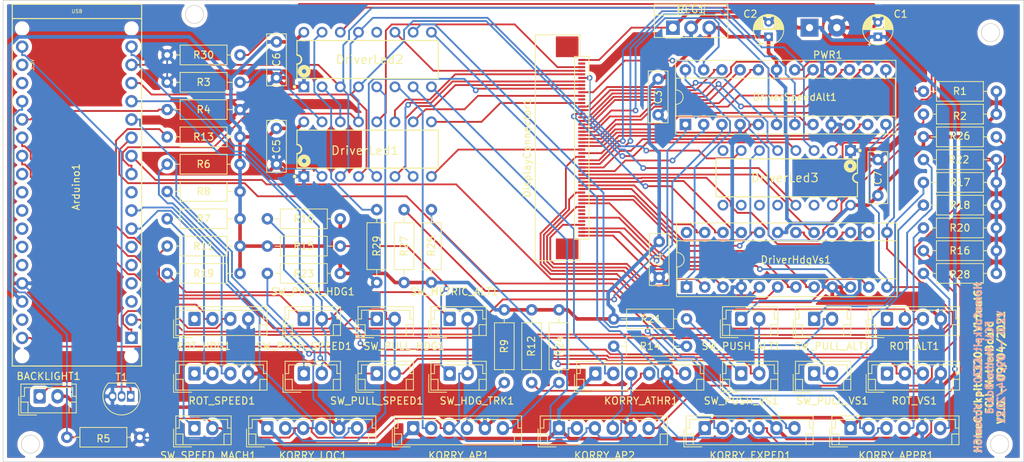
<source format=kicad_pcb>
(kicad_pcb (version 20171130) (host pcbnew 5.1.6+dfsg1-1)
  (layers (0 F.Cu signal) (31 B.Cu signal) (34 B.Paste user hide) (35 F.Paste user hide) (36 B.SilkS user) (37 F.SilkS user) (38 B.Mask user) (39 F.Mask user hide) (44 Edge.Cuts user))
  (net 0 "")
  (net 1 GND)
  (net 2 +5V)
  (net 3 hdgVsDig3)
  (net 4 hdgVsDig4)
  (net 5 hdgVsDig5)
  (net 6 hdgVsDig6)
  (net 7 hdgVsDig7)
  (net 8 hdgVsA)
  (net 9 speedAltF)
  (net 10 speedAltG)
  (net 11 speedAltDP)
  (net 12 speedAltDig3)
  (net 13 speedAltDig4)
  (net 14 speedAltDig5)
  (net 15 speedAltDig6)
  (net 16 speedAltDig7)
  (net 17 hdgVsB)
  (net 18 hdgVsC)
  (net 19 hdgVsD)
  (net 20 hdgVsE)
  (net 21 hdgVsF)
  (net 22 hdgVsG)
  (net 23 hdgVsDP)
  (net 24 hdgVsDig0)
  (net 25 hdgVsDig1)
  (net 26 hdgVsDig2)
  (net 27 speedAltA)
  (net 28 speedAltB)
  (net 29 speedAltC)
  (net 30 speedAltD)
  (net 31 speedAltE)
  (net 32 speedAltDig0)
  (net 33 speedAltDig1)
  (net 34 speedAltDig2)
  (net 35 ROT_SPEED_A)
  (net 36 ROT_SPEED_B)
  (net 37 ROT_HDG_A)
  (net 38 ROT_HDG_B)
  (net 39 ROT_ALT_A)
  (net 40 BTN_GRP_1)
  (net 41 ROT_ALT_B)
  (net 42 BTN_GRP_2)
  (net 43 ROT_VS_A)
  (net 44 ROT_VS_B)
  (net 45 "Net-(R7-Pad1)")
  (net 46 "Net-(R8-Pad1)")
  (net 47 "Net-(R10-Pad1)")
  (net 48 "Net-(R11-Pad1)")
  (net 49 "Net-(R13-Pad1)")
  (net 50 "Net-(R15-Pad1)")
  (net 51 "Net-(R17-Pad1)")
  (net 52 "Net-(R18-Pad1)")
  (net 53 "Net-(R19-Pad1)")
  (net 54 "Net-(R21-Pad1)")
  (net 55 "Net-(R22-Pad1)")
  (net 56 "Net-(KORRY_APPR1-Pad4)")
  (net 57 "Net-(KORRY_ATHR1-Pad4)")
  (net 58 "Net-(KORRY_EXPED1-Pad4)")
  (net 59 "Net-(KORRY_LOC1-Pad4)")
  (net 60 "Net-(Arduino1-PadMISO)")
  (net 61 "Net-(Arduino1-PadA5)")
  (net 62 "Net-(Arduino1-PadA4)")
  (net 63 "Net-(Arduino1-PadD13)")
  (net 64 "Net-(Arduino1-PadAREF)")
  (net 65 "Net-(Arduino1-PadD1)")
  (net 66 "Net-(Arduino1-PadD0)")
  (net 67 "Net-(Arduino1-PadRST1)")
  (net 68 "Net-(Arduino1-Pad3V3)")
  (net 69 "Net-(Arduino1-Pad5V)")
  (net 70 "Net-(Arduino1-PadGND2)")
  (net 71 "Net-(Arduino1-PadRST2)")
  (net 72 "Net-(DriverHdgVs1-Pad24)")
  (net 73 "Net-(DriverHdgVs1-Pad18)")
  (net 74 "Net-(DriverHdgVs1-Pad1)")
  (net 75 "Net-(DriverSpeedAlt1-Pad18)")
  (net 76 "Net-(KORRY_APPR1-Pad6)")
  (net 77 "Net-(KORRY_ATHR1-Pad6)")
  (net 78 "Net-(KORRY_EXPED1-Pad6)")
  (net 79 "Net-(KORRY_LOC1-Pad6)")
  (net 80 "Net-(KORRY_AP1-Pad6)")
  (net 81 "Net-(KORRY_AP1-Pad4)")
  (net 82 "Net-(KORRY_AP2-Pad4)")
  (net 83 "Net-(KORRY_AP2-Pad6)")
  (net 84 LedOutputEnable)
  (net 85 "Net-(Arduino1-PadD4)")
  (net 86 "Net-(BACKLIGHT1-Pad1)")
  (net 87 LedPadSPD)
  (net 88 LedPadMACH)
  (net 89 LedPadHDG)
  (net 90 LedPadTRK)
  (net 91 LedPadLAT)
  (net 92 LedPadVS)
  (net 93 LedPadFPA)
  (net 94 "Net-(DisplayConnector1-Pad43)")
  (net 95 LedPadStaticALT)
  (net 96 LedManagedSpeed)
  (net 97 LedManagedHDG)
  (net 98 LedManagedALT)
  (net 99 "Net-(DriverLed1-Pad14)")
  (net 100 "Net-(DriverLed1-Pad15)")
  (net 101 LedKorryEXPED)
  (net 102 LedKorryAPPR)
  (net 103 "Net-(DriverLed2-Pad12)")
  (net 104 "Net-(DriverLed2-Pad14)")
  (net 105 "Net-(DriverLed2-Pad15)")
  (net 106 LedKorryATHR)
  (net 107 LedKorryAP2)
  (net 108 LedKorryAP1)
  (net 109 LedKorryLoc)
  (net 110 "Net-(DriverLed3-Pad9)")
  (net 111 "Net-(DriverLed3-Pad10)")
  (net 112 "Net-(DriverLed3-Pad11)")
  (net 113 "Net-(DriverLed3-Pad12)")
  (net 114 "Net-(DriverLed3-Pad14)")
  (net 115 "Net-(DriverLed3-Pad15)")
  (net 116 "Net-(DriverLed3-Pad8)")
  (net 117 DriverLedClock)
  (net 118 DriverLedData)
  (net 119 DriverLedLoad)
  (net 120 DriverDigitLoad)
  (net 121 DriverDigitClock)
  (net 122 DriverDigitData)
  (net 123 Vcc12V)
  (net 124 "Net-(DisplayConnector1-Pad2)")
  (net 125 LedPadStaticLines)
  (net 126 "Net-(DisplayConnector1-Pad12)")
  (net 127 "Net-(DisplayConnector1-Pad44)")
  (net 128 "Net-(DisplayConnector1-Pad46)")
  (module home-cockpit-footprints:Texas_Instruments-TLC5917IN-Manufacturer_Recommended (layer F.Cu) (at 91.44 104.58 90)
    (fp_text reference DriverLed1 (at -0.195 4.445) (layer F.SilkS) (effects (font (size 1.2 1.2)) (justify right)))
    (fp_text value TLC5917IN hide)
    (pad 9 thru_hole circle (at 3.81 8.89 90) (size 1.5 1.5) (drill 0.900001) (layers *.Cu *.Mask) (net 91 LedPadLAT))
    (pad 10 thru_hole circle (at 3.81 6.35 90) (size 1.5 1.5) (drill 0.900001) (layers *.Cu *.Mask) (net 92 LedPadVS))
    (pad 11 thru_hole circle (at 3.81 3.81 90) (size 1.5 1.5) (drill 0.900001) (layers *.Cu *.Mask) (net 93 LedPadFPA))
    (pad 12 thru_hole circle (at 3.81 1.27 90) (size 1.5 1.5) (drill 0.900001) (layers *.Cu *.Mask) (net 95 LedPadStaticALT))
    (pad 13 thru_hole circle (at 3.81 -1.27 90) (size 1.5 1.5) (drill 0.900001) (layers *.Cu *.Mask) (net 84 LedOutputEnable))
    (pad 14 thru_hole circle (at 3.81 -3.81 90) (size 1.5 1.5) (drill 0.900001) (layers *.Cu *.Mask) (net 99 "Net-(DriverLed1-Pad14)"))
    (pad 15 thru_hole circle (at 3.81 -6.35 90) (size 1.5 1.5) (drill 0.900001) (layers *.Cu *.Mask) (net 100 "Net-(DriverLed1-Pad15)"))
    (pad 16 thru_hole circle (at 3.81 -8.89 90) (size 1.5 1.5) (drill 0.900001) (layers *.Cu *.Mask) (net 2 +5V))
    (pad 8 thru_hole circle (at -3.81 8.89 90) (size 1.5 1.5) (drill 0.900001) (layers *.Cu *.Mask) (net 90 LedPadTRK))
    (pad 7 thru_hole circle (at -3.81 6.35 90) (size 1.5 1.5) (drill 0.900001) (layers *.Cu *.Mask) (net 89 LedPadHDG))
    (pad 6 thru_hole circle (at -3.81 3.81 90) (size 1.5 1.5) (drill 0.900001) (layers *.Cu *.Mask) (net 88 LedPadMACH))
    (pad 5 thru_hole circle (at -3.81 1.27 90) (size 1.5 1.5) (drill 0.900001) (layers *.Cu *.Mask) (net 87 LedPadSPD))
    (pad 4 thru_hole circle (at -3.81 -1.27 90) (size 1.5 1.5) (drill 0.900001) (layers *.Cu *.Mask) (net 119 DriverLedLoad))
    (pad 3 thru_hole circle (at -3.81 -3.81 90) (size 1.5 1.5) (drill 0.900001) (layers *.Cu *.Mask) (net 117 DriverLedClock))
    (pad 2 thru_hole circle (at -3.81 -6.35 90) (size 1.5 1.5) (drill 0.900001) (layers *.Cu *.Mask) (net 118 DriverLedData))
    (pad 1 thru_hole rect (at -3.81 -8.89 90) (size 1.5 1.5) (drill 0.900001) (layers *.Cu *.Mask) (net 1 GND))
  )
  (module home-cockpit-footprints:Texas_Instruments-TLC5917IN-Manufacturer_Recommended (layer F.Cu) (at 149.86 108.585 270)
    (fp_text reference DriverLed3 (at 0 5.08) (layer F.SilkS) (effects (font (size 1.2 1.2)) (justify left)))
    (fp_text value TLC5917IN hide)
    (pad 9 thru_hole circle (at 3.81 8.89 270) (size 1.5 1.5) (drill 0.900001) (layers *.Cu *.Mask) (net 110 "Net-(DriverLed3-Pad9)"))
    (pad 10 thru_hole circle (at 3.81 6.35 270) (size 1.5 1.5) (drill 0.900001) (layers *.Cu *.Mask) (net 111 "Net-(DriverLed3-Pad10)"))
    (pad 11 thru_hole circle (at 3.81 3.81 270) (size 1.5 1.5) (drill 0.900001) (layers *.Cu *.Mask) (net 112 "Net-(DriverLed3-Pad11)"))
    (pad 12 thru_hole circle (at 3.81 1.27 270) (size 1.5 1.5) (drill 0.900001) (layers *.Cu *.Mask) (net 113 "Net-(DriverLed3-Pad12)"))
    (pad 13 thru_hole circle (at 3.81 -1.27 270) (size 1.5 1.5) (drill 0.900001) (layers *.Cu *.Mask) (net 84 LedOutputEnable))
    (pad 14 thru_hole circle (at 3.81 -3.81 270) (size 1.5 1.5) (drill 0.900001) (layers *.Cu *.Mask) (net 114 "Net-(DriverLed3-Pad14)"))
    (pad 15 thru_hole circle (at 3.81 -6.35 270) (size 1.5 1.5) (drill 0.900001) (layers *.Cu *.Mask) (net 115 "Net-(DriverLed3-Pad15)"))
    (pad 16 thru_hole circle (at 3.81 -8.89 270) (size 1.5 1.5) (drill 0.900001) (layers *.Cu *.Mask) (net 2 +5V))
    (pad 8 thru_hole circle (at -3.81 8.89 270) (size 1.5 1.5) (drill 0.900001) (layers *.Cu *.Mask) (net 116 "Net-(DriverLed3-Pad8)"))
    (pad 7 thru_hole circle (at -3.81 6.35 270) (size 1.5 1.5) (drill 0.900001) (layers *.Cu *.Mask) (net 98 LedManagedALT))
    (pad 6 thru_hole circle (at -3.81 3.81 270) (size 1.5 1.5) (drill 0.900001) (layers *.Cu *.Mask) (net 97 LedManagedHDG))
    (pad 5 thru_hole circle (at -3.81 1.27 270) (size 1.5 1.5) (drill 0.900001) (layers *.Cu *.Mask) (net 96 LedManagedSpeed))
    (pad 4 thru_hole circle (at -3.81 -1.27 270) (size 1.5 1.5) (drill 0.900001) (layers *.Cu *.Mask) (net 119 DriverLedLoad))
    (pad 3 thru_hole circle (at -3.81 -3.81 270) (size 1.5 1.5) (drill 0.900001) (layers *.Cu *.Mask) (net 117 DriverLedClock))
    (pad 2 thru_hole circle (at -3.81 -6.35 270) (size 1.5 1.5) (drill 0.900001) (layers *.Cu *.Mask) (net 104 "Net-(DriverLed2-Pad14)"))
    (pad 1 thru_hole rect (at -3.81 -8.89 270) (size 1.5 1.5) (drill 0.900001) (layers *.Cu *.Mask) (net 1 GND))
  )
  (module home-cockpit-footprints:Texas_Instruments-TLC5917IN-Manufacturer_Recommended (layer F.Cu) (at 91.44 92.075 90)
    (fp_text reference DriverLed2 (at 0 5.08) (layer F.SilkS) (effects (font (size 1.2 1.2)) (justify right)))
    (fp_text value TLC5917IN hide)
    (pad 9 thru_hole circle (at 3.81 8.89 90) (size 1.5 1.5) (drill 0.900001) (layers *.Cu *.Mask) (net 101 LedKorryEXPED))
    (pad 10 thru_hole circle (at 3.81 6.35 90) (size 1.5 1.5) (drill 0.900001) (layers *.Cu *.Mask) (net 102 LedKorryAPPR))
    (pad 11 thru_hole circle (at 3.81 3.81 90) (size 1.5 1.5) (drill 0.900001) (layers *.Cu *.Mask) (net 125 LedPadStaticLines))
    (pad 12 thru_hole circle (at 3.81 1.27 90) (size 1.5 1.5) (drill 0.900001) (layers *.Cu *.Mask) (net 103 "Net-(DriverLed2-Pad12)"))
    (pad 13 thru_hole circle (at 3.81 -1.27 90) (size 1.5 1.5) (drill 0.900001) (layers *.Cu *.Mask) (net 84 LedOutputEnable))
    (pad 14 thru_hole circle (at 3.81 -3.81 90) (size 1.5 1.5) (drill 0.900001) (layers *.Cu *.Mask) (net 104 "Net-(DriverLed2-Pad14)"))
    (pad 15 thru_hole circle (at 3.81 -6.35 90) (size 1.5 1.5) (drill 0.900001) (layers *.Cu *.Mask) (net 105 "Net-(DriverLed2-Pad15)"))
    (pad 16 thru_hole circle (at 3.81 -8.89 90) (size 1.5 1.5) (drill 0.900001) (layers *.Cu *.Mask) (net 2 +5V))
    (pad 8 thru_hole circle (at -3.81 8.89 90) (size 1.5 1.5) (drill 0.900001) (layers *.Cu *.Mask) (net 106 LedKorryATHR))
    (pad 7 thru_hole circle (at -3.81 6.35 90) (size 1.5 1.5) (drill 0.900001) (layers *.Cu *.Mask) (net 107 LedKorryAP2))
    (pad 6 thru_hole circle (at -3.81 3.81 90) (size 1.5 1.5) (drill 0.900001) (layers *.Cu *.Mask) (net 108 LedKorryAP1))
    (pad 5 thru_hole circle (at -3.81 1.27 90) (size 1.5 1.5) (drill 0.900001) (layers *.Cu *.Mask) (net 109 LedKorryLoc))
    (pad 4 thru_hole circle (at -3.81 -1.27 90) (size 1.5 1.5) (drill 0.900001) (layers *.Cu *.Mask) (net 119 DriverLedLoad))
    (pad 3 thru_hole circle (at -3.81 -3.81 90) (size 1.5 1.5) (drill 0.900001) (layers *.Cu *.Mask) (net 117 DriverLedClock))
    (pad 2 thru_hole circle (at -3.81 -6.35 90) (size 1.5 1.5) (drill 0.900001) (layers *.Cu *.Mask) (net 99 "Net-(DriverLed1-Pad14)"))
    (pad 1 thru_hole rect (at -3.81 -8.89 90) (size 1.5 1.5) (drill 0.900001) (layers *.Cu *.Mask) (net 1 GND))
  )
  (module home-cockpit-footprints:Connector-FPC-50pins-0.5mm (layer F.Cu) (at 121.285 104.14)
    (fp_text reference DisplayConnector1 (at -7.62 0.27 270) (layer F.SilkS))
    (fp_text value Connector-FPC-50pins)
    (fp_poly (pts (xy -0.508 -12.446) (xy -3.556 -12.446) (xy -3.556 -15.24) (xy -0.508 -15.24)) (layer F.Cu) (width 0.1))
    (fp_poly (pts (xy -0.508 15.748) (xy -3.556 15.748) (xy -3.556 12.954) (xy -0.508 12.954)) (layer F.Cu) (width 0.1))
    (pad 1 smd rect (at 0 -12) (size 0.96 0.3) (layers F.Cu F.Paste F.Mask) (net 123 Vcc12V))
    (pad 2 smd rect (at 0 -11.5) (size 0.96 0.3) (layers F.Cu F.Paste F.Mask) (net 124 "Net-(DisplayConnector1-Pad2)"))
    (pad 3 smd rect (at 0 -11) (size 0.96 0.3) (layers F.Cu F.Paste F.Mask) (net 95 LedPadStaticALT))
    (pad 4 smd rect (at 0 -10.5) (size 0.96 0.3) (layers F.Cu F.Paste F.Mask) (net 125 LedPadStaticLines))
    (pad 5 smd rect (at 0 -10) (size 0.96 0.3) (layers F.Cu F.Paste F.Mask) (net 93 LedPadFPA))
    (pad 6 smd rect (at 0 -9.5) (size 0.96 0.3) (layers F.Cu F.Paste F.Mask) (net 98 LedManagedALT))
    (pad 7 smd rect (at 0 -9) (size 0.96 0.3) (layers F.Cu F.Paste F.Mask) (net 89 LedPadHDG))
    (pad 8 smd rect (at 0 -8.5) (size 0.96 0.3) (layers F.Cu F.Paste F.Mask) (net 88 LedPadMACH))
    (pad 9 smd rect (at 0 -8) (size 0.96 0.3) (layers F.Cu F.Paste F.Mask) (net 87 LedPadSPD))
    (pad 10 smd rect (at 0 -7.5) (size 0.96 0.3) (layers F.Cu F.Paste F.Mask) (net 96 LedManagedSpeed))
    (pad 11 smd rect (at 0 -7) (size 0.96 0.3) (layers F.Cu F.Paste F.Mask) (net 92 LedPadVS))
    (pad 12 smd rect (at 0 -6.5) (size 0.96 0.3) (layers F.Cu F.Paste F.Mask) (net 126 "Net-(DisplayConnector1-Pad12)"))
    (pad 13 smd rect (at 0 -6) (size 0.96 0.3) (layers F.Cu F.Paste F.Mask) (net 91 LedPadLAT))
    (pad 14 smd rect (at 0 -5.5) (size 0.96 0.3) (layers F.Cu F.Paste F.Mask) (net 17 hdgVsB))
    (pad 15 smd rect (at 0 -5) (size 0.96 0.3) (layers F.Cu F.Paste F.Mask) (net 11 speedAltDP))
    (pad 16 smd rect (at 0 -4.5) (size 0.96 0.3) (layers F.Cu F.Paste F.Mask) (net 23 hdgVsDP))
    (pad 17 smd rect (at 0 -4) (size 0.96 0.3) (layers F.Cu F.Paste F.Mask) (net 10 speedAltG))
    (pad 18 smd rect (at 0 -3.5) (size 0.96 0.3) (layers F.Cu F.Paste F.Mask) (net 9 speedAltF))
    (pad 19 smd rect (at 0 -3) (size 0.96 0.3) (layers F.Cu F.Paste F.Mask) (net 31 speedAltE))
    (pad 20 smd rect (at 0 -2.5) (size 0.96 0.3) (layers F.Cu F.Paste F.Mask) (net 30 speedAltD))
    (pad 21 smd rect (at 0 -2) (size 0.96 0.3) (layers F.Cu F.Paste F.Mask) (net 29 speedAltC))
    (pad 22 smd rect (at 0 -1.5) (size 0.96 0.3) (layers F.Cu F.Paste F.Mask) (net 28 speedAltB))
    (pad 23 smd rect (at 0 -1) (size 0.96 0.3) (layers F.Cu F.Paste F.Mask) (net 27 speedAltA))
    (pad 24 smd rect (at 0 -0.5) (size 0.96 0.3) (layers F.Cu F.Paste F.Mask) (net 16 speedAltDig7))
    (pad 25 smd rect (at 0 0) (size 0.96 0.3) (layers F.Cu F.Paste F.Mask) (net 15 speedAltDig6))
    (pad 26 smd rect (at 0 0.5) (size 0.96 0.3) (layers F.Cu F.Paste F.Mask) (net 90 LedPadTRK))
    (pad 27 smd rect (at 0 1) (size 0.96 0.3) (layers F.Cu F.Paste F.Mask) (net 14 speedAltDig5))
    (pad 28 smd rect (at 0 1.5) (size 0.96 0.3) (layers F.Cu F.Paste F.Mask) (net 25 hdgVsDig1))
    (pad 29 smd rect (at 0 2) (size 0.96 0.3) (layers F.Cu F.Paste F.Mask) (net 12 speedAltDig3))
    (pad 30 smd rect (at 0 2.5) (size 0.96 0.3) (layers F.Cu F.Paste F.Mask) (net 34 speedAltDig2))
    (pad 31 smd rect (at 0 3) (size 0.96 0.3) (layers F.Cu F.Paste F.Mask) (net 33 speedAltDig1))
    (pad 32 smd rect (at 0 3.5) (size 0.96 0.3) (layers F.Cu F.Paste F.Mask) (net 32 speedAltDig0))
    (pad 33 smd rect (at 0 4) (size 0.96 0.3) (layers F.Cu F.Paste F.Mask) (net 22 hdgVsG))
    (pad 34 smd rect (at 0 4.5) (size 0.96 0.3) (layers F.Cu F.Paste F.Mask) (net 21 hdgVsF))
    (pad 35 smd rect (at 0 5) (size 0.96 0.3) (layers F.Cu F.Paste F.Mask) (net 20 hdgVsE))
    (pad 36 smd rect (at 0 5.5) (size 0.96 0.3) (layers F.Cu F.Paste F.Mask) (net 19 hdgVsD))
    (pad 37 smd rect (at 0 6) (size 0.96 0.3) (layers F.Cu F.Paste F.Mask) (net 18 hdgVsC))
    (pad 38 smd rect (at 0 6.5) (size 0.96 0.3) (layers F.Cu F.Paste F.Mask) (net 26 hdgVsDig2))
    (pad 39 smd rect (at 0 7) (size 0.96 0.3) (layers F.Cu F.Paste F.Mask) (net 97 LedManagedHDG))
    (pad 40 smd rect (at 0 7.5) (size 0.96 0.3) (layers F.Cu F.Paste F.Mask) (net 8 hdgVsA))
    (pad 41 smd rect (at 0 8) (size 0.96 0.3) (layers F.Cu F.Paste F.Mask) (net 7 hdgVsDig7))
    (pad 42 smd rect (at 0 8.5) (size 0.96 0.3) (layers F.Cu F.Paste F.Mask) (net 6 hdgVsDig6))
    (pad 43 smd rect (at 0 9) (size 0.96 0.3) (layers F.Cu F.Paste F.Mask) (net 94 "Net-(DisplayConnector1-Pad43)"))
    (pad 44 smd rect (at 0 9.5) (size 0.96 0.3) (layers F.Cu F.Paste F.Mask) (net 127 "Net-(DisplayConnector1-Pad44)"))
    (pad 45 smd rect (at 0 10) (size 0.96 0.3) (layers F.Cu F.Paste F.Mask) (net 3 hdgVsDig3))
    (pad 46 smd rect (at 0 10.5) (size 0.96 0.3) (layers F.Cu F.Paste F.Mask) (net 128 "Net-(DisplayConnector1-Pad46)"))
    (pad 47 smd rect (at 0 11) (size 0.96 0.3) (layers F.Cu F.Paste F.Mask) (net 24 hdgVsDig0))
    (pad 48 smd rect (at 0 11.5) (size 0.96 0.3) (layers F.Cu F.Paste F.Mask) (net 13 speedAltDig4))
    (pad 49 smd rect (at 0 12) (size 0.96 0.3) (layers F.Cu F.Paste F.Mask) (net 5 hdgVsDig5))
    (pad 50 smd rect (at 0 12.5) (size 0.96 0.3) (layers F.Cu F.Paste F.Mask) (net 4 hdgVsDig4))
  )
  (module Resistor_THT:R_Axial_DIN0207_L6.3mm_D2.5mm_P10.16mm_Horizontal (layer F.Cu) (at 63.5 91.44)
    (fp_text reference R30 (at 5.08 0) (layer F.SilkS))
    (fp_text value 2kohms)
    (pad 2 thru_hole oval (at 10.16 0) (size 1.6 1.6) (drill 0.8) (layers *.Cu *.Mask) (net 115 "Net-(DriverLed3-Pad15)"))
    (pad 1 thru_hole circle (at 0 0) (size 1.6 1.6) (drill 0.8) (layers *.Cu *.Mask) (net 1 GND))
  )
  (module Resistor_THT:R_Axial_DIN0207_L6.3mm_D2.5mm_P10.16mm_Horizontal (layer F.Cu) (at 92.71 123.19 90)
    (fp_text reference R29 (at 5.08 0 90) (layer F.SilkS))
    (fp_text value 1kohms)
    (pad 2 thru_hole oval (at 10.16 0 90) (size 1.6 1.6) (drill 0.8) (layers *.Cu *.Mask) (net 105 "Net-(DriverLed2-Pad15)"))
    (pad 1 thru_hole circle (at 0 0 90) (size 1.6 1.6) (drill 0.8) (layers *.Cu *.Mask) (net 1 GND))
  )
  (module Resistor_THT:R_Axial_DIN0207_L6.3mm_D2.5mm_P10.16mm_Horizontal (layer F.Cu) (at 63.5 95.25)
    (fp_text reference R3 (at 5.08 0) (layer F.SilkS))
    (fp_text value 1kohms)
    (pad 2 thru_hole oval (at 10.16 0) (size 1.6 1.6) (drill 0.8) (layers *.Cu *.Mask) (net 100 "Net-(DriverLed1-Pad15)"))
    (pad 1 thru_hole circle (at 0 0) (size 1.6 1.6) (drill 0.8) (layers *.Cu *.Mask) (net 1 GND))
  )
  (module Capacitor_THT:C_Disc_D7.0mm_W2.5mm_P5.00mm (layer F.Cu) (at 162.56 106.045 270)
    (fp_text reference C7 (at 2.54 0 90) (layer F.SilkS))
    (fp_text value 1µF)
    (pad 2 thru_hole circle (at 5 0 270) (size 1.6 1.6) (drill 0.8) (layers *.Cu *.Mask) (net 2 +5V))
    (pad 1 thru_hole circle (at 0 0 270) (size 1.6 1.6) (drill 0.8) (layers *.Cu *.Mask) (net 1 GND))
  )
  (module Capacitor_THT:C_Disc_D7.0mm_W2.5mm_P5.00mm (layer F.Cu) (at 78.74 94.615 90)
    (fp_text reference C6 (at 2.54 0 90) (layer F.SilkS))
    (fp_text value 1µF)
    (pad 2 thru_hole circle (at 5 0 90) (size 1.6 1.6) (drill 0.8) (layers *.Cu *.Mask) (net 2 +5V))
    (pad 1 thru_hole circle (at 0 0 90) (size 1.6 1.6) (drill 0.8) (layers *.Cu *.Mask) (net 1 GND))
  )
  (module Capacitor_THT:C_Disc_D7.0mm_W2.5mm_P5.00mm (layer F.Cu) (at 78.74 106.68 90)
    (fp_text reference C5 (at 2.5 0 90) (layer F.SilkS))
    (fp_text value 1µF)
    (pad 2 thru_hole circle (at 5 0 90) (size 1.6 1.6) (drill 0.8) (layers *.Cu *.Mask) (net 2 +5V))
    (pad 1 thru_hole circle (at 0 0 90) (size 1.6 1.6) (drill 0.8) (layers *.Cu *.Mask) (net 1 GND))
  )
  (module Capacitor_THT:C_Disc_D7.0mm_W2.5mm_P5.00mm (layer F.Cu) (at 132.08 117.475 270)
    (fp_text reference C4 (at 2.5 0 90) (layer F.SilkS))
    (fp_text value 0,1µF)
    (pad 2 thru_hole circle (at 5 0 270) (size 1.6 1.6) (drill 0.8) (layers *.Cu *.Mask) (net 1 GND))
    (pad 1 thru_hole circle (at 0 0 270) (size 1.6 1.6) (drill 0.8) (layers *.Cu *.Mask) (net 2 +5V))
  )
  (module Capacitor_THT:C_Disc_D7.0mm_W2.5mm_P5.00mm (layer F.Cu) (at 131.93 94.785 270)
    (fp_text reference C3 (at 2.54 0 90) (layer F.SilkS))
    (fp_text value 0,1µF)
    (pad 2 thru_hole circle (at 5 0 270) (size 1.6 1.6) (drill 0.8) (layers *.Cu *.Mask) (net 1 GND))
    (pad 1 thru_hole circle (at 0 0 270) (size 1.6 1.6) (drill 0.8) (layers *.Cu *.Mask) (net 2 +5V))
  )
  (module Capacitor_THT:CP_Radial_D4.0mm_P2.00mm (layer F.Cu) (at 147.32 88.9 90)
    (fp_text reference C2 (at 3.175 -2.54 180) (layer F.SilkS))
    (fp_text value 10µF)
    (pad 2 thru_hole circle (at 2 0 90) (size 1.2 1.2) (drill 0.6) (layers *.Cu *.Mask) (net 1 GND))
    (pad 1 thru_hole rect (at 0 0 90) (size 1.2 1.2) (drill 0.6) (layers *.Cu *.Mask) (net 2 +5V))
  )
  (module Capacitor_THT:CP_Radial_D4.0mm_P2.00mm (layer F.Cu) (at 162.56 88.9 90)
    (fp_text reference C1 (at 3.175 3.175 180) (layer F.SilkS))
    (fp_text value 100µF)
    (pad 2 thru_hole circle (at 2 0 90) (size 1.2 1.2) (drill 0.6) (layers *.Cu *.Mask) (net 1 GND))
    (pad 1 thru_hole rect (at 0 0 90) (size 1.2 1.2) (drill 0.6) (layers *.Cu *.Mask) (net 123 Vcc12V))
  )
  (module Resistor_THT:R_Axial_DIN0207_L6.3mm_D2.5mm_P10.16mm_Horizontal (layer F.Cu) (at 168.91 121.92)
    (fp_text reference R28 (at 5.08 0.158752) (layer F.SilkS))
    (fp_text value 100Ohms)
    (pad 2 thru_hole oval (at 10.16 0) (size 1.6 1.6) (drill 0.8) (layers *.Cu *.Mask) (net 2 +5V))
    (pad 1 thru_hole circle (at 0 0) (size 1.6 1.6) (drill 0.8) (layers *.Cu *.Mask) (net 76 "Net-(KORRY_APPR1-Pad6)"))
  )
  (module Resistor_THT:R_Axial_DIN0207_L6.3mm_D2.5mm_P10.16mm_Horizontal (layer F.Cu) (at 96.52 113.03 270)
    (fp_text reference R27 (at 5.08 0 90) (layer F.SilkS))
    (fp_text value 100Ohms)
    (pad 2 thru_hole oval (at 10.16 0 270) (size 1.6 1.6) (drill 0.8) (layers *.Cu *.Mask) (net 2 +5V))
    (pad 1 thru_hole circle (at 0 0 270) (size 1.6 1.6) (drill 0.8) (layers *.Cu *.Mask) (net 78 "Net-(KORRY_EXPED1-Pad6)"))
  )
  (module Resistor_THT:R_Axial_DIN0207_L6.3mm_D2.5mm_P10.16mm_Horizontal (layer F.Cu) (at 179.07 102.87 180)
    (fp_text reference R26 (at 5.08 0.119064) (layer F.SilkS))
    (fp_text value 100Ohms)
    (pad 2 thru_hole oval (at 10.16 0 180) (size 1.6 1.6) (drill 0.8) (layers *.Cu *.Mask) (net 2 +5V))
    (pad 1 thru_hole circle (at 0 0 180) (size 1.6 1.6) (drill 0.8) (layers *.Cu *.Mask) (net 83 "Net-(KORRY_AP2-Pad6)"))
  )
  (module Resistor_THT:R_Axial_DIN0207_L6.3mm_D2.5mm_P10.16mm_Horizontal (layer F.Cu) (at 100.33 113.03 270)
    (fp_text reference R25 (at 5.08 0 90) (layer F.SilkS))
    (fp_text value 100Ohms)
    (pad 2 thru_hole oval (at 10.16 0 270) (size 1.6 1.6) (drill 0.8) (layers *.Cu *.Mask) (net 2 +5V))
    (pad 1 thru_hole circle (at 0 0 270) (size 1.6 1.6) (drill 0.8) (layers *.Cu *.Mask) (net 77 "Net-(KORRY_ATHR1-Pad6)"))
  )
  (module Resistor_THT:R_Axial_DIN0207_L6.3mm_D2.5mm_P10.16mm_Horizontal (layer F.Cu) (at 118.11 137.16 90)
    (fp_text reference R24 (at 5.08 0.079376 90) (layer F.SilkS))
    (fp_text value 100Ohms)
    (pad 2 thru_hole oval (at 10.16 0 90) (size 1.6 1.6) (drill 0.8) (layers *.Cu *.Mask) (net 2 +5V))
    (pad 1 thru_hole circle (at 0 0 90) (size 1.6 1.6) (drill 0.8) (layers *.Cu *.Mask) (net 80 "Net-(KORRY_AP1-Pad6)"))
  )
  (module Resistor_THT:R_Axial_DIN0207_L6.3mm_D2.5mm_P10.16mm_Horizontal (layer F.Cu) (at 77.47 121.92)
    (fp_text reference R23 (at 5.08 0.039688) (layer F.SilkS))
    (fp_text value 100Ohms)
    (pad 2 thru_hole oval (at 10.16 0) (size 1.6 1.6) (drill 0.8) (layers *.Cu *.Mask) (net 2 +5V))
    (pad 1 thru_hole circle (at 0 0) (size 1.6 1.6) (drill 0.8) (layers *.Cu *.Mask) (net 79 "Net-(KORRY_LOC1-Pad6)"))
  )
  (module Connector_JST:JST_EH_B2B-EH-A_1x02_P2.50mm_Vertical (layer F.Cu) (at 45.72 139.065)
    (fp_text reference BACKLIGHT1 (at 1.25 -2.8) (layer F.SilkS))
    (fp_text value Conn_01x02_Male)
    (pad 2 thru_hole oval (at 2.5 0) (size 1.7 2) (drill 1) (layers *.Cu *.Mask) (net 123 Vcc12V))
    (pad 1 thru_hole roundrect (at 0 0) (size 1.7 2) (drill 1) (layers *.Cu *.Mask) (roundrect_rratio 0.147059) (net 86 "Net-(BACKLIGHT1-Pad1)"))
  )
  (module Package_TO_SOT_THT:TO-92_Inline (layer F.Cu) (at 58.42 139.065 180)
    (fp_text reference T1 (at 1.27 2.667) (layer F.SilkS))
    (fp_text value BS170)
    (pad 1 thru_hole rect (at 0 0 180) (size 1.05 1.5) (drill 0.75) (layers *.Cu *.Mask) (net 86 "Net-(BACKLIGHT1-Pad1)"))
    (pad 3 thru_hole oval (at 2.54 0 180) (size 1.05 1.5) (drill 0.75) (layers *.Cu *.Mask) (net 1 GND))
    (pad 2 thru_hole oval (at 1.27 0 180) (size 1.05 1.5) (drill 0.75) (layers *.Cu *.Mask) (net 63 "Net-(Arduino1-PadD13)"))
  )
  (module Package_TO_SOT_THT:TO-220-3_Vertical (layer F.Cu) (at 133.985 87.63)
    (fp_text reference REG1 (at 2.54 -2.54) (layer F.SilkS))
    (fp_text value L7805)
    (pad 3 thru_hole oval (at 5.08 0) (size 1.905 2) (drill 1.1) (layers *.Cu *.Mask) (net 2 +5V))
    (pad 2 thru_hole oval (at 2.54 0) (size 1.905 2) (drill 1.1) (layers *.Cu *.Mask) (net 1 GND))
    (pad 1 thru_hole rect (at 0 0) (size 1.905 2) (drill 1.1) (layers *.Cu *.Mask) (net 123 Vcc12V))
  )
  (module home-cockpit-footprints:Arduino_Micro_Socket (layer F.Cu) (at 41.91 86.36 270)
    (fp_text reference Arduino1 (at 23.495 -8.89 90) (layer F.SilkS))
    (fp_text value Arduino_Nano_v3.x)
    (fp_text user USB (at -1.016 -9.017) (layer F.SilkS) (effects (font (size 0.5 0.5) (thickness 0.075))))
    (fp_text user 3.3V (at 6.46 -2.794 90) (layer F.SilkS) (effects (font (size 0.5 0.5) (thickness 0.075))))
    (pad MISO thru_hole oval (at 42.02 -1.38 270) (size 1.7272 1.7272) (drill 1.016) (layers *.Cu *.Mask) (net 60 "Net-(Arduino1-PadMISO)"))
    (pad A5 thru_hole oval (at 24.24 -1.38 270) (size 1.7272 1.7272) (drill 1.016) (layers *.Cu *.Mask) (net 61 "Net-(Arduino1-PadA5)"))
    (pad A4 thru_hole oval (at 21.7 -1.38 270) (size 1.7272 1.7272) (drill 1.016) (layers *.Cu *.Mask) (net 62 "Net-(Arduino1-PadA4)"))
    (pad A3 thru_hole oval (at 19.16 -1.38 270) (size 1.7272 1.7272) (drill 1.016) (layers *.Cu *.Mask) (net 38 ROT_HDG_B))
    (pad A2 thru_hole oval (at 16.62 -1.38 270) (size 1.7272 1.7272) (drill 1.016) (layers *.Cu *.Mask) (net 37 ROT_HDG_A))
    (pad A1 thru_hole oval (at 14.08 -1.38 270) (size 1.7272 1.7272) (drill 1.016) (layers *.Cu *.Mask) (net 42 BTN_GRP_2))
    (pad "" thru_hole oval (at 29.32 -1.38 270) (size 1.7272 1.7272) (drill 1.016) (layers *.Cu *.Mask))
    (pad D11 thru_hole oval (at 6.46 -16.62 270) (size 1.7272 1.7272) (drill 1.016) (layers *.Cu *.Mask) (net 117 DriverLedClock))
    (pad D12 thru_hole oval (at 3.92 -16.62 270) (size 1.7272 1.7272) (drill 1.016) (layers *.Cu *.Mask) (net 118 DriverLedData))
    (pad D13 thru_hole oval (at 3.92 -1.38 270) (size 1.7272 1.7272) (drill 1.016) (layers *.Cu *.Mask) (net 63 "Net-(Arduino1-PadD13)"))
    (pad AREF thru_hole oval (at 9 -1.38 270) (size 1.7272 1.7272) (drill 1.016) (layers *.Cu *.Mask) (net 64 "Net-(Arduino1-PadAREF)"))
    (pad "" np_thru_hole circle (at 1.38 -1.38 270) (size 1.016 1.016) (drill 1.016) (layers *.Cu *.Mask))
    (pad D10 thru_hole oval (at 9 -16.62 270) (size 1.7272 1.7272) (drill 1.016) (layers *.Cu *.Mask) (net 119 DriverLedLoad))
    (pad D9 thru_hole oval (at 11.54 -16.62 270) (size 1.7272 1.7272) (drill 1.016) (layers *.Cu *.Mask) (net 44 ROT_VS_B))
    (pad D8 thru_hole oval (at 14.08 -16.62 270) (size 1.7272 1.7272) (drill 1.016) (layers *.Cu *.Mask) (net 43 ROT_VS_A))
    (pad D7 thru_hole oval (at 16.62 -16.62 270) (size 1.7272 1.7272) (drill 1.016) (layers *.Cu *.Mask) (net 41 ROT_ALT_B))
    (pad D6 thru_hole oval (at 19.16 -16.62 270) (size 1.7272 1.7272) (drill 1.016) (layers *.Cu *.Mask) (net 39 ROT_ALT_A))
    (pad D5 thru_hole oval (at 21.7 -16.62 270) (size 1.7272 1.7272) (drill 1.016) (layers *.Cu *.Mask) (net 84 LedOutputEnable))
    (pad D4 thru_hole oval (at 24.24 -16.62 270) (size 1.7272 1.7272) (drill 1.016) (layers *.Cu *.Mask) (net 85 "Net-(Arduino1-PadD4)"))
    (pad D3 thru_hole oval (at 26.78 -16.62 270) (size 1.7272 1.7272) (drill 1.016) (layers *.Cu *.Mask) (net 36 ROT_SPEED_B))
    (pad D2 thru_hole oval (at 29.32 -16.62 270) (size 1.7272 1.7272) (drill 1.016) (layers *.Cu *.Mask) (net 35 ROT_SPEED_A))
    (pad D1 thru_hole oval (at 39.48 -16.62 270) (size 1.7272 1.7272) (drill 1.016) (layers *.Cu *.Mask) (net 65 "Net-(Arduino1-PadD1)"))
    (pad D0 thru_hole oval (at 36.94 -16.62 270) (size 1.7272 1.7272) (drill 1.016) (layers *.Cu *.Mask) (net 66 "Net-(Arduino1-PadD0)"))
    (pad SS thru_hole oval (at 42.02 -16.62 270) (size 1.7272 1.7272) (drill 1.016) (layers *.Cu *.Mask) (net 120 DriverDigitLoad))
    (pad RST1 thru_hole oval (at 34.4 -1.38 270) (size 1.7272 1.7272) (drill 1.016) (layers *.Cu *.Mask) (net 67 "Net-(Arduino1-PadRST1)"))
    (pad 3V3 thru_hole oval (at 6.46 -1.38 270) (size 1.7272 1.7272) (drill 1.016) (layers *.Cu *.Mask) (net 68 "Net-(Arduino1-Pad3V3)"))
    (pad 5V thru_hole oval (at 31.86 -1.38 270) (size 1.7272 1.7272) (drill 1.016) (layers *.Cu *.Mask) (net 69 "Net-(Arduino1-Pad5V)"))
    (pad GND1 thru_hole oval (at 36.94 -1.38 270) (size 1.7272 1.7272) (drill 1.016) (layers *.Cu *.Mask) (net 1 GND))
    (pad GND2 thru_hole oval (at 31.86 -16.62 270) (size 1.7272 1.7272) (drill 1.016) (layers *.Cu *.Mask) (net 70 "Net-(Arduino1-PadGND2)"))
    (pad VIN thru_hole oval (at 39.48 -1.38 270) (size 1.7272 1.7272) (drill 1.016) (layers *.Cu *.Mask) (net 2 +5V))
    (pad A0 thru_hole oval (at 11.54 -1.38 270) (size 1.7272 1.7272) (drill 1.016) (layers *.Cu *.Mask) (net 40 BTN_GRP_1))
    (pad SCK thru_hole oval (at 44.56 -1.38 270) (size 1.7272 1.7272) (drill 1.016) (layers *.Cu *.Mask) (net 121 DriverDigitClock))
    (pad MOSI thru_hole rect (at 44.56 -16.62 270) (size 1.7272 1.7272) (drill 1.016) (layers *.Cu *.Mask) (net 122 DriverDigitData))
    (pad RST2 thru_hole oval (at 34.4 -16.62 270) (size 1.7272 1.7272) (drill 1.016) (layers *.Cu *.Mask) (net 71 "Net-(Arduino1-PadRST2)"))
    (pad "" thru_hole oval (at 26.78 -1.38 270) (size 1.7272 1.7272) (drill 1.016) (layers *.Cu *.Mask))
    (pad "" np_thru_hole circle (at 47.1 -1.38 270) (size 1.016 1.016) (drill 1.016) (layers *.Cu *.Mask))
    (pad "" np_thru_hole circle (at 1.38 -16.62 270) (size 1.016 1.016) (drill 1.016) (layers *.Cu *.Mask))
    (pad "" np_thru_hole circle (at 47.1 -16.62 270) (size 1.016 1.016) (drill 1.016) (layers *.Cu *.Mask))
  )
  (module home-cockpit-footprints:JST_EH_B4B-EH-A_1x04_P2.50mm_Vertical_RotaryEncoder (layer F.Cu) (at 163.83 135.89)
    (fp_text reference ROT_VS1 (at 3.81 3.81 180) (layer F.SilkS))
    (fp_text value Rotary_Encoder)
    (pad C thru_hole oval (at 7.5 0) (size 1.7 1.95) (drill 0.95) (layers *.Cu *.Mask) (net 1 GND))
    (pad B thru_hole oval (at 5 0) (size 1.7 1.95) (drill 0.95) (layers *.Cu *.Mask) (net 44 ROT_VS_B))
    (pad A thru_hole oval (at 2.5 0) (size 1.7 1.95) (drill 0.95) (layers *.Cu *.Mask) (net 43 ROT_VS_A))
    (pad 1 thru_hole roundrect (at 0 0) (size 1.7 1.95) (drill 0.95) (layers *.Cu *.Mask) (roundrect_rratio 0.147059))
  )
  (module home-cockpit-footprints:JST_EH_B4B-EH-A_1x04_P2.50mm_Vertical_RotaryEncoder (layer F.Cu) (at 67.31 135.89)
    (fp_text reference ROT_SPEED1 (at 3.81 3.81) (layer F.SilkS))
    (fp_text value Rotary_Encoder)
    (pad C thru_hole oval (at 7.5 0) (size 1.7 1.95) (drill 0.95) (layers *.Cu *.Mask) (net 1 GND))
    (pad B thru_hole oval (at 5 0) (size 1.7 1.95) (drill 0.95) (layers *.Cu *.Mask) (net 36 ROT_SPEED_B))
    (pad A thru_hole oval (at 2.5 0) (size 1.7 1.95) (drill 0.95) (layers *.Cu *.Mask) (net 35 ROT_SPEED_A))
    (pad 1 thru_hole roundrect (at 0 0) (size 1.7 1.95) (drill 0.95) (layers *.Cu *.Mask) (roundrect_rratio 0.147059))
  )
  (module home-cockpit-footprints:JST_EH_B4B-EH-A_1x04_P2.50mm_Vertical_RotaryEncoder (layer F.Cu) (at 67.31 128.27)
    (fp_text reference ROT_HDG1 (at 1.27 3.81) (layer F.SilkS))
    (fp_text value Rotary_Encoder)
    (pad C thru_hole oval (at 7.5 0) (size 1.7 1.95) (drill 0.95) (layers *.Cu *.Mask) (net 1 GND))
    (pad B thru_hole oval (at 5 0) (size 1.7 1.95) (drill 0.95) (layers *.Cu *.Mask) (net 38 ROT_HDG_B))
    (pad A thru_hole oval (at 2.5 0) (size 1.7 1.95) (drill 0.95) (layers *.Cu *.Mask) (net 37 ROT_HDG_A))
    (pad 1 thru_hole roundrect (at 0 0) (size 1.7 1.95) (drill 0.95) (layers *.Cu *.Mask) (roundrect_rratio 0.147059))
  )
  (module home-cockpit-footprints:JST_EH_B4B-EH-A_1x04_P2.50mm_Vertical_RotaryEncoder (layer F.Cu) (at 163.83 128.27)
    (fp_text reference ROT_ALT1 (at 3.81 3.81) (layer F.SilkS))
    (fp_text value Rotary_Encoder)
    (pad C thru_hole oval (at 7.5 0) (size 1.7 1.95) (drill 0.95) (layers *.Cu *.Mask) (net 1 GND))
    (pad B thru_hole oval (at 5 0) (size 1.7 1.95) (drill 0.95) (layers *.Cu *.Mask) (net 41 ROT_ALT_B))
    (pad A thru_hole oval (at 2.5 0) (size 1.7 1.95) (drill 0.95) (layers *.Cu *.Mask) (net 39 ROT_ALT_A))
    (pad 1 thru_hole roundrect (at 0 0) (size 1.7 1.95) (drill 0.95) (layers *.Cu *.Mask) (roundrect_rratio 0.147059))
  )
  (module Resistor_THT:R_Axial_DIN0207_L6.3mm_D2.5mm_P10.16mm_Horizontal (layer F.Cu) (at 179.07 99.695 180)
    (fp_text reference R2 (at 5.08 -0.277808) (layer F.SilkS))
    (fp_text value 9,53kohms)
    (pad 2 thru_hole oval (at 10.16 0 180) (size 1.6 1.6) (drill 0.8) (layers *.Cu *.Mask) (net 73 "Net-(DriverHdgVs1-Pad18)"))
    (pad 1 thru_hole circle (at 0 0 180) (size 1.6 1.6) (drill 0.8) (layers *.Cu *.Mask) (net 2 +5V))
  )
  (module Resistor_THT:R_Axial_DIN0207_L6.3mm_D2.5mm_P10.16mm_Horizontal (layer F.Cu) (at 179.07 96.52 180)
    (fp_text reference R1 (at 5.08 0.023816) (layer F.SilkS))
    (fp_text value 9,53kohms)
    (pad 2 thru_hole oval (at 10.16 0 180) (size 1.6 1.6) (drill 0.8) (layers *.Cu *.Mask) (net 75 "Net-(DriverSpeedAlt1-Pad18)"))
    (pad 1 thru_hole circle (at 0 0 180) (size 1.6 1.6) (drill 0.8) (layers *.Cu *.Mask) (net 2 +5V))
  )
  (module Connector_JST:JST_EH_B6B-EH-A_1x06_P2.50mm_Vertical (layer F.Cu) (at 97.79 143.51)
    (fp_text reference KORRY_AP1 (at 6.35 3.81) (layer F.SilkS))
    (fp_text value Korry)
    (pad 6 thru_hole oval (at 12.5 0) (size 1.7 1.95) (drill 0.95) (layers *.Cu *.Mask) (net 80 "Net-(KORRY_AP1-Pad6)"))
    (pad 5 thru_hole oval (at 10 0) (size 1.7 1.95) (drill 0.95) (layers *.Cu *.Mask) (net 1 GND))
    (pad 4 thru_hole oval (at 7.5 0) (size 1.7 1.95) (drill 0.95) (layers *.Cu *.Mask) (net 81 "Net-(KORRY_AP1-Pad4)"))
    (pad 3 thru_hole oval (at 5 0) (size 1.7 1.95) (drill 0.95) (layers *.Cu *.Mask) (net 40 BTN_GRP_1))
    (pad 2 thru_hole oval (at 2.5 0) (size 1.7 1.95) (drill 0.95) (layers *.Cu *.Mask) (net 108 LedKorryAP1))
    (pad 1 thru_hole roundrect (at 0 0) (size 1.7 1.95) (drill 0.95) (layers *.Cu *.Mask) (roundrect_rratio 0.147059) (net 123 Vcc12V))
  )
  (module Connector_JST:JST_EH_B6B-EH-A_1x06_P2.50mm_Vertical (layer F.Cu) (at 118.11 143.51)
    (fp_text reference KORRY_AP2 (at 6.35 3.81) (layer F.SilkS))
    (fp_text value Korry)
    (pad 1 thru_hole roundrect (at 0 0) (size 1.7 1.95) (drill 0.95) (layers *.Cu *.Mask) (roundrect_rratio 0.147059) (net 123 Vcc12V))
    (pad 2 thru_hole oval (at 2.5 0) (size 1.7 1.95) (drill 0.95) (layers *.Cu *.Mask) (net 107 LedKorryAP2))
    (pad 3 thru_hole oval (at 5 0) (size 1.7 1.95) (drill 0.95) (layers *.Cu *.Mask) (net 40 BTN_GRP_1))
    (pad 4 thru_hole oval (at 7.5 0) (size 1.7 1.95) (drill 0.95) (layers *.Cu *.Mask) (net 82 "Net-(KORRY_AP2-Pad4)"))
    (pad 5 thru_hole oval (at 10 0) (size 1.7 1.95) (drill 0.95) (layers *.Cu *.Mask) (net 1 GND))
    (pad 6 thru_hole oval (at 12.5 0) (size 1.7 1.95) (drill 0.95) (layers *.Cu *.Mask) (net 83 "Net-(KORRY_AP2-Pad6)"))
  )
  (module Connector_JST:JST_EH_B6B-EH-A_1x06_P2.50mm_Vertical (layer F.Cu) (at 158.75 143.51)
    (fp_text reference KORRY_APPR1 (at 6.35 3.81) (layer F.SilkS))
    (fp_text value Korry)
    (pad 6 thru_hole oval (at 12.5 0) (size 1.7 1.95) (drill 0.95) (layers *.Cu *.Mask) (net 76 "Net-(KORRY_APPR1-Pad6)"))
    (pad 5 thru_hole oval (at 10 0) (size 1.7 1.95) (drill 0.95) (layers *.Cu *.Mask) (net 1 GND))
    (pad 4 thru_hole oval (at 7.5 0) (size 1.7 1.95) (drill 0.95) (layers *.Cu *.Mask) (net 56 "Net-(KORRY_APPR1-Pad4)"))
    (pad 3 thru_hole oval (at 5 0) (size 1.7 1.95) (drill 0.95) (layers *.Cu *.Mask) (net 40 BTN_GRP_1))
    (pad 2 thru_hole oval (at 2.5 0) (size 1.7 1.95) (drill 0.95) (layers *.Cu *.Mask) (net 102 LedKorryAPPR))
    (pad 1 thru_hole roundrect (at 0 0) (size 1.7 1.95) (drill 0.95) (layers *.Cu *.Mask) (roundrect_rratio 0.147059) (net 123 Vcc12V))
  )
  (module Connector_JST:JST_EH_B6B-EH-A_1x06_P2.50mm_Vertical (layer F.Cu) (at 123.19 135.89)
    (fp_text reference KORRY_ATHR1 (at 6.35 3.81) (layer F.SilkS))
    (fp_text value Korry)
    (pad 1 thru_hole roundrect (at 0 0) (size 1.7 1.95) (drill 0.95) (layers *.Cu *.Mask) (roundrect_rratio 0.147059) (net 123 Vcc12V))
    (pad 2 thru_hole oval (at 2.5 0) (size 1.7 1.95) (drill 0.95) (layers *.Cu *.Mask) (net 106 LedKorryATHR))
    (pad 3 thru_hole oval (at 5 0) (size 1.7 1.95) (drill 0.95) (layers *.Cu *.Mask) (net 40 BTN_GRP_1))
    (pad 4 thru_hole oval (at 7.5 0) (size 1.7 1.95) (drill 0.95) (layers *.Cu *.Mask) (net 57 "Net-(KORRY_ATHR1-Pad4)"))
    (pad 5 thru_hole oval (at 10 0) (size 1.7 1.95) (drill 0.95) (layers *.Cu *.Mask) (net 1 GND))
    (pad 6 thru_hole oval (at 12.5 0) (size 1.7 1.95) (drill 0.95) (layers *.Cu *.Mask) (net 77 "Net-(KORRY_ATHR1-Pad6)"))
  )
  (module Connector_JST:JST_EH_B6B-EH-A_1x06_P2.50mm_Vertical (layer F.Cu) (at 138.43 143.51)
    (fp_text reference KORRY_EXPED1 (at 6.35 3.81) (layer F.SilkS))
    (fp_text value Korry)
    (pad 1 thru_hole roundrect (at 0 0) (size 1.7 1.95) (drill 0.95) (layers *.Cu *.Mask) (roundrect_rratio 0.147059) (net 123 Vcc12V))
    (pad 2 thru_hole oval (at 2.5 0) (size 1.7 1.95) (drill 0.95) (layers *.Cu *.Mask) (net 101 LedKorryEXPED))
    (pad 3 thru_hole oval (at 5 0) (size 1.7 1.95) (drill 0.95) (layers *.Cu *.Mask) (net 40 BTN_GRP_1))
    (pad 4 thru_hole oval (at 7.5 0) (size 1.7 1.95) (drill 0.95) (layers *.Cu *.Mask) (net 58 "Net-(KORRY_EXPED1-Pad4)"))
    (pad 5 thru_hole oval (at 10 0) (size 1.7 1.95) (drill 0.95) (layers *.Cu *.Mask) (net 1 GND))
    (pad 6 thru_hole oval (at 12.5 0) (size 1.7 1.95) (drill 0.95) (layers *.Cu *.Mask) (net 78 "Net-(KORRY_EXPED1-Pad6)"))
  )
  (module Connector_JST:JST_EH_B6B-EH-A_1x06_P2.50mm_Vertical (layer F.Cu) (at 77.47 143.51)
    (fp_text reference KORRY_LOC1 (at 6.35 3.81) (layer F.SilkS))
    (fp_text value Korry)
    (pad 6 thru_hole oval (at 12.5 0) (size 1.7 1.95) (drill 0.95) (layers *.Cu *.Mask) (net 79 "Net-(KORRY_LOC1-Pad6)"))
    (pad 5 thru_hole oval (at 10 0) (size 1.7 1.95) (drill 0.95) (layers *.Cu *.Mask) (net 1 GND))
    (pad 4 thru_hole oval (at 7.5 0) (size 1.7 1.95) (drill 0.95) (layers *.Cu *.Mask) (net 59 "Net-(KORRY_LOC1-Pad4)"))
    (pad 3 thru_hole oval (at 5 0) (size 1.7 1.95) (drill 0.95) (layers *.Cu *.Mask) (net 40 BTN_GRP_1))
    (pad 2 thru_hole oval (at 2.5 0) (size 1.7 1.95) (drill 0.95) (layers *.Cu *.Mask) (net 109 LedKorryLoc))
    (pad 1 thru_hole roundrect (at 0 0) (size 1.7 1.95) (drill 0.95) (layers *.Cu *.Mask) (roundrect_rratio 0.147059) (net 123 Vcc12V))
  )
  (module Resistor_THT:R_Axial_DIN0207_L6.3mm_D2.5mm_P10.16mm_Horizontal (layer F.Cu) (at 73.66 99.06 180)
    (fp_text reference R4 (at 5.08 0) (layer F.SilkS))
    (fp_text value 100kOhms)
    (pad 1 thru_hole circle (at 0 0 180) (size 1.6 1.6) (drill 0.8) (layers *.Cu *.Mask) (net 1 GND))
    (pad 2 thru_hole oval (at 10.16 0 180) (size 1.6 1.6) (drill 0.8) (layers *.Cu *.Mask) (net 42 BTN_GRP_2))
  )
  (module Resistor_THT:R_Axial_DIN0207_L6.3mm_D2.5mm_P10.16mm_Horizontal (layer F.Cu) (at 59.69 144.78 180)
    (fp_text reference R5 (at 5.08 -0.19844) (layer F.SilkS))
    (fp_text value 100kOhms)
    (pad 2 thru_hole oval (at 10.16 0 180) (size 1.6 1.6) (drill 0.8) (layers *.Cu *.Mask) (net 40 BTN_GRP_1))
    (pad 1 thru_hole circle (at 0 0 180) (size 1.6 1.6) (drill 0.8) (layers *.Cu *.Mask) (net 1 GND))
  )
  (module Resistor_THT:R_Axial_DIN0207_L6.3mm_D2.5mm_P10.16mm_Horizontal (layer F.Cu) (at 63.5 106.68)
    (fp_text reference R6 (at 5.08 0) (layer F.SilkS))
    (fp_text value 33kOhms)
    (pad 2 thru_hole oval (at 10.16 0) (size 1.6 1.6) (drill 0.8) (layers *.Cu *.Mask) (net 2 +5V))
    (pad 1 thru_hole circle (at 0 0) (size 1.6 1.6) (drill 0.8) (layers *.Cu *.Mask) (net 59 "Net-(KORRY_LOC1-Pad4)"))
  )
  (module Resistor_THT:R_Axial_DIN0207_L6.3mm_D2.5mm_P10.16mm_Horizontal (layer F.Cu) (at 63.5 114.3)
    (fp_text reference R7 (at 5.08 0) (layer F.SilkS))
    (fp_text value 8,2kOhms)
    (pad 1 thru_hole circle (at 0 0) (size 1.6 1.6) (drill 0.8) (layers *.Cu *.Mask) (net 45 "Net-(R7-Pad1)"))
    (pad 2 thru_hole oval (at 10.16 0) (size 1.6 1.6) (drill 0.8) (layers *.Cu *.Mask) (net 2 +5V))
  )
  (module Resistor_THT:R_Axial_DIN0207_L6.3mm_D2.5mm_P10.16mm_Horizontal (layer F.Cu) (at 63.5 110.49)
    (fp_text reference R8 (at 5.08 0) (layer F.SilkS))
    (fp_text value 8,2kOhms)
    (pad 1 thru_hole circle (at 0 0) (size 1.6 1.6) (drill 0.8) (layers *.Cu *.Mask) (net 46 "Net-(R8-Pad1)"))
    (pad 2 thru_hole oval (at 10.16 0) (size 1.6 1.6) (drill 0.8) (layers *.Cu *.Mask) (net 2 +5V))
  )
  (module Resistor_THT:R_Axial_DIN0207_L6.3mm_D2.5mm_P10.16mm_Horizontal (layer F.Cu) (at 110.49 137.16 90)
    (fp_text reference R9 (at 5.08 0 90) (layer F.SilkS))
    (fp_text value 120kOhms)
    (pad 1 thru_hole circle (at 0 0 90) (size 1.6 1.6) (drill 0.8) (layers *.Cu *.Mask) (net 81 "Net-(KORRY_AP1-Pad4)"))
    (pad 2 thru_hole oval (at 10.16 0 90) (size 1.6 1.6) (drill 0.8) (layers *.Cu *.Mask) (net 2 +5V))
  )
  (module Resistor_THT:R_Axial_DIN0207_L6.3mm_D2.5mm_P10.16mm_Horizontal (layer F.Cu) (at 77.47 114.3)
    (fp_text reference R10 (at 5.08 0) (layer F.SilkS))
    (fp_text value 15kOhms)
    (pad 2 thru_hole oval (at 10.16 0) (size 1.6 1.6) (drill 0.8) (layers *.Cu *.Mask) (net 2 +5V))
    (pad 1 thru_hole circle (at 0 0) (size 1.6 1.6) (drill 0.8) (layers *.Cu *.Mask) (net 47 "Net-(R10-Pad1)"))
  )
  (module Resistor_THT:R_Axial_DIN0207_L6.3mm_D2.5mm_P10.16mm_Horizontal (layer F.Cu) (at 63.5 118.11)
    (fp_text reference R11 (at 5.08 0) (layer F.SilkS))
    (fp_text value 22kOhms)
    (pad 1 thru_hole circle (at 0 0) (size 1.6 1.6) (drill 0.8) (layers *.Cu *.Mask) (net 48 "Net-(R11-Pad1)"))
    (pad 2 thru_hole oval (at 10.16 0) (size 1.6 1.6) (drill 0.8) (layers *.Cu *.Mask) (net 2 +5V))
  )
  (module Resistor_THT:R_Axial_DIN0207_L6.3mm_D2.5mm_P10.16mm_Horizontal (layer F.Cu) (at 114.3 137.16 90)
    (fp_text reference R12 (at 5.08 -0.03968 90) (layer F.SilkS))
    (fp_text value 47kOhms)
    (pad 2 thru_hole oval (at 10.16 0 90) (size 1.6 1.6) (drill 0.8) (layers *.Cu *.Mask) (net 2 +5V))
    (pad 1 thru_hole circle (at 0 0 90) (size 1.6 1.6) (drill 0.8) (layers *.Cu *.Mask) (net 57 "Net-(KORRY_ATHR1-Pad4)"))
  )
  (module Resistor_THT:R_Axial_DIN0207_L6.3mm_D2.5mm_P10.16mm_Horizontal (layer F.Cu) (at 63.5 102.87)
    (fp_text reference R13 (at 5.08 0) (layer F.SilkS))
    (fp_text value 33kOhms)
    (pad 2 thru_hole oval (at 10.16 0) (size 1.6 1.6) (drill 0.8) (layers *.Cu *.Mask) (net 2 +5V))
    (pad 1 thru_hole circle (at 0 0) (size 1.6 1.6) (drill 0.8) (layers *.Cu *.Mask) (net 49 "Net-(R13-Pad1)"))
  )
  (module Resistor_THT:R_Axial_DIN0207_L6.3mm_D2.5mm_P10.16mm_Horizontal (layer F.Cu) (at 125.73 132.08)
    (fp_text reference R14 (at 5.08 0) (layer F.SilkS))
    (fp_text value 150kOhms)
    (pad 1 thru_hole circle (at 0 0) (size 1.6 1.6) (drill 0.8) (layers *.Cu *.Mask) (net 82 "Net-(KORRY_AP2-Pad4)"))
    (pad 2 thru_hole oval (at 10.16 0) (size 1.6 1.6) (drill 0.8) (layers *.Cu *.Mask) (net 2 +5V))
  )
  (module Resistor_THT:R_Axial_DIN0207_L6.3mm_D2.5mm_P10.16mm_Horizontal (layer F.Cu) (at 87.63 118.11 180)
    (fp_text reference R15 (at 5.08 0.015872) (layer F.SilkS))
    (fp_text value 15kOhms)
    (pad 2 thru_hole oval (at 10.16 0 180) (size 1.6 1.6) (drill 0.8) (layers *.Cu *.Mask) (net 2 +5V))
    (pad 1 thru_hole circle (at 0 0 180) (size 1.6 1.6) (drill 0.8) (layers *.Cu *.Mask) (net 50 "Net-(R15-Pad1)"))
  )
  (module Resistor_THT:R_Axial_DIN0207_L6.3mm_D2.5mm_P10.16mm_Horizontal (layer F.Cu) (at 168.91 118.745)
    (fp_text reference R16 (at 5.08 0) (layer F.SilkS))
    (fp_text value 68kOhms)
    (pad 1 thru_hole circle (at 0 0) (size 1.6 1.6) (drill 0.8) (layers *.Cu *.Mask) (net 58 "Net-(KORRY_EXPED1-Pad4)"))
    (pad 2 thru_hole oval (at 10.16 0) (size 1.6 1.6) (drill 0.8) (layers *.Cu *.Mask) (net 2 +5V))
  )
  (module Resistor_THT:R_Axial_DIN0207_L6.3mm_D2.5mm_P10.16mm_Horizontal (layer F.Cu) (at 168.91 109.22)
    (fp_text reference R17 (at 5.08 0) (layer F.SilkS))
    (fp_text value 47kOhms)
    (pad 1 thru_hole circle (at 0 0) (size 1.6 1.6) (drill 0.8) (layers *.Cu *.Mask) (net 51 "Net-(R17-Pad1)"))
    (pad 2 thru_hole oval (at 10.16 0) (size 1.6 1.6) (drill 0.8) (layers *.Cu *.Mask) (net 2 +5V))
  )
  (module Resistor_THT:R_Axial_DIN0207_L6.3mm_D2.5mm_P10.16mm_Horizontal (layer F.Cu) (at 168.91 112.395)
    (fp_text reference R18 (at 5.08 0) (layer F.SilkS))
    (fp_text value 68kOhms)
    (pad 2 thru_hole oval (at 10.16 0) (size 1.6 1.6) (drill 0.8) (layers *.Cu *.Mask) (net 2 +5V))
    (pad 1 thru_hole circle (at 0 0) (size 1.6 1.6) (drill 0.8) (layers *.Cu *.Mask) (net 52 "Net-(R18-Pad1)"))
  )
  (module Resistor_THT:R_Axial_DIN0207_L6.3mm_D2.5mm_P10.16mm_Horizontal (layer F.Cu) (at 63.5 121.92)
    (fp_text reference R19 (at 5.08 0) (layer F.SilkS))
    (fp_text value 22kOhms)
    (pad 1 thru_hole circle (at 0 0) (size 1.6 1.6) (drill 0.8) (layers *.Cu *.Mask) (net 53 "Net-(R19-Pad1)"))
    (pad 2 thru_hole oval (at 10.16 0) (size 1.6 1.6) (drill 0.8) (layers *.Cu *.Mask) (net 2 +5V))
  )
  (module Resistor_THT:R_Axial_DIN0207_L6.3mm_D2.5mm_P10.16mm_Horizontal (layer F.Cu) (at 168.91 115.57)
    (fp_text reference R20 (at 5.08 0) (layer F.SilkS))
    (fp_text value 91kOhms)
    (pad 2 thru_hole oval (at 10.16 0) (size 1.6 1.6) (drill 0.8) (layers *.Cu *.Mask) (net 2 +5V))
    (pad 1 thru_hole circle (at 0 0) (size 1.6 1.6) (drill 0.8) (layers *.Cu *.Mask) (net 56 "Net-(KORRY_APPR1-Pad4)"))
  )
  (module Resistor_THT:R_Axial_DIN0207_L6.3mm_D2.5mm_P10.16mm_Horizontal (layer F.Cu) (at 135.89 128.27 180)
    (fp_text reference R21 (at 4.94 0) (layer F.SilkS))
    (fp_text value 91kOhms)
    (pad 1 thru_hole circle (at 0 0 180) (size 1.6 1.6) (drill 0.8) (layers *.Cu *.Mask) (net 54 "Net-(R21-Pad1)"))
    (pad 2 thru_hole oval (at 10.16 0 180) (size 1.6 1.6) (drill 0.8) (layers *.Cu *.Mask) (net 2 +5V))
  )
  (module Resistor_THT:R_Axial_DIN0207_L6.3mm_D2.5mm_P10.16mm_Horizontal (layer F.Cu) (at 168.91 106.045)
    (fp_text reference R22 (at 4.94 0) (layer F.SilkS))
    (fp_text value 120kOhms)
    (pad 2 thru_hole oval (at 10.16 0) (size 1.6 1.6) (drill 0.8) (layers *.Cu *.Mask) (net 2 +5V))
    (pad 1 thru_hole circle (at 0 0) (size 1.6 1.6) (drill 0.8) (layers *.Cu *.Mask) (net 55 "Net-(R22-Pad1)"))
  )
  (module Connector_JST:JST_EH_B2B-EH-A_1x02_P2.50mm_Vertical (layer F.Cu) (at 102.87 135.89)
    (fp_text reference SW_HDG_TRK1 (at 3.81 3.81) (layer F.SilkS))
    (fp_text value SW_Push)
    (pad 2 thru_hole oval (at 2.5 0) (size 1.7 2) (drill 1) (layers *.Cu *.Mask) (net 40 BTN_GRP_1))
    (pad 1 thru_hole roundrect (at 0 0) (size 1.7 2) (drill 1) (layers *.Cu *.Mask) (roundrect_rratio 0.147059) (net 50 "Net-(R15-Pad1)"))
  )
  (module Connector_JST:JST_EH_B2B-EH-A_1x02_P2.50mm_Vertical (layer F.Cu) (at 102.87 128.27)
    (fp_text reference SW_METRIC_ALT1 (at 0.635 -3.81) (layer F.SilkS))
    (fp_text value SW_Push)
    (pad 1 thru_hole roundrect (at 0 0) (size 1.7 2) (drill 1) (layers *.Cu *.Mask) (roundrect_rratio 0.147059) (net 53 "Net-(R19-Pad1)"))
    (pad 2 thru_hole oval (at 2.5 0) (size 1.7 2) (drill 1) (layers *.Cu *.Mask) (net 40 BTN_GRP_1))
  )
  (module Connector_JST:JST_EH_B2B-EH-A_1x02_P2.50mm_Vertical (layer F.Cu) (at 153.67 128.27)
    (fp_text reference SW_PULL_ALT1 (at 2.54 3.81) (layer F.SilkS))
    (fp_text value SW_Push)
    (pad 2 thru_hole oval (at 2.5 0) (size 1.7 2) (drill 1) (layers *.Cu *.Mask) (net 42 BTN_GRP_2))
    (pad 1 thru_hole roundrect (at 0 0) (size 1.7 2) (drill 1) (layers *.Cu *.Mask) (roundrect_rratio 0.147059) (net 52 "Net-(R18-Pad1)"))
  )
  (module Connector_JST:JST_EH_B2B-EH-A_1x02_P2.50mm_Vertical (layer F.Cu) (at 92.71 128.27)
    (fp_text reference SW_PULL_HDG1 (at 3.81 3.81) (layer F.SilkS))
    (fp_text value SW_Push)
    (pad 2 thru_hole oval (at 2.5 0) (size 1.7 2) (drill 1) (layers *.Cu *.Mask) (net 42 BTN_GRP_2))
    (pad 1 thru_hole roundrect (at 0 0) (size 1.7 2) (drill 1) (layers *.Cu *.Mask) (roundrect_rratio 0.147059) (net 49 "Net-(R13-Pad1)"))
  )
  (module Connector_JST:JST_EH_B2B-EH-A_1x02_P2.50mm_Vertical (layer F.Cu) (at 92.71 135.89)
    (fp_text reference SW_PULL_SPEED1 (at 0 3.81 180) (layer F.SilkS))
    (fp_text value SW_Push)
    (pad 2 thru_hole oval (at 2.5 0) (size 1.7 2) (drill 1) (layers *.Cu *.Mask) (net 42 BTN_GRP_2))
    (pad 1 thru_hole roundrect (at 0 0) (size 1.7 2) (drill 1) (layers *.Cu *.Mask) (roundrect_rratio 0.147059) (net 47 "Net-(R10-Pad1)"))
  )
  (module Connector_JST:JST_EH_B2B-EH-A_1x02_P2.50mm_Vertical (layer F.Cu) (at 153.67 135.89)
    (fp_text reference SW_PULL_VS1 (at 2.54 3.81) (layer F.SilkS))
    (fp_text value SW_Push)
    (pad 1 thru_hole roundrect (at 0 0) (size 1.7 2) (drill 1) (layers *.Cu *.Mask) (roundrect_rratio 0.147059) (net 55 "Net-(R22-Pad1)"))
    (pad 2 thru_hole oval (at 2.5 0) (size 1.7 2) (drill 1) (layers *.Cu *.Mask) (net 42 BTN_GRP_2))
  )
  (module Connector_JST:JST_EH_B2B-EH-A_1x02_P2.50mm_Vertical (layer F.Cu) (at 143.51 128.27)
    (fp_text reference SW_PUSH_ALT1 (at 0 3.81) (layer F.SilkS))
    (fp_text value SW_Push)
    (pad 1 thru_hole roundrect (at 0 0) (size 1.7 2) (drill 1) (layers *.Cu *.Mask) (roundrect_rratio 0.147059) (net 51 "Net-(R17-Pad1)"))
    (pad 2 thru_hole oval (at 2.5 0) (size 1.7 2) (drill 1) (layers *.Cu *.Mask) (net 42 BTN_GRP_2))
  )
  (module Connector_JST:JST_EH_B2B-EH-A_1x02_P2.50mm_Vertical (layer F.Cu) (at 82.55 128.27)
    (fp_text reference SW_PUSH_HDG1 (at 1.25 -3.81) (layer F.SilkS))
    (fp_text value SW_Push)
    (pad 1 thru_hole roundrect (at 0 0) (size 1.7 2) (drill 1) (layers *.Cu *.Mask) (roundrect_rratio 0.147059) (net 48 "Net-(R11-Pad1)"))
    (pad 2 thru_hole oval (at 2.5 0) (size 1.7 2) (drill 1) (layers *.Cu *.Mask) (net 42 BTN_GRP_2))
  )
  (module Connector_JST:JST_EH_B2B-EH-A_1x02_P2.50mm_Vertical (layer F.Cu) (at 82.55 135.89)
    (fp_text reference SW_PUSH_SPEED1 (at 0 -3.81) (layer F.SilkS))
    (fp_text value SW_Push)
    (pad 2 thru_hole oval (at 2.5 0) (size 1.7 2) (drill 1) (layers *.Cu *.Mask) (net 42 BTN_GRP_2))
    (pad 1 thru_hole roundrect (at 0 0) (size 1.7 2) (drill 1) (layers *.Cu *.Mask) (roundrect_rratio 0.147059) (net 46 "Net-(R8-Pad1)"))
  )
  (module Connector_JST:JST_EH_B2B-EH-A_1x02_P2.50mm_Vertical (layer F.Cu) (at 143.51 135.89)
    (fp_text reference SW_PUSH_VS1 (at 0 3.81) (layer F.SilkS))
    (fp_text value SW_Push)
    (pad 1 thru_hole roundrect (at 0 0) (size 1.7 2) (drill 1) (layers *.Cu *.Mask) (roundrect_rratio 0.147059) (net 54 "Net-(R21-Pad1)"))
    (pad 2 thru_hole oval (at 2.5 0) (size 1.7 2) (drill 1) (layers *.Cu *.Mask) (net 42 BTN_GRP_2))
  )
  (module Connector_JST:JST_EH_B2B-EH-A_1x02_P2.50mm_Vertical (layer F.Cu) (at 67.31 143.51)
    (fp_text reference SW_SPEED_MACH1 (at 1.905 3.81) (layer F.SilkS))
    (fp_text value SW_Push)
    (pad 1 thru_hole roundrect (at 0 0) (size 1.7 2) (drill 1) (layers *.Cu *.Mask) (roundrect_rratio 0.147059) (net 45 "Net-(R7-Pad1)"))
    (pad 2 thru_hole oval (at 2.5 0) (size 1.7 2) (drill 1) (layers *.Cu *.Mask) (net 40 BTN_GRP_1))
  )
  (module Package_DIP:DIP-24_W7.62mm_Socket (layer F.Cu) (at 135.74 101.135 90)
    (fp_text reference DriverSpeedAlt1 (at 3.81 15.24) (layer F.SilkS))
    (fp_text value MAX7219)
    (pad 1 thru_hole rect (at 0 0 90) (size 1.6 1.6) (drill 0.8) (layers *.Cu *.Mask) (net 122 DriverDigitData))
    (pad 13 thru_hole oval (at 7.62 27.94 90) (size 1.6 1.6) (drill 0.8) (layers *.Cu *.Mask) (net 121 DriverDigitClock))
    (pad 2 thru_hole oval (at 0 2.54 90) (size 1.6 1.6) (drill 0.8) (layers *.Cu *.Mask) (net 32 speedAltDig0))
    (pad 14 thru_hole oval (at 7.62 25.4 90) (size 1.6 1.6) (drill 0.8) (layers *.Cu *.Mask) (net 27 speedAltA))
    (pad 3 thru_hole oval (at 0 5.08 90) (size 1.6 1.6) (drill 0.8) (layers *.Cu *.Mask) (net 13 speedAltDig4))
    (pad 15 thru_hole oval (at 7.62 22.86 90) (size 1.6 1.6) (drill 0.8) (layers *.Cu *.Mask) (net 9 speedAltF))
    (pad 4 thru_hole oval (at 0 7.62 90) (size 1.6 1.6) (drill 0.8) (layers *.Cu *.Mask) (net 1 GND))
    (pad 16 thru_hole oval (at 7.62 20.32 90) (size 1.6 1.6) (drill 0.8) (layers *.Cu *.Mask) (net 28 speedAltB))
    (pad 5 thru_hole oval (at 0 10.16 90) (size 1.6 1.6) (drill 0.8) (layers *.Cu *.Mask) (net 15 speedAltDig6))
    (pad 17 thru_hole oval (at 7.62 17.78 90) (size 1.6 1.6) (drill 0.8) (layers *.Cu *.Mask) (net 10 speedAltG))
    (pad 6 thru_hole oval (at 0 12.7 90) (size 1.6 1.6) (drill 0.8) (layers *.Cu *.Mask) (net 34 speedAltDig2))
    (pad 18 thru_hole oval (at 7.62 15.24 90) (size 1.6 1.6) (drill 0.8) (layers *.Cu *.Mask) (net 75 "Net-(DriverSpeedAlt1-Pad18)"))
    (pad 7 thru_hole oval (at 0 15.24 90) (size 1.6 1.6) (drill 0.8) (layers *.Cu *.Mask) (net 12 speedAltDig3))
    (pad 19 thru_hole oval (at 7.62 12.7 90) (size 1.6 1.6) (drill 0.8) (layers *.Cu *.Mask) (net 2 +5V))
    (pad 8 thru_hole oval (at 0 17.78 90) (size 1.6 1.6) (drill 0.8) (layers *.Cu *.Mask) (net 16 speedAltDig7))
    (pad 20 thru_hole oval (at 7.62 10.16 90) (size 1.6 1.6) (drill 0.8) (layers *.Cu *.Mask) (net 29 speedAltC))
    (pad 9 thru_hole oval (at 0 20.32 90) (size 1.6 1.6) (drill 0.8) (layers *.Cu *.Mask) (net 1 GND))
    (pad 21 thru_hole oval (at 7.62 7.62 90) (size 1.6 1.6) (drill 0.8) (layers *.Cu *.Mask) (net 31 speedAltE))
    (pad 10 thru_hole oval (at 0 22.86 90) (size 1.6 1.6) (drill 0.8) (layers *.Cu *.Mask) (net 14 speedAltDig5))
    (pad 22 thru_hole oval (at 7.62 5.08 90) (size 1.6 1.6) (drill 0.8) (layers *.Cu *.Mask) (net 11 speedAltDP))
    (pad 11 thru_hole oval (at 0 25.4 90) (size 1.6 1.6) (drill 0.8) (layers *.Cu *.Mask) (net 33 speedAltDig1))
    (pad 23 thru_hole oval (at 7.62 2.54 90) (size 1.6 1.6) (drill 0.8) (layers *.Cu *.Mask) (net 30 speedAltD))
    (pad 12 thru_hole oval (at 0 27.94 90) (size 1.6 1.6) (drill 0.8) (layers *.Cu *.Mask) (net 120 DriverDigitLoad))
    (pad 24 thru_hole oval (at 7.62 0 90) (size 1.6 1.6) (drill 0.8) (layers *.Cu *.Mask) (net 74 "Net-(DriverHdgVs1-Pad1)"))
  )
  (module Package_DIP:DIP-24_W7.62mm_Socket (layer F.Cu) (at 135.89 123.825 90)
    (fp_text reference DriverHdgVs1 (at 3.81 15.24) (layer F.SilkS))
    (fp_text value MAX7219)
    (pad 24 thru_hole oval (at 7.62 0 90) (size 1.6 1.6) (drill 0.8) (layers *.Cu *.Mask) (net 72 "Net-(DriverHdgVs1-Pad24)"))
    (pad 12 thru_hole oval (at 0 27.94 90) (size 1.6 1.6) (drill 0.8) (layers *.Cu *.Mask) (net 120 DriverDigitLoad))
    (pad 23 thru_hole oval (at 7.62 2.54 90) (size 1.6 1.6) (drill 0.8) (layers *.Cu *.Mask) (net 19 hdgVsD))
    (pad 11 thru_hole oval (at 0 25.4 90) (size 1.6 1.6) (drill 0.8) (layers *.Cu *.Mask) (net 25 hdgVsDig1))
    (pad 22 thru_hole oval (at 7.62 5.08 90) (size 1.6 1.6) (drill 0.8) (layers *.Cu *.Mask) (net 23 hdgVsDP))
    (pad 10 thru_hole oval (at 0 22.86 90) (size 1.6 1.6) (drill 0.8) (layers *.Cu *.Mask) (net 5 hdgVsDig5))
    (pad 21 thru_hole oval (at 7.62 7.62 90) (size 1.6 1.6) (drill 0.8) (layers *.Cu *.Mask) (net 20 hdgVsE))
    (pad 9 thru_hole oval (at 0 20.32 90) (size 1.6 1.6) (drill 0.8) (layers *.Cu *.Mask) (net 1 GND))
    (pad 20 thru_hole oval (at 7.62 10.16 90) (size 1.6 1.6) (drill 0.8) (layers *.Cu *.Mask) (net 18 hdgVsC))
    (pad 8 thru_hole oval (at 0 17.78 90) (size 1.6 1.6) (drill 0.8) (layers *.Cu *.Mask) (net 7 hdgVsDig7))
    (pad 19 thru_hole oval (at 7.62 12.7 90) (size 1.6 1.6) (drill 0.8) (layers *.Cu *.Mask) (net 2 +5V))
    (pad 7 thru_hole oval (at 0 15.24 90) (size 1.6 1.6) (drill 0.8) (layers *.Cu *.Mask) (net 3 hdgVsDig3))
    (pad 18 thru_hole oval (at 7.62 15.24 90) (size 1.6 1.6) (drill 0.8) (layers *.Cu *.Mask) (net 73 "Net-(DriverHdgVs1-Pad18)"))
    (pad 6 thru_hole oval (at 0 12.7 90) (size 1.6 1.6) (drill 0.8) (layers *.Cu *.Mask) (net 26 hdgVsDig2))
    (pad 17 thru_hole oval (at 7.62 17.78 90) (size 1.6 1.6) (drill 0.8) (layers *.Cu *.Mask) (net 22 hdgVsG))
    (pad 5 thru_hole oval (at 0 10.16 90) (size 1.6 1.6) (drill 0.8) (layers *.Cu *.Mask) (net 6 hdgVsDig6))
    (pad 16 thru_hole oval (at 7.62 20.32 90) (size 1.6 1.6) (drill 0.8) (layers *.Cu *.Mask) (net 17 hdgVsB))
    (pad 4 thru_hole oval (at 0 7.62 90) (size 1.6 1.6) (drill 0.8) (layers *.Cu *.Mask) (net 1 GND))
    (pad 15 thru_hole oval (at 7.62 22.86 90) (size 1.6 1.6) (drill 0.8) (layers *.Cu *.Mask) (net 21 hdgVsF))
    (pad 3 thru_hole oval (at 0 5.08 90) (size 1.6 1.6) (drill 0.8) (layers *.Cu *.Mask) (net 4 hdgVsDig4))
    (pad 14 thru_hole oval (at 7.62 25.4 90) (size 1.6 1.6) (drill 0.8) (layers *.Cu *.Mask) (net 8 hdgVsA))
    (pad 2 thru_hole oval (at 0 2.54 90) (size 1.6 1.6) (drill 0.8) (layers *.Cu *.Mask) (net 24 hdgVsDig0))
    (pad 13 thru_hole oval (at 7.62 27.94 90) (size 1.6 1.6) (drill 0.8) (layers *.Cu *.Mask) (net 121 DriverDigitClock))
    (pad 1 thru_hole rect (at 0 0 90) (size 1.6 1.6) (drill 0.8) (layers *.Cu *.Mask) (net 74 "Net-(DriverHdgVs1-Pad1)"))
  )
  (module Connector_Wire:SolderWirePad_1x02_P3.81mm_Drill1mm (layer F.Cu) (at 153.035 87.63)
    (fp_text reference PWR1 (at 2.54 3.81) (layer F.SilkS))
    (fp_text value Conn_Coaxial_Power)
    (pad 1 thru_hole rect (at 0 0) (size 2.49936 2.49936) (drill 1.00076) (layers *.Cu *.Mask) (net 123 Vcc12V))
    (pad 2 thru_hole circle (at 3.81 0) (size 2.49936 2.49936) (drill 1.00076) (layers *.Cu *.Mask) (net 1 GND))
  )
  (gr_text "HomeCockpit A320 - VirtualGit\nFCU MotherBoard\nV2.0 - 09/04/2021" (at 178.130501 135.036239 90) (layer B.SilkS) (effects (font (size 1 1) (thickness 0.25)) (justify mirror)))
  (gr_text "HomeCockpit A320 - VirtualGit\nFCU MotherBoard\nV2.0 - 09/04/2021" (at 178.130501 135.036239 90) (layer F.SilkS) (effects (font (size 1 1) (thickness 0.25))))
  (gr_circle (center 67.31 85.775001) (end 68.58 85.775001) (layer Edge.Cuts) (width 0.1))
  (gr_circle (center 178.258 88.315001) (end 179.528 88.315001) (layer Edge.Cuts) (width 0.1))
  (gr_circle (center 179.528 145.746) (end 180.798 145.746) (layer Edge.Cuts) (width 0.1))
  (gr_circle (center 44.45 145.746) (end 45.72 145.746) (layer Edge.Cuts) (width 0.1))
  (gr_line (start 40.64 83.82) (end 40.64 148.2) (layer Edge.Cuts) (width 0.1))
  (gr_line (start 182.88 83.82) (end 40.64 83.82) (layer Edge.Cuts) (width 0.1))
  (gr_line (start 182.88 148.2) (end 182.88 83.82) (layer Edge.Cuts) (width 0.1))
  (gr_line (start 40.64 148.2) (end 182.88 148.2) (layer Edge.Cuts) (width 0.1))
  (segment (start 149.9877 86.9) (end 149.9877 87.7256) (width 0.5) (layer B.Cu) (net 1))
  (segment (start 149.9877 87.7256) (end 154.79 92.5279) (width 0.5) (layer B.Cu) (net 1))
  (segment (start 154.79 92.5279) (end 154.79 98.6147) (width 0.5) (layer B.Cu) (net 1))
  (segment (start 154.79 98.6147) (end 156.06 99.8847) (width 0.5) (layer B.Cu) (net 1))
  (segment (start 156.845 87.63) (end 155.1449 85.9299) (width 0.5) (layer B.Cu) (net 1))
  (segment (start 155.1449 85.9299) (end 150.9578 85.9299) (width 0.5) (layer B.Cu) (net 1))
  (segment (start 150.9578 85.9299) (end 149.9877 86.9) (width 0.5) (layer B.Cu) (net 1))
  (segment (start 149.9877 86.9) (end 147.32 86.9) (width 0.5) (layer B.Cu) (net 1))
  (segment (start 156.06 101.135) (end 156.06 99.8847) (width 0.5) (layer B.Cu) (net 1))
  (segment (start 156.06 101.135) (end 157.3103 101.135) (width 0.5) (layer B.Cu) (net 1))
  (segment (start 157.3103 101.135) (end 157.3103 102.135) (width 0.5) (layer B.Cu) (net 1))
  (segment (start 157.3103 102.135) (end 158.75 103.5747) (width 0.5) (layer B.Cu) (net 1))
  (segment (start 148.43 143.51) (end 146.2047 141.2847) (width 0.5) (layer B.Cu) (net 1))
  (segment (start 146.2047 141.2847) (end 138.5847 141.2847) (width 0.5) (layer B.Cu) (net 1))
  (segment (start 138.5847 141.2847) (end 133.19 135.89) (width 0.5) (layer B.Cu) (net 1))
  (segment (start 158.75 104.775) (end 158.75 103.5747) (width 0.5) (layer B.Cu) (net 1))
  (segment (start 158.75 104.775) (end 158.75 105.9753) (width 0.5) (layer B.Cu) (net 1))
  (segment (start 158.75 105.9753) (end 160.02 107.2453) (width 0.5) (layer B.Cu) (net 1))
  (segment (start 160.02 107.2453) (end 160.02 124.3241) (width 0.5) (layer B.Cu) (net 1))
  (segment (start 160.02 124.3241) (end 159.2235 125.1206) (width 0.5) (layer B.Cu) (net 1))
  (segment (start 159.2235 125.1206) (end 157.5056 125.1206) (width 0.5) (layer B.Cu) (net 1))
  (segment (start 157.5056 125.1206) (end 156.21 123.825) (width 0.5) (layer B.Cu) (net 1))
  (segment (start 136.525 89.0803) (end 135.8618 89.0803) (width 0.5) (layer B.Cu) (net 1))
  (segment (start 135.8618 89.0803) (end 133.069 91.8731) (width 0.5) (layer B.Cu) (net 1))
  (segment (start 133.069 91.8731) (end 133.069 92.5775) (width 0.5) (layer B.Cu) (net 1))
  (segment (start 133.069 92.5775) (end 133.2065 92.715) (width 0.5) (layer B.Cu) (net 1))
  (segment (start 133.2065 92.715) (end 133.2065 98.5085) (width 0.5) (layer B.Cu) (net 1))
  (segment (start 133.2065 98.5085) (end 131.93 99.785) (width 0.5) (layer B.Cu) (net 1))
  (segment (start 143.36 101.135) (end 143.36 102.3853) (width 0.5) (layer B.Cu) (net 1))
  (segment (start 143.51 122.5747) (end 154.2533 122.5747) (width 0.5) (layer B.Cu) (net 1))
  (segment (start 154.2533 122.5747) (end 154.9597 123.2811) (width 0.5) (layer B.Cu) (net 1))
  (segment (start 154.9597 123.2811) (end 154.9597 123.825) (width 0.5) (layer B.Cu) (net 1))
  (segment (start 143.36 102.3853) (end 142.2596 103.4857) (width 0.5) (layer B.Cu) (net 1))
  (segment (start 142.2596 103.4857) (end 142.2596 121.3243) (width 0.5) (layer B.Cu) (net 1))
  (segment (start 142.2596 121.3243) (end 143.51 122.5747) (width 0.5) (layer B.Cu) (net 1))
  (segment (start 156.21 123.825) (end 154.9597 123.825) (width 0.5) (layer B.Cu) (net 1))
  (segment (start 82.55 108.39) (end 81.3497 108.39) (width 0.5) (layer F.Cu) (net 1))
  (segment (start 81.3497 108.39) (end 79.6397 106.68) (width 0.5) (layer F.Cu) (net 1))
  (segment (start 79.6397 106.68) (end 78.74 106.68) (width 0.5) (layer F.Cu) (net 1))
  (segment (start 87.47 143.51) (end 89.5641 141.4159) (width 0.5) (layer B.Cu) (net 1))
  (segment (start 89.5641 141.4159) (end 89.5641 133.74) (width 0.5) (layer B.Cu) (net 1))
  (segment (start 89.5641 133.74) (end 91.2792 132.0249) (width 0.5) (layer B.Cu) (net 1))
  (segment (start 91.2792 132.0249) (end 91.2792 131.5008) (width 0.5) (layer B.Cu) (net 1))
  (segment (start 91.2792 131.5008) (end 91.3529 131.4271) (width 0.5) (layer B.Cu) (net 1))
  (segment (start 91.3529 131.4271) (end 91.3529 124.5471) (width 0.5) (layer B.Cu) (net 1))
  (segment (start 91.3529 124.5471) (end 91.8184 124.0816) (width 0.5) (layer B.Cu) (net 1))
  (segment (start 73.9775 99.3775) (end 73.66 99.06) (width 0.5) (layer B.Cu) (net 1))
  (segment (start 78.74 106.68) (end 78.74 104.14) (width 0.5) (layer B.Cu) (net 1))
  (segment (start 78.74 104.14) (end 73.9775 99.3775) (width 0.5) (layer B.Cu) (net 1))
  (segment (start 78.74 94.615) (end 73.9775 99.3775) (width 0.5) (layer B.Cu) (net 1))
  (segment (start 143.51 123.825) (end 143.51 122.5747) (width 0.5) (layer B.Cu) (net 1))
  (segment (start 126.84 142.24) (end 126.6664 142.0664) (width 0.5) (layer F.Cu) (net 1))
  (segment (start 126.6664 142.0664) (end 109.2336 142.0664) (width 0.5) (layer F.Cu) (net 1))
  (segment (start 109.2336 142.0664) (end 107.79 143.51) (width 0.5) (layer F.Cu) (net 1))
  (segment (start 128.11 143.51) (end 126.84 142.24) (width 0.5) (layer F.Cu) (net 1))
  (segment (start 133.19 135.89) (end 126.84 142.24) (width 0.5) (layer F.Cu) (net 1))
  (segment (start 143.51 123.825) (end 142.2597 123.825) (width 0.5) (layer B.Cu) (net 1))
  (segment (start 142.2597 123.825) (end 142.2597 124.372) (width 0.5) (layer B.Cu) (net 1))
  (segment (start 142.2597 124.372) (end 141.5563 125.0754) (width 0.5) (layer B.Cu) (net 1))
  (segment (start 141.5563 125.0754) (end 134.6804 125.0754) (width 0.5) (layer B.Cu) (net 1))
  (segment (start 134.6804 125.0754) (end 132.08 122.475) (width 0.5) (layer B.Cu) (net 1))
  (segment (start 107.79 143.51) (end 105.8831 141.6031) (width 0.5) (layer F.Cu) (net 1))
  (segment (start 105.8831 141.6031) (end 89.3769 141.6031) (width 0.5) (layer F.Cu) (net 1))
  (segment (start 89.3769 141.6031) (end 87.47 143.51) (width 0.5) (layer F.Cu) (net 1))
  (segment (start 136.525 87.63) (end 136.525 89.0803) (width 0.5) (layer B.Cu) (net 1))
  (segment (start 82.55 108.39) (end 82.55 109.5903) (width 0.5) (layer B.Cu) (net 1))
  (segment (start 91.8184 124.0816) (end 85.4826 117.7459) (width 0.5) (layer B.Cu) (net 1))
  (segment (start 85.4826 117.7459) (end 85.4826 112.5229) (width 0.5) (layer B.Cu) (net 1))
  (segment (start 85.4826 112.5229) (end 82.55 109.5903) (width 0.5) (layer B.Cu) (net 1))
  (segment (start 91.8184 124.0816) (end 92.71 123.19) (width 0.5) (layer B.Cu) (net 1))
  (segment (start 87.47 143.51) (end 79.85 135.89) (width 0.5) (layer F.Cu) (net 1))
  (segment (start 79.85 135.89) (end 76.1103 135.89) (width 0.5) (layer F.Cu) (net 1))
  (segment (start 74.81 135.89) (end 76.1103 135.89) (width 0.5) (layer F.Cu) (net 1))
  (segment (start 171.33 135.89) (end 168.75 138.47) (width 0.5) (layer B.Cu) (net 1))
  (segment (start 168.75 138.47) (end 168.75 143.51) (width 0.5) (layer B.Cu) (net 1))
  (segment (start 171.33 128.27) (end 171.33 135.89) (width 0.5) (layer B.Cu) (net 1))
  (segment (start 168.75 143.51) (end 167.3035 144.9565) (width 0.5) (layer F.Cu) (net 1))
  (segment (start 167.3035 144.9565) (end 149.8765 144.9565) (width 0.5) (layer F.Cu) (net 1))
  (segment (start 149.8765 144.9565) (end 148.43 143.51) (width 0.5) (layer F.Cu) (net 1))
  (segment (start 63.5 95.25) (end 63.5 91.44) (width 0.25) (layer B.Cu) (net 1))
  (segment (start 78.74 94.615) (end 78.1844 94.0594) (width 0.25) (layer F.Cu) (net 1))
  (segment (start 78.1844 94.0594) (end 64.6906 94.0594) (width 0.25) (layer F.Cu) (net 1))
  (segment (start 64.6906 94.0594) (end 63.5 95.25) (width 0.25) (layer F.Cu) (net 1))
  (segment (start 78.74 94.615) (end 78.7804 94.615) (width 0.5) (layer F.Cu) (net 1))
  (segment (start 79.4099 94.615) (end 80.0797 94.615) (width 0.5) (layer F.Cu) (net 1))
  (segment (start 80.0797 94.615) (end 81.3497 95.885) (width 0.5) (layer F.Cu) (net 1))
  (segment (start 79.4099 94.615) (end 78.7804 94.615) (width 0.25) (layer F.Cu) (net 1))
  (segment (start 74.81 135.89) (end 74.81 140.3798) (width 0.25) (layer B.Cu) (net 1))
  (segment (start 74.81 140.3798) (end 70.3423 144.8475) (width 0.25) (layer B.Cu) (net 1))
  (segment (start 70.3423 144.8475) (end 59.7575 144.8475) (width 0.25) (layer B.Cu) (net 1))
  (segment (start 59.7575 144.8475) (end 59.69 144.78) (width 0.25) (layer B.Cu) (net 1))
  (segment (start 74.81 135.3743) (end 74.81 135.89) (width 0.25) (layer B.Cu) (net 1))
  (segment (start 74.81 128.27) (end 74.81 135.3743) (width 0.5) (layer B.Cu) (net 1))
  (segment (start 59.69 144.78) (end 55.88 140.97) (width 0.25) (layer B.Cu) (net 1))
  (segment (start 55.88 140.97) (end 55.88 139.065) (width 0.25) (layer B.Cu) (net 1))
  (segment (start 55.88 139.065) (end 55.88 135.89) (width 0.25) (layer B.Cu) (net 1))
  (segment (start 55.88 135.89) (end 43.29 123.3) (width 0.25) (layer B.Cu) (net 1))
  (segment (start 158.75 104.775) (end 159.9503 104.775) (width 0.5) (layer F.Cu) (net 1))
  (segment (start 162.56 106.045) (end 161.2203 106.045) (width 0.5) (layer F.Cu) (net 1))
  (segment (start 161.2203 106.045) (end 159.9503 104.775) (width 0.5) (layer F.Cu) (net 1))
  (segment (start 82.55 95.885) (end 81.3497 95.885) (width 0.5) (layer F.Cu) (net 1))
  (segment (start 136.525 87.63) (end 138.0341 86.1209) (width 0.5) (layer F.Cu) (net 1))
  (segment (start 138.0341 86.1209) (end 146.5409 86.1209) (width 0.5) (layer F.Cu) (net 1))
  (segment (start 146.5409 86.1209) (end 147.32 86.9) (width 0.5) (layer F.Cu) (net 1))
  (segment (start 156.21 123.825) (end 157.4603 123.825) (width 0.5) (layer F.Cu) (net 1))
  (segment (start 171.33 128.27) (end 168.3947 125.3347) (width 0.5) (layer F.Cu) (net 1))
  (segment (start 168.3947 125.3347) (end 158.4261 125.3347) (width 0.5) (layer F.Cu) (net 1))
  (segment (start 158.4261 125.3347) (end 157.4603 124.3689) (width 0.5) (layer F.Cu) (net 1))
  (segment (start 157.4603 124.3689) (end 157.4603 123.825) (width 0.5) (layer F.Cu) (net 1))
  (segment (start 156.845 87.63) (end 161.83 87.63) (width 0.5) (layer F.Cu) (net 1))
  (segment (start 161.83 87.63) (end 162.56 86.9) (width 0.5) (layer F.Cu) (net 1))
  (segment (start 131.93 94.785) (end 130.6796 96.0354) (width 0.5) (layer B.Cu) (net 2))
  (segment (start 130.6796 96.0354) (end 130.6796 103.7081) (width 0.5) (layer B.Cu) (net 2))
  (segment (start 130.6796 103.7081) (end 132.08 105.1085) (width 0.5) (layer B.Cu) (net 2))
  (segment (start 132.08 105.1085) (end 132.08 117.475) (width 0.5) (layer B.Cu) (net 2))
  (segment (start 78.74 89.615) (end 81.2 89.615) (width 0.5) (layer F.Cu) (net 2))
  (segment (start 81.2 89.615) (end 82.55 88.265) (width 0.5) (layer F.Cu) (net 2))
  (segment (start 132.08 117.475) (end 124.9654 124.5896) (width 0.5) (layer B.Cu) (net 2))
  (segment (start 124.9654 124.5896) (end 124.9654 126.2551) (width 0.5) (layer B.Cu) (net 2))
  (segment (start 124.9654 126.2551) (end 125.73 127.0197) (width 0.5) (layer B.Cu) (net 2))
  (segment (start 148.44 93.515) (end 148.44 92.2647) (width 0.5) (layer F.Cu) (net 2))
  (segment (start 148.44 92.2647) (end 147.32 91.1447) (width 0.5) (layer F.Cu) (net 2))
  (segment (start 147.32 91.1447) (end 147.32 88.9) (width 0.5) (layer F.Cu) (net 2))
  (segment (start 114.3 127) (end 110.49 127) (width 0.5) (layer F.Cu) (net 2))
  (segment (start 118.11 127) (end 114.3 127) (width 0.5) (layer F.Cu) (net 2))
  (segment (start 158.75 112.395) (end 161.21 112.395) (width 0.5) (layer F.Cu) (net 2))
  (segment (start 161.21 112.395) (end 162.56 111.045) (width 0.5) (layer F.Cu) (net 2))
  (segment (start 73.66 118.11) (end 73.66 120.6697) (width 0.5) (layer F.Cu) (net 2))
  (segment (start 73.66 121.92) (end 73.66 120.6697) (width 0.5) (layer F.Cu) (net 2))
  (segment (start 73.66 118.11) (end 77.47 118.11) (width 0.5) (layer F.Cu) (net 2))
  (segment (start 72.3917 94.7145) (end 77.4912 89.615) (width 0.5) (layer B.Cu) (net 2))
  (segment (start 77.4912 89.615) (end 78.74 89.615) (width 0.5) (layer B.Cu) (net 2))
  (segment (start 73.66 101.6197) (end 72.3917 100.3514) (width 0.5) (layer B.Cu) (net 2))
  (segment (start 72.3917 100.3514) (end 72.3917 94.7145) (width 0.5) (layer B.Cu) (net 2))
  (segment (start 43.29 125.84) (end 41.5089 124.0589) (width 0.5) (layer B.Cu) (net 2))
  (segment (start 41.5089 124.0589) (end 41.5089 90.182) (width 0.5) (layer B.Cu) (net 2))
  (segment (start 41.5089 90.182) (end 42.7743 88.9166) (width 0.5) (layer B.Cu) (net 2))
  (segment (start 42.7743 88.9166) (end 66.5938 88.9166) (width 0.5) (layer B.Cu) (net 2))
  (segment (start 66.5938 88.9166) (end 72.3917 94.7145) (width 0.5) (layer B.Cu) (net 2))
  (segment (start 73.66 102.87) (end 73.66 101.6197) (width 0.5) (layer B.Cu) (net 2))
  (segment (start 100.33 123.19) (end 101.5803 123.19) (width 0.5) (layer B.Cu) (net 2))
  (segment (start 109.2397 127) (end 105.4297 123.19) (width 0.5) (layer B.Cu) (net 2))
  (segment (start 105.4297 123.19) (end 101.5803 123.19) (width 0.5) (layer B.Cu) (net 2))
  (segment (start 148.44 93.515) (end 148.44 94.7653) (width 0.5) (layer B.Cu) (net 2))
  (segment (start 150.5435 114.9547) (end 156.1903 114.9547) (width 0.5) (layer B.Cu) (net 2))
  (segment (start 156.1903 114.9547) (end 158.75 112.395) (width 0.5) (layer B.Cu) (net 2))
  (segment (start 149.8403 116.205) (end 149.8403 115.6579) (width 0.5) (layer B.Cu) (net 2))
  (segment (start 149.8403 115.6579) (end 150.5435 114.9547) (width 0.5) (layer B.Cu) (net 2))
  (segment (start 148.44 94.7653) (end 149.6903 96.0156) (width 0.5) (layer B.Cu) (net 2))
  (segment (start 149.6903 96.0156) (end 149.6903 102.5453) (width 0.5) (layer B.Cu) (net 2))
  (segment (start 149.6903 102.5453) (end 149.8796 102.7346) (width 0.5) (layer B.Cu) (net 2))
  (segment (start 149.8796 102.7346) (end 149.8796 114.2908) (width 0.5) (layer B.Cu) (net 2))
  (segment (start 149.8796 114.2908) (end 150.5435 114.9547) (width 0.5) (layer B.Cu) (net 2))
  (segment (start 148.59 116.205) (end 149.8403 116.205) (width 0.5) (layer B.Cu) (net 2))
  (segment (start 77.47 118.11) (end 86.3796 118.11) (width 0.5) (layer F.Cu) (net 2))
  (segment (start 86.3796 118.11) (end 86.3796 116.8007) (width 0.5) (layer F.Cu) (net 2))
  (segment (start 86.3796 116.8007) (end 87.63 115.5503) (width 0.5) (layer F.Cu) (net 2))
  (segment (start 87.63 120.6697) (end 86.3796 119.4193) (width 0.5) (layer F.Cu) (net 2))
  (segment (start 86.3796 119.4193) (end 86.3796 118.11) (width 0.5) (layer F.Cu) (net 2))
  (segment (start 87.63 114.3) (end 87.63 115.5503) (width 0.5) (layer F.Cu) (net 2))
  (segment (start 87.63 121.92) (end 87.63 120.6697) (width 0.5) (layer F.Cu) (net 2))
  (segment (start 95.2697 123.19) (end 93.9997 121.92) (width 0.5) (layer F.Cu) (net 2))
  (segment (start 93.9997 121.92) (end 87.63 121.92) (width 0.5) (layer F.Cu) (net 2))
  (segment (start 131.93 94.785) (end 132.5622 94.785) (width 0.5) (layer F.Cu) (net 2))
  (segment (start 132.5622 94.785) (end 138.2669 89.0803) (width 0.5) (layer F.Cu) (net 2))
  (segment (start 138.2669 89.0803) (end 139.065 89.0803) (width 0.5) (layer F.Cu) (net 2))
  (segment (start 162.56 111.045) (end 162.56 110.4703) (width 0.5) (layer F.Cu) (net 2))
  (segment (start 162.56 110.4703) (end 168.91 104.1203) (width 0.5) (layer F.Cu) (net 2))
  (segment (start 168.91 102.87) (end 168.91 104.1203) (width 0.5) (layer F.Cu) (net 2))
  (segment (start 175.9731 102.87) (end 175.9731 104.1984) (width 0.5) (layer F.Cu) (net 2))
  (segment (start 175.9731 104.1984) (end 177.8197 106.045) (width 0.5) (layer F.Cu) (net 2))
  (segment (start 179.07 99.695) (end 175.9731 102.7919) (width 0.5) (layer F.Cu) (net 2))
  (segment (start 175.9731 102.7919) (end 175.9731 102.87) (width 0.5) (layer F.Cu) (net 2))
  (segment (start 175.9731 102.87) (end 170.1603 102.87) (width 0.5) (layer F.Cu) (net 2))
  (segment (start 168.91 102.87) (end 170.1603 102.87) (width 0.5) (layer F.Cu) (net 2))
  (segment (start 73.66 114.3) (end 73.66 110.49) (width 0.5) (layer B.Cu) (net 2))
  (segment (start 179.07 106.045) (end 177.8197 106.045) (width 0.5) (layer F.Cu) (net 2))
  (segment (start 139.065 87.63) (end 139.065 89.0803) (width 0.5) (layer F.Cu) (net 2))
  (segment (start 139.065 87.63) (end 140.4678 87.63) (width 0.5) (layer F.Cu) (net 2))
  (segment (start 147.32 88.9) (end 141.7378 88.9) (width 0.5) (layer F.Cu) (net 2))
  (segment (start 141.7378 88.9) (end 140.4678 87.63) (width 0.5) (layer F.Cu) (net 2))
  (segment (start 125.73 128.27) (end 125.73 127.0197) (width 0.5) (layer B.Cu) (net 2))
  (segment (start 135.89 132.08) (end 134.6397 132.08) (width 0.5) (layer B.Cu) (net 2))
  (segment (start 125.73 128.27) (end 126.9803 128.27) (width 0.5) (layer B.Cu) (net 2))
  (segment (start 126.9803 128.27) (end 130.8297 128.27) (width 0.5) (layer B.Cu) (net 2))
  (segment (start 130.8297 128.27) (end 134.6397 132.08) (width 0.5) (layer B.Cu) (net 2))
  (segment (start 73.66 118.11) (end 73.66 115.5503) (width 0.5) (layer F.Cu) (net 2))
  (segment (start 73.66 114.3) (end 73.66 115.5503) (width 0.5) (layer F.Cu) (net 2))
  (segment (start 73.66 106.68) (end 73.66 102.87) (width 0.5) (layer F.Cu) (net 2))
  (segment (start 110.49 127) (end 109.2397 127) (width 0.5) (layer B.Cu) (net 2))
  (segment (start 100.33 123.19) (end 96.52 123.19) (width 0.5) (layer F.Cu) (net 2))
  (segment (start 96.52 123.19) (end 95.2697 123.19) (width 0.5) (layer F.Cu) (net 2))
  (segment (start 179.07 96.52) (end 179.07 99.695) (width 0.5) (layer B.Cu) (net 2))
  (segment (start 73.66 102.87) (end 77.55 102.87) (width 0.5) (layer F.Cu) (net 2))
  (segment (start 77.55 102.87) (end 78.74 101.68) (width 0.5) (layer F.Cu) (net 2))
  (segment (start 179.07 118.745) (end 179.07 121.92) (width 0.5) (layer B.Cu) (net 2))
  (segment (start 179.07 115.57) (end 179.07 118.745) (width 0.5) (layer B.Cu) (net 2))
  (segment (start 179.07 115.57) (end 179.07 112.395) (width 0.5) (layer B.Cu) (net 2))
  (segment (start 179.07 109.22) (end 179.07 112.395) (width 0.5) (layer B.Cu) (net 2))
  (segment (start 179.07 106.045) (end 179.07 109.22) (width 0.5) (layer B.Cu) (net 2))
  (segment (start 78.74 101.68) (end 81.64 101.68) (width 0.5) (layer F.Cu) (net 2))
  (segment (start 81.64 101.68) (end 82.55 100.77) (width 0.5) (layer F.Cu) (net 2))
  (segment (start 73.66 110.49) (end 73.66 106.68) (width 0.5) (layer B.Cu) (net 2))
  (segment (start 118.11 127) (end 119.3603 127) (width 0.5) (layer F.Cu) (net 2))
  (segment (start 125.73 128.27) (end 120.6303 128.27) (width 0.5) (layer F.Cu) (net 2))
  (segment (start 120.6303 128.27) (end 119.3603 127) (width 0.5) (layer F.Cu) (net 2))
  (segment (start 121.285 114.14) (end 126.4787 114.14) (width 0.25) (layer F.Cu) (net 3))
  (segment (start 126.4787 114.14) (end 131.7227 119.384) (width 0.25) (layer F.Cu) (net 3))
  (segment (start 131.7227 119.384) (end 131.9971 119.384) (width 0.25) (layer F.Cu) (net 3))
  (segment (start 131.9971 119.384) (end 132.9292 120.3161) (width 0.25) (layer F.Cu) (net 3))
  (segment (start 132.9292 120.3161) (end 146.7727 120.3161) (width 0.25) (layer F.Cu) (net 3))
  (segment (start 146.7727 120.3161) (end 150.0047 123.5481) (width 0.25) (layer F.Cu) (net 3))
  (segment (start 150.0047 123.5481) (end 150.0047 123.825) (width 0.25) (layer F.Cu) (net 3))
  (segment (start 151.13 123.825) (end 150.0047 123.825) (width 0.25) (layer F.Cu) (net 3))
  (segment (start 138.4946 121.3496) (end 130.368011 121.3496) (width 0.25) (layer F.Cu) (net 4))
  (segment (start 140.97 123.825) (end 138.4946 121.3496) (width 0.25) (layer F.Cu) (net 4))
  (segment (start 125.658411 116.64) (end 122.015 116.64) (width 0.25) (layer F.Cu) (net 4))
  (segment (start 122.015 116.64) (end 121.285 116.64) (width 0.25) (layer F.Cu) (net 4))
  (segment (start 130.368011 121.3496) (end 125.658411 116.64) (width 0.25) (layer F.Cu) (net 4))
  (segment (start 121.285 116.14) (end 126.568 116.14) (width 0.25) (layer F.Cu) (net 5))
  (segment (start 126.568 116.14) (end 131.3042 120.8762) (width 0.25) (layer F.Cu) (net 5))
  (segment (start 131.3042 120.8762) (end 145.67 120.8762) (width 0.25) (layer F.Cu) (net 5))
  (segment (start 145.67 120.8762) (end 146.1194 121.3256) (width 0.25) (layer F.Cu) (net 5))
  (segment (start 157.6247 123.825) (end 157.6247 123.5437) (width 0.25) (layer B.Cu) (net 5))
  (segment (start 157.6247 123.5437) (end 155.4066 121.3256) (width 0.25) (layer B.Cu) (net 5))
  (segment (start 155.4066 121.3256) (end 146.1194 121.3256) (width 0.25) (layer B.Cu) (net 5))
  (segment (start 158.75 123.825) (end 157.6247 123.825) (width 0.25) (layer B.Cu) (net 5))
  (via (at 146.1194 121.3256) (size 0.8) (layers F.Cu B.Cu) (net 5))
  (segment (start 144.9038 124.9712) (end 145.250001 124.624999) (width 0.25) (layer F.Cu) (net 6))
  (segment (start 145.250001 124.624999) (end 146.05 123.825) (width 0.25) (layer F.Cu) (net 6))
  (segment (start 127.447187 121.100009) (end 131.318378 124.9712) (width 0.25) (layer F.Cu) (net 6))
  (segment (start 131.318378 124.9712) (end 144.9038 124.9712) (width 0.25) (layer F.Cu) (net 6))
  (segment (start 120.529178 112.64) (end 116.447978 116.7212) (width 0.25) (layer F.Cu) (net 6))
  (segment (start 116.447978 120.2608) (end 117.287187 121.100009) (width 0.25) (layer F.Cu) (net 6))
  (segment (start 116.447978 116.7212) (end 116.447978 120.2608) (width 0.25) (layer F.Cu) (net 6))
  (segment (start 121.285 112.64) (end 120.529178 112.64) (width 0.25) (layer F.Cu) (net 6))
  (segment (start 117.287187 121.100009) (end 127.447187 121.100009) (width 0.25) (layer F.Cu) (net 6))
  (segment (start 153.67 123.825) (end 152.5447 123.825) (width 0.25) (layer F.Cu) (net 7))
  (segment (start 152.5447 123.825) (end 152.5447 123.5437) (width 0.25) (layer F.Cu) (net 7))
  (segment (start 152.5447 123.5437) (end 148.7019 119.7009) (width 0.25) (layer F.Cu) (net 7))
  (segment (start 148.7019 119.7009) (end 132.9509 119.7009) (width 0.25) (layer F.Cu) (net 7))
  (segment (start 132.9509 119.7009) (end 132.1763 118.9263) (width 0.25) (layer F.Cu) (net 7))
  (segment (start 132.1763 118.9263) (end 131.9396 118.9263) (width 0.25) (layer F.Cu) (net 7))
  (segment (start 131.9396 118.9263) (end 125.1533 112.14) (width 0.25) (layer F.Cu) (net 7))
  (segment (start 125.1533 112.14) (end 121.285 112.14) (width 0.25) (layer F.Cu) (net 7))
  (segment (start 160.1647 116.205) (end 160.1647 116.4863) (width 0.25) (layer F.Cu) (net 8))
  (segment (start 160.1647 116.4863) (end 157.8658 118.7852) (width 0.25) (layer F.Cu) (net 8))
  (segment (start 157.8658 118.7852) (end 135.5792 118.7852) (width 0.25) (layer F.Cu) (net 8))
  (segment (start 135.5792 118.7852) (end 128.434 111.64) (width 0.25) (layer F.Cu) (net 8))
  (segment (start 128.434 111.64) (end 121.285 111.64) (width 0.25) (layer F.Cu) (net 8))
  (segment (start 161.29 116.205) (end 160.1647 116.205) (width 0.25) (layer F.Cu) (net 8))
  (segment (start 140.3577 95.4913) (end 138.5795 97.2695) (width 0.25) (layer F.Cu) (net 9))
  (segment (start 138.5795 97.2695) (end 125.7313 97.2695) (width 0.25) (layer F.Cu) (net 9))
  (segment (start 125.7313 97.2695) (end 122.3608 100.64) (width 0.25) (layer F.Cu) (net 9))
  (segment (start 122.3608 100.64) (end 121.285 100.64) (width 0.25) (layer F.Cu) (net 9))
  (segment (start 157.4747 93.515) (end 157.4747 93.7963) (width 0.25) (layer F.Cu) (net 9))
  (segment (start 157.4747 93.7963) (end 152.6504 98.6206) (width 0.25) (layer F.Cu) (net 9))
  (segment (start 152.6504 98.6206) (end 143.487 98.6206) (width 0.25) (layer F.Cu) (net 9))
  (segment (start 143.487 98.6206) (end 140.3577 95.4913) (width 0.25) (layer B.Cu) (net 9))
  (segment (start 158.6 93.515) (end 157.4747 93.515) (width 0.25) (layer F.Cu) (net 9))
  (via (at 140.3577 95.4913) (size 0.8) (layers F.Cu B.Cu) (net 9))
  (via (at 143.487 98.6206) (size 0.8) (layers F.Cu B.Cu) (net 9))
  (segment (start 153.52 93.515) (end 152.3174 94.7176) (width 0.25) (layer F.Cu) (net 10))
  (segment (start 152.3174 94.7176) (end 148.0452 94.7176) (width 0.25) (layer F.Cu) (net 10))
  (segment (start 148.0452 94.7176) (end 147.3146 93.987) (width 0.25) (layer F.Cu) (net 10))
  (segment (start 147.3146 93.987) (end 147.3146 93.3183) (width 0.25) (layer F.Cu) (net 10))
  (segment (start 147.3146 93.3183) (end 146.3799 92.3836) (width 0.25) (layer F.Cu) (net 10))
  (segment (start 146.3799 92.3836) (end 142.8352 92.3836) (width 0.25) (layer F.Cu) (net 10))
  (segment (start 142.8352 92.3836) (end 142.09 93.1288) (width 0.25) (layer F.Cu) (net 10))
  (segment (start 142.09 93.1288) (end 142.09 93.8933) (width 0.25) (layer F.Cu) (net 10))
  (segment (start 142.09 93.8933) (end 141.3337 94.6496) (width 0.25) (layer F.Cu) (net 10))
  (segment (start 141.3337 94.6496) (end 140.1736 94.6496) (width 0.25) (layer F.Cu) (net 10))
  (segment (start 140.1736 94.6496) (end 138.0121 96.8111) (width 0.25) (layer F.Cu) (net 10))
  (segment (start 138.0121 96.8111) (end 125.5528 96.8111) (width 0.25) (layer F.Cu) (net 10))
  (segment (start 125.5528 96.8111) (end 122.2239 100.14) (width 0.25) (layer F.Cu) (net 10))
  (segment (start 122.2239 100.14) (end 121.285 100.14) (width 0.25) (layer F.Cu) (net 10))
  (segment (start 139.6947 93.515) (end 139.6947 93.8088) (width 0.25) (layer F.Cu) (net 11))
  (segment (start 139.6947 93.8088) (end 137.1428 96.3607) (width 0.25) (layer F.Cu) (net 11))
  (segment (start 137.1428 96.3607) (end 125.2327 96.3607) (width 0.25) (layer F.Cu) (net 11))
  (segment (start 125.2327 96.3607) (end 122.4534 99.14) (width 0.25) (layer F.Cu) (net 11))
  (segment (start 122.4534 99.14) (end 121.285 99.14) (width 0.25) (layer F.Cu) (net 11))
  (segment (start 140.82 93.515) (end 139.6947 93.515) (width 0.25) (layer F.Cu) (net 11))
  (segment (start 150.98 101.135) (end 150.98 95.3547) (width 0.25) (layer B.Cu) (net 12))
  (segment (start 150.98 95.3547) (end 149.71 94.0847) (width 0.25) (layer B.Cu) (net 12))
  (segment (start 149.71 94.0847) (end 149.71 93.1367) (width 0.25) (layer B.Cu) (net 12))
  (segment (start 149.71 93.1367) (end 148.2021 91.6288) (width 0.25) (layer B.Cu) (net 12))
  (segment (start 148.2021 91.6288) (end 146.8225 91.6288) (width 0.25) (layer B.Cu) (net 12))
  (segment (start 146.8225 91.6288) (end 140.527 85.3333) (width 0.25) (layer B.Cu) (net 12))
  (segment (start 140.527 85.3333) (end 132.4857 85.3333) (width 0.25) (layer B.Cu) (net 12))
  (segment (start 132.4857 85.3333) (end 127.0096 90.8094) (width 0.25) (layer B.Cu) (net 12))
  (segment (start 127.0096 90.8094) (end 127.0096 103.4485) (width 0.25) (layer B.Cu) (net 12))
  (segment (start 127.0096 103.4485) (end 126.3727 103.4485) (width 0.25) (layer F.Cu) (net 12))
  (segment (start 126.3727 103.4485) (end 123.6812 106.14) (width 0.25) (layer F.Cu) (net 12))
  (segment (start 123.6812 106.14) (end 121.285 106.14) (width 0.25) (layer F.Cu) (net 12))
  (via (at 127.0096 103.4485) (size 0.8) (layers F.Cu B.Cu) (net 12))
  (segment (start 121.285 115.64) (end 127.2263 115.64) (width 0.25) (layer F.Cu) (net 13))
  (segment (start 127.2263 115.64) (end 131.7164 120.1301) (width 0.25) (layer F.Cu) (net 13))
  (segment (start 140.82 101.135) (end 140.82 102.2603) (width 0.25) (layer B.Cu) (net 13))
  (segment (start 140.82 102.2603) (end 133.9081 109.1722) (width 0.25) (layer B.Cu) (net 13))
  (segment (start 133.9081 109.1722) (end 133.9081 117.9384) (width 0.25) (layer B.Cu) (net 13))
  (segment (start 133.9081 117.9384) (end 131.7164 120.1301) (width 0.25) (layer B.Cu) (net 13))
  (via (at 131.7164 120.1301) (size 0.8) (layers F.Cu B.Cu) (net 13))
  (segment (start 157.4747 101.135) (end 157.4747 101.3673) (width 0.25) (layer F.Cu) (net 14))
  (segment (start 157.4747 101.3673) (end 156.1189 102.7231) (width 0.25) (layer F.Cu) (net 14))
  (segment (start 156.1189 102.7231) (end 126.4612 102.7231) (width 0.25) (layer F.Cu) (net 14))
  (segment (start 126.4612 102.7231) (end 124.0443 105.14) (width 0.25) (layer F.Cu) (net 14))
  (segment (start 124.0443 105.14) (end 121.285 105.14) (width 0.25) (layer F.Cu) (net 14))
  (segment (start 158.6 101.135) (end 157.4747 101.135) (width 0.25) (layer F.Cu) (net 14))
  (segment (start 121.285 104.14) (end 124.2731 104.14) (width 0.25) (layer F.Cu) (net 15))
  (segment (start 124.2731 104.14) (end 126.1403 102.2728) (width 0.25) (layer F.Cu) (net 15))
  (segment (start 126.1403 102.2728) (end 143.9037 102.2728) (width 0.25) (layer F.Cu) (net 15))
  (segment (start 143.9037 102.2728) (end 144.7747 101.4018) (width 0.25) (layer F.Cu) (net 15))
  (segment (start 144.7747 101.4018) (end 144.7747 101.135) (width 0.25) (layer F.Cu) (net 15))
  (segment (start 145.9 101.135) (end 144.7747 101.135) (width 0.25) (layer F.Cu) (net 15))
  (segment (start 122.0903 103.64) (end 122.0903 103.6399) (width 0.25) (layer F.Cu) (net 16))
  (segment (start 122.0903 103.6399) (end 124.1363 103.6399) (width 0.25) (layer F.Cu) (net 16))
  (segment (start 124.1363 103.6399) (end 125.9537 101.8225) (width 0.25) (layer F.Cu) (net 16))
  (segment (start 125.9537 101.8225) (end 132.9439 101.8225) (width 0.25) (layer F.Cu) (net 16))
  (segment (start 132.9439 101.8225) (end 134.7567 100.0097) (width 0.25) (layer F.Cu) (net 16))
  (segment (start 134.7567 100.0097) (end 151.5508 100.0097) (width 0.25) (layer F.Cu) (net 16))
  (segment (start 151.5508 100.0097) (end 152.3947 100.8536) (width 0.25) (layer F.Cu) (net 16))
  (segment (start 152.3947 100.8536) (end 152.3947 101.135) (width 0.25) (layer F.Cu) (net 16))
  (segment (start 121.285 103.64) (end 122.0903 103.64) (width 0.25) (layer F.Cu) (net 16))
  (segment (start 153.52 101.135) (end 152.3947 101.135) (width 0.25) (layer F.Cu) (net 16))
  (segment (start 137.1609 95.3124) (end 136.563 95.9103) (width 0.25) (layer F.Cu) (net 17))
  (segment (start 136.563 95.9103) (end 124.82 95.9103) (width 0.25) (layer F.Cu) (net 17))
  (segment (start 124.82 95.9103) (end 122.0903 98.64) (width 0.25) (layer F.Cu) (net 17))
  (segment (start 155.0847 116.205) (end 155.0847 116.4863) (width 0.25) (layer B.Cu) (net 17))
  (segment (start 155.0847 116.4863) (end 154.2323 117.3387) (width 0.25) (layer B.Cu) (net 17))
  (segment (start 154.2323 117.3387) (end 148.0967 117.3387) (width 0.25) (layer B.Cu) (net 17))
  (segment (start 148.0967 117.3387) (end 147.32 116.562) (width 0.25) (layer B.Cu) (net 17))
  (segment (start 147.32 116.562) (end 147.32 104.434) (width 0.25) (layer B.Cu) (net 17))
  (segment (start 147.32 104.434) (end 144.63 101.744) (width 0.25) (layer B.Cu) (net 17))
  (segment (start 144.63 101.744) (end 144.63 100.7968) (width 0.25) (layer B.Cu) (net 17))
  (segment (start 144.63 100.7968) (end 139.1456 95.3124) (width 0.25) (layer B.Cu) (net 17))
  (segment (start 139.1456 95.3124) (end 137.1609 95.3124) (width 0.25) (layer B.Cu) (net 17))
  (segment (start 121.285 98.64) (end 122.0903 98.64) (width 0.25) (layer F.Cu) (net 17))
  (segment (start 156.21 116.205) (end 155.0847 116.205) (width 0.25) (layer B.Cu) (net 17))
  (via (at 137.1609 95.3124) (size 0.8) (layers F.Cu B.Cu) (net 17))
  (segment (start 144.9247 116.205) (end 144.9247 116.4315) (width 0.25) (layer F.Cu) (net 18))
  (segment (start 144.9247 116.4315) (end 144.0244 117.3318) (width 0.25) (layer F.Cu) (net 18))
  (segment (start 144.0244 117.3318) (end 135.4084 117.3318) (width 0.25) (layer F.Cu) (net 18))
  (segment (start 135.4084 117.3318) (end 128.2166 110.14) (width 0.25) (layer F.Cu) (net 18))
  (segment (start 128.2166 110.14) (end 122.0903 110.14) (width 0.25) (layer F.Cu) (net 18))
  (segment (start 121.285 110.14) (end 122.0903 110.14) (width 0.25) (layer F.Cu) (net 18))
  (segment (start 146.05 116.205) (end 144.9247 116.205) (width 0.25) (layer F.Cu) (net 18))
  (segment (start 138.43 116.205) (end 137.3047 116.205) (width 0.25) (layer F.Cu) (net 19))
  (segment (start 137.3047 116.205) (end 137.3047 115.9236) (width 0.25) (layer F.Cu) (net 19))
  (segment (start 137.3047 115.9236) (end 136.4608 115.0797) (width 0.25) (layer F.Cu) (net 19))
  (segment (start 136.4608 115.0797) (end 134.0425 115.0797) (width 0.25) (layer F.Cu) (net 19))
  (segment (start 134.0425 115.0797) (end 128.6028 109.64) (width 0.25) (layer F.Cu) (net 19))
  (segment (start 128.6028 109.64) (end 121.285 109.64) (width 0.25) (layer F.Cu) (net 19))
  (segment (start 142.3847 116.205) (end 142.3847 115.9236) (width 0.25) (layer F.Cu) (net 20))
  (segment (start 142.3847 115.9236) (end 135.4851 109.024) (width 0.25) (layer F.Cu) (net 20))
  (segment (start 135.4851 109.024) (end 129.842 109.024) (width 0.25) (layer F.Cu) (net 20))
  (segment (start 129.842 109.024) (end 129.726 109.14) (width 0.25) (layer F.Cu) (net 20))
  (segment (start 129.726 109.14) (end 121.285 109.14) (width 0.25) (layer F.Cu) (net 20))
  (segment (start 143.51 116.205) (end 142.3847 116.205) (width 0.25) (layer F.Cu) (net 20))
  (segment (start 157.6247 116.205) (end 157.6247 116.4864) (width 0.25) (layer F.Cu) (net 21))
  (segment (start 157.6247 116.4864) (end 156.2791 117.832) (width 0.25) (layer F.Cu) (net 21))
  (segment (start 156.2791 117.832) (end 148.5569 117.832) (width 0.25) (layer F.Cu) (net 21))
  (segment (start 148.5569 117.832) (end 147.32 116.5951) (width 0.25) (layer F.Cu) (net 21))
  (segment (start 147.32 116.5951) (end 147.32 115.8597) (width 0.25) (layer F.Cu) (net 21))
  (segment (start 147.32 115.8597) (end 144.9306 113.4703) (width 0.25) (layer F.Cu) (net 21))
  (segment (start 144.9306 113.4703) (end 143.0091 113.4703) (width 0.25) (layer F.Cu) (net 21))
  (segment (start 143.0091 113.4703) (end 142.0453 112.5065) (width 0.25) (layer F.Cu) (net 21))
  (segment (start 142.0453 112.5065) (end 142.0453 111.9495) (width 0.25) (layer F.Cu) (net 21))
  (segment (start 142.0453 111.9495) (end 138.6695 108.5737) (width 0.25) (layer F.Cu) (net 21))
  (segment (start 138.6695 108.5737) (end 129.6554 108.5737) (width 0.25) (layer F.Cu) (net 21))
  (segment (start 129.6554 108.5737) (end 129.5891 108.64) (width 0.25) (layer F.Cu) (net 21))
  (segment (start 129.5891 108.64) (end 121.285 108.64) (width 0.25) (layer F.Cu) (net 21))
  (segment (start 158.75 116.205) (end 157.6247 116.205) (width 0.25) (layer F.Cu) (net 21))
  (segment (start 153.67 116.205) (end 153.3558 116.205) (width 0.25) (layer F.Cu) (net 22))
  (segment (start 153.3558 116.205) (end 149.86 112.7092) (width 0.25) (layer F.Cu) (net 22))
  (segment (start 149.86 112.7092) (end 149.86 112.1171) (width 0.25) (layer F.Cu) (net 22))
  (segment (start 149.86 112.1171) (end 145.8663 108.1234) (width 0.25) (layer F.Cu) (net 22))
  (segment (start 145.8663 108.1234) (end 122.1069 108.1234) (width 0.25) (layer F.Cu) (net 22))
  (segment (start 122.1069 108.1234) (end 122.0903 108.14) (width 0.25) (layer F.Cu) (net 22))
  (segment (start 121.285 108.14) (end 122.0903 108.14) (width 0.25) (layer F.Cu) (net 22))
  (segment (start 139.8447 116.205) (end 139.8447 115.9237) (width 0.25) (layer F.Cu) (net 23))
  (segment (start 139.8447 115.9237) (end 133.6703 109.7493) (width 0.25) (layer F.Cu) (net 23))
  (segment (start 133.6703 109.7493) (end 130.165 109.7493) (width 0.25) (layer F.Cu) (net 23))
  (segment (start 130.165 109.7493) (end 129.922 109.7493) (width 0.25) (layer B.Cu) (net 23))
  (segment (start 129.922 109.7493) (end 120.1822 100.0095) (width 0.25) (layer B.Cu) (net 23))
  (segment (start 140.97 116.205) (end 139.8447 116.205) (width 0.25) (layer F.Cu) (net 23))
  (segment (start 121.285 99.64) (end 120.4797 99.64) (width 0.25) (layer F.Cu) (net 23))
  (segment (start 120.1822 100.0095) (end 120.4797 99.712) (width 0.25) (layer F.Cu) (net 23))
  (segment (start 120.4797 99.712) (end 120.4797 99.64) (width 0.25) (layer F.Cu) (net 23))
  (via (at 120.1822 100.0095) (size 0.8) (layers F.Cu B.Cu) (net 23))
  (via (at 130.165 109.7493) (size 0.8) (layers F.Cu B.Cu) (net 23))
  (segment (start 116.897989 120.0744) (end 116.897989 116.9076) (width 0.25) (layer F.Cu) (net 24))
  (segment (start 133.4661 122.6996) (end 132.5622 123.6035) (width 0.25) (layer F.Cu) (net 24))
  (segment (start 137.3046 122.6996) (end 133.4661 122.6996) (width 0.25) (layer F.Cu) (net 24))
  (segment (start 138.43 123.825) (end 137.3046 122.6996) (width 0.25) (layer F.Cu) (net 24))
  (segment (start 132.5622 123.6035) (end 130.58709 123.6035) (width 0.25) (layer F.Cu) (net 24))
  (segment (start 130.58709 123.6035) (end 127.575599 120.592009) (width 0.25) (layer F.Cu) (net 24))
  (segment (start 116.897989 116.9076) (end 118.665589 115.14) (width 0.25) (layer F.Cu) (net 24))
  (segment (start 127.575599 120.592009) (end 117.415598 120.592009) (width 0.25) (layer F.Cu) (net 24))
  (segment (start 117.415598 120.592009) (end 116.897989 120.0744) (width 0.25) (layer F.Cu) (net 24))
  (segment (start 118.665589 115.14) (end 121.285 115.14) (width 0.25) (layer F.Cu) (net 24))
  (segment (start 121.285 105.64) (end 120.4797 105.64) (width 0.25) (layer F.Cu) (net 25))
  (segment (start 119.0725 112.823856) (end 115.547956 116.3484) (width 0.25) (layer F.Cu) (net 25))
  (segment (start 130.1259 125.9499) (end 153.2028 125.9499) (width 0.25) (layer F.Cu) (net 25))
  (segment (start 153.2028 125.9499) (end 154.94 124.2127) (width 0.25) (layer F.Cu) (net 25))
  (segment (start 154.94 124.2127) (end 154.94 123.4748) (width 0.25) (layer F.Cu) (net 25))
  (segment (start 116.914387 122.000031) (end 126.176031 122.000031) (width 0.25) (layer F.Cu) (net 25))
  (segment (start 120.4797 105.64) (end 119.0725 107.0472) (width 0.25) (layer F.Cu) (net 25))
  (segment (start 119.0725 107.0472) (end 119.0725 112.823856) (width 0.25) (layer F.Cu) (net 25))
  (segment (start 154.94 123.4748) (end 155.7152 122.6996) (width 0.25) (layer F.Cu) (net 25))
  (segment (start 155.7152 122.6996) (end 160.1646 122.6996) (width 0.25) (layer F.Cu) (net 25))
  (segment (start 115.547956 116.3484) (end 115.547956 120.6336) (width 0.25) (layer F.Cu) (net 25))
  (segment (start 160.1646 122.6996) (end 160.490001 123.025001) (width 0.25) (layer F.Cu) (net 25))
  (segment (start 126.176031 122.000031) (end 130.1259 125.9499) (width 0.25) (layer F.Cu) (net 25))
  (segment (start 160.490001 123.025001) (end 161.29 123.825) (width 0.25) (layer F.Cu) (net 25))
  (segment (start 115.547956 120.6336) (end 116.914387 122.000031) (width 0.25) (layer F.Cu) (net 25))
  (segment (start 119.5269 111.5928) (end 119.5269 113.005867) (width 0.25) (layer F.Cu) (net 26))
  (segment (start 146.9646 125.4504) (end 147.790001 124.624999) (width 0.25) (layer F.Cu) (net 26))
  (segment (start 119.5269 113.005867) (end 115.997967 116.5348) (width 0.25) (layer F.Cu) (net 26))
  (segment (start 117.100787 121.55002) (end 127.10742 121.55002) (width 0.25) (layer F.Cu) (net 26))
  (segment (start 147.790001 124.624999) (end 148.59 123.825) (width 0.25) (layer F.Cu) (net 26))
  (segment (start 131.0078 125.4504) (end 146.9646 125.4504) (width 0.25) (layer F.Cu) (net 26))
  (segment (start 127.10742 121.55002) (end 131.0078 125.4504) (width 0.25) (layer F.Cu) (net 26))
  (segment (start 115.997967 116.5348) (end 115.997967 120.4472) (width 0.25) (layer F.Cu) (net 26))
  (segment (start 120.4797 110.64) (end 119.5269 111.5928) (width 0.25) (layer F.Cu) (net 26))
  (segment (start 121.285 110.64) (end 120.4797 110.64) (width 0.25) (layer F.Cu) (net 26))
  (segment (start 115.997967 120.4472) (end 117.100787 121.55002) (width 0.25) (layer F.Cu) (net 26))
  (segment (start 121.285 103.14) (end 123.9993 103.14) (width 0.25) (layer F.Cu) (net 27))
  (segment (start 123.9993 103.14) (end 126.0313 101.108) (width 0.25) (layer F.Cu) (net 27))
  (segment (start 126.0313 101.108) (end 132.6091 101.108) (width 0.25) (layer F.Cu) (net 27))
  (segment (start 132.6091 101.108) (end 134.1961 99.521) (width 0.25) (layer F.Cu) (net 27))
  (segment (start 134.1961 99.521) (end 154.29 99.521) (width 0.25) (layer F.Cu) (net 27))
  (segment (start 154.29 99.521) (end 160.0147 93.7963) (width 0.25) (layer F.Cu) (net 27))
  (segment (start 160.0147 93.7963) (end 160.0147 93.515) (width 0.25) (layer F.Cu) (net 27))
  (segment (start 161.14 93.515) (end 160.0147 93.515) (width 0.25) (layer F.Cu) (net 27))
  (segment (start 121.285 102.64) (end 123.8623 102.64) (width 0.25) (layer F.Cu) (net 28))
  (segment (start 123.8623 102.64) (end 126.0307 100.4716) (width 0.25) (layer F.Cu) (net 28))
  (segment (start 126.0307 100.4716) (end 129.5862 100.4716) (width 0.25) (layer F.Cu) (net 28))
  (segment (start 129.5862 100.4716) (end 131.4045 98.6533) (width 0.25) (layer F.Cu) (net 28))
  (segment (start 131.4045 98.6533) (end 141.64 98.6533) (width 0.25) (layer F.Cu) (net 28))
  (segment (start 141.64 98.6533) (end 143.1911 97.1022) (width 0.25) (layer F.Cu) (net 28))
  (segment (start 143.1911 97.1022) (end 151.6288 97.1022) (width 0.25) (layer F.Cu) (net 28))
  (segment (start 151.6288 97.1022) (end 154.9347 93.7963) (width 0.25) (layer F.Cu) (net 28))
  (segment (start 154.9347 93.7963) (end 154.9347 93.515) (width 0.25) (layer F.Cu) (net 28))
  (segment (start 156.06 93.515) (end 154.9347 93.515) (width 0.25) (layer F.Cu) (net 28))
  (segment (start 145.9 93.515) (end 144.7747 93.515) (width 0.25) (layer F.Cu) (net 29))
  (segment (start 144.7747 93.515) (end 144.7747 93.7963) (width 0.25) (layer F.Cu) (net 29))
  (segment (start 144.7747 93.7963) (end 140.4007 98.1703) (width 0.25) (layer F.Cu) (net 29))
  (segment (start 140.4007 98.1703) (end 131.2506 98.1703) (width 0.25) (layer F.Cu) (net 29))
  (segment (start 131.2506 98.1703) (end 129.3997 100.0212) (width 0.25) (layer F.Cu) (net 29))
  (segment (start 129.3997 100.0212) (end 125.2074 100.0212) (width 0.25) (layer F.Cu) (net 29))
  (segment (start 125.2074 100.0212) (end 123.0886 102.14) (width 0.25) (layer F.Cu) (net 29))
  (segment (start 123.0886 102.14) (end 121.285 102.14) (width 0.25) (layer F.Cu) (net 29))
  (segment (start 138.28 93.515) (end 138.28 92.3897) (width 0.25) (layer B.Cu) (net 30))
  (segment (start 128.7898 99.1893) (end 125.4024 99.1893) (width 0.25) (layer F.Cu) (net 30))
  (segment (start 125.4024 99.1893) (end 122.9517 101.64) (width 0.25) (layer F.Cu) (net 30))
  (segment (start 122.9517 101.64) (end 121.285 101.64) (width 0.25) (layer F.Cu) (net 30))
  (segment (start 138.28 92.3897) (end 140.3742 90.2955) (width 0.25) (layer B.Cu) (net 30))
  (segment (start 140.3742 90.2955) (end 140.3742 87.0318) (width 0.25) (layer B.Cu) (net 30))
  (segment (start 140.3742 87.0318) (end 139.647 86.3046) (width 0.25) (layer B.Cu) (net 30))
  (segment (start 139.647 86.3046) (end 132.889 86.3046) (width 0.25) (layer B.Cu) (net 30))
  (segment (start 132.889 86.3046) (end 128.7898 90.4038) (width 0.25) (layer B.Cu) (net 30))
  (segment (start 128.7898 90.4038) (end 128.7898 99.1893) (width 0.25) (layer B.Cu) (net 30))
  (via (at 128.7898 99.1893) (size 0.8) (layers F.Cu B.Cu) (net 30))
  (segment (start 143.36 93.515) (end 139.1551 97.7199) (width 0.25) (layer F.Cu) (net 31))
  (segment (start 139.1551 97.7199) (end 125.9178 97.7199) (width 0.25) (layer F.Cu) (net 31))
  (segment (start 125.9178 97.7199) (end 122.4977 101.14) (width 0.25) (layer F.Cu) (net 31))
  (segment (start 122.4977 101.14) (end 121.285 101.14) (width 0.25) (layer F.Cu) (net 31))
  (segment (start 121.285 107.64) (end 125.8797 107.64) (width 0.25) (layer F.Cu) (net 32))
  (segment (start 125.8797 107.64) (end 127.3553 106.1644) (width 0.25) (layer F.Cu) (net 32))
  (segment (start 127.3553 106.1644) (end 133.9425 106.1644) (width 0.25) (layer F.Cu) (net 32))
  (segment (start 138.28 102.2603) (end 137.8466 102.2603) (width 0.25) (layer B.Cu) (net 32))
  (segment (start 137.8466 102.2603) (end 133.9425 106.1644) (width 0.25) (layer B.Cu) (net 32))
  (segment (start 138.28 101.135) (end 138.28 102.2603) (width 0.25) (layer B.Cu) (net 32))
  (via (at 133.9425 106.1644) (size 0.8) (layers F.Cu B.Cu) (net 32))
  (segment (start 160.0147 101.135) (end 160.0147 101.4163) (width 0.25) (layer F.Cu) (net 33))
  (segment (start 160.0147 101.4163) (end 158.8058 102.6252) (width 0.25) (layer F.Cu) (net 33))
  (segment (start 158.8058 102.6252) (end 157.086 102.6252) (width 0.25) (layer F.Cu) (net 33))
  (segment (start 157.086 102.6252) (end 156.5194 103.1918) (width 0.25) (layer F.Cu) (net 33))
  (segment (start 156.5194 103.1918) (end 129.7605 103.1918) (width 0.25) (layer F.Cu) (net 33))
  (segment (start 129.7605 103.1918) (end 128.131 104.8213) (width 0.25) (layer F.Cu) (net 33))
  (segment (start 128.131 104.8213) (end 126.6469 104.8213) (width 0.25) (layer F.Cu) (net 33))
  (segment (start 126.6469 104.8213) (end 124.3282 107.14) (width 0.25) (layer F.Cu) (net 33))
  (segment (start 124.3282 107.14) (end 121.285 107.14) (width 0.25) (layer F.Cu) (net 33))
  (segment (start 161.14 101.135) (end 160.0147 101.135) (width 0.25) (layer F.Cu) (net 33))
  (segment (start 148.44 100.0097) (end 147.3147 98.8844) (width 0.25) (layer B.Cu) (net 34))
  (segment (start 147.3147 98.8844) (end 147.3147 93.3354) (width 0.25) (layer B.Cu) (net 34))
  (segment (start 147.3147 93.3354) (end 139.7629 85.7836) (width 0.25) (layer B.Cu) (net 34))
  (segment (start 139.7629 85.7836) (end 132.7731 85.7836) (width 0.25) (layer B.Cu) (net 34))
  (segment (start 132.7731 85.7836) (end 128.0645 90.4922) (width 0.25) (layer B.Cu) (net 34))
  (segment (start 128.0645 90.4922) (end 128.0645 103.4468) (width 0.25) (layer B.Cu) (net 34))
  (segment (start 128.0645 103.4468) (end 128.0661 103.4484) (width 0.25) (layer B.Cu) (net 34))
  (segment (start 148.44 101.135) (end 148.44 100.0097) (width 0.25) (layer B.Cu) (net 34))
  (segment (start 128.0661 103.4484) (end 127.3245 104.19) (width 0.25) (layer F.Cu) (net 34))
  (segment (start 127.3245 104.19) (end 126.2681 104.19) (width 0.25) (layer F.Cu) (net 34))
  (segment (start 126.2681 104.19) (end 123.8181 106.64) (width 0.25) (layer F.Cu) (net 34))
  (segment (start 123.8181 106.64) (end 121.285 106.64) (width 0.25) (layer F.Cu) (net 34))
  (via (at 128.0661 103.4484) (size 0.8) (layers F.Cu B.Cu) (net 34))
  (segment (start 59.7189 115.68) (end 62.2265 113.1724) (width 0.25) (layer B.Cu) (net 35))
  (segment (start 62.2265 113.1724) (end 64.0014 113.1724) (width 0.25) (layer B.Cu) (net 35))
  (segment (start 64.0014 113.1724) (end 68.6347 117.8057) (width 0.25) (layer B.Cu) (net 35))
  (segment (start 68.6347 117.8057) (end 68.6347 135.89) (width 0.25) (layer B.Cu) (net 35))
  (segment (start 58.53 115.68) (end 59.7189 115.68) (width 0.25) (layer B.Cu) (net 35))
  (segment (start 69.81 135.89) (end 68.6347 135.89) (width 0.25) (layer B.Cu) (net 35))
  (segment (start 59.7189 113.14) (end 60.1369 112.722) (width 0.25) (layer B.Cu) (net 36))
  (segment (start 60.1369 112.722) (end 64.2118 112.722) (width 0.25) (layer B.Cu) (net 36))
  (segment (start 64.2118 112.722) (end 71.0934 119.6036) (width 0.25) (layer B.Cu) (net 36))
  (segment (start 71.0934 119.6036) (end 71.0934 135.8487) (width 0.25) (layer B.Cu) (net 36))
  (segment (start 71.0934 135.8487) (end 71.1347 135.89) (width 0.25) (layer B.Cu) (net 36))
  (segment (start 58.53 113.14) (end 59.7189 113.14) (width 0.25) (layer B.Cu) (net 36))
  (segment (start 72.31 135.89) (end 71.1347 135.89) (width 0.25) (layer B.Cu) (net 36))
  (segment (start 43.29 102.98) (end 43.29 104.1689) (width 0.25) (layer F.Cu) (net 37))
  (segment (start 69.81 128.27) (end 68.6347 128.27) (width 0.25) (layer F.Cu) (net 37))
  (segment (start 68.6347 128.27) (end 68.6347 127.3885) (width 0.25) (layer F.Cu) (net 37))
  (segment (start 68.6347 127.3885) (end 67.5121 126.2659) (width 0.25) (layer F.Cu) (net 37))
  (segment (start 67.5121 126.2659) (end 64.9422 126.2659) (width 0.25) (layer F.Cu) (net 37))
  (segment (start 64.9422 126.2659) (end 60.0122 121.3359) (width 0.25) (layer F.Cu) (net 37))
  (segment (start 60.0122 121.3359) (end 60.0122 120.5051) (width 0.25) (layer F.Cu) (net 37))
  (segment (start 60.0122 120.5051) (end 58.9971 119.49) (width 0.25) (layer F.Cu) (net 37))
  (segment (start 58.9971 119.49) (end 58.0412 119.49) (width 0.25) (layer F.Cu) (net 37))
  (segment (start 58.0412 119.49) (end 44.4789 105.9277) (width 0.25) (layer F.Cu) (net 37))
  (segment (start 44.4789 105.9277) (end 44.4789 104.9862) (width 0.25) (layer F.Cu) (net 37))
  (segment (start 44.4789 104.9862) (end 43.6616 104.1689) (width 0.25) (layer F.Cu) (net 37))
  (segment (start 43.6616 104.1689) (end 43.29 104.1689) (width 0.25) (layer F.Cu) (net 37))
  (segment (start 43.29 105.52) (end 43.29 106.7089) (width 0.25) (layer F.Cu) (net 38))
  (segment (start 72.31 128.27) (end 71.1347 128.27) (width 0.25) (layer F.Cu) (net 38))
  (segment (start 71.1347 128.27) (end 71.1347 128.7842) (width 0.25) (layer F.Cu) (net 38))
  (segment (start 71.1347 128.7842) (end 70.3475 129.5714) (width 0.25) (layer F.Cu) (net 38))
  (segment (start 70.3475 129.5714) (end 66.4269 129.5714) (width 0.25) (layer F.Cu) (net 38))
  (segment (start 66.4269 129.5714) (end 65.7977 128.9422) (width 0.25) (layer F.Cu) (net 38))
  (segment (start 65.7977 128.9422) (end 65.7977 128.8532) (width 0.25) (layer F.Cu) (net 38))
  (segment (start 65.7977 128.8532) (end 58.9745 122.03) (width 0.25) (layer F.Cu) (net 38))
  (segment (start 58.9745 122.03) (end 58.0621 122.03) (width 0.25) (layer F.Cu) (net 38))
  (segment (start 58.0621 122.03) (end 44.4789 108.4468) (width 0.25) (layer F.Cu) (net 38))
  (segment (start 44.4789 108.4468) (end 44.4789 107.5262) (width 0.25) (layer F.Cu) (net 38))
  (segment (start 44.4789 107.5262) (end 43.6616 106.7089) (width 0.25) (layer F.Cu) (net 38))
  (segment (start 43.6616 106.7089) (end 43.29 106.7089) (width 0.25) (layer F.Cu) (net 38))
  (segment (start 126.2578 122.7187) (end 130.4828 126.9437) (width 0.25) (layer F.Cu) (net 39))
  (segment (start 61.8896 108.8796) (end 76.7285 108.8796) (width 0.25) (layer F.Cu) (net 39))
  (segment (start 58.53 105.52) (end 61.8896 108.8796) (width 0.25) (layer F.Cu) (net 39))
  (segment (start 76.7285 108.8796) (end 77.3469 109.498) (width 0.25) (layer F.Cu) (net 39))
  (segment (start 77.3469 109.498) (end 103.78159 109.498) (width 0.25) (layer F.Cu) (net 39))
  (segment (start 166.2287 126.9437) (end 166.33 127.045) (width 0.25) (layer F.Cu) (net 39))
  (segment (start 103.78159 109.498) (end 115.097945 120.814355) (width 0.25) (layer F.Cu) (net 39))
  (segment (start 115.097945 120.814355) (end 115.097945 120.82) (width 0.25) (layer F.Cu) (net 39))
  (segment (start 115.097945 120.82) (end 116.996645 122.7187) (width 0.25) (layer F.Cu) (net 39))
  (segment (start 116.996645 122.7187) (end 126.2578 122.7187) (width 0.25) (layer F.Cu) (net 39))
  (segment (start 130.4828 126.9437) (end 166.2287 126.9437) (width 0.25) (layer F.Cu) (net 39))
  (segment (start 166.33 127.045) (end 166.33 128.27) (width 0.25) (layer F.Cu) (net 39))
  (segment (start 49.53 144.78) (end 50.6553 144.78) (width 0.25) (layer F.Cu) (net 40))
  (segment (start 70.3977 143.51) (end 69.0703 142.1826) (width 0.25) (layer F.Cu) (net 40))
  (segment (start 69.0703 142.1826) (end 53.2527 142.1826) (width 0.25) (layer F.Cu) (net 40))
  (segment (start 53.2527 142.1826) (end 50.6553 144.78) (width 0.25) (layer F.Cu) (net 40))
  (segment (start 70.3977 143.51) (end 70.9853 143.51) (width 0.25) (layer F.Cu) (net 40))
  (segment (start 69.81 143.51) (end 70.3977 143.51) (width 0.25) (layer F.Cu) (net 40))
  (segment (start 82.47 143.51) (end 81.2947 143.51) (width 0.25) (layer F.Cu) (net 40))
  (segment (start 70.9853 143.51) (end 72.3028 144.8275) (width 0.25) (layer F.Cu) (net 40))
  (segment (start 72.3028 144.8275) (end 80.4914 144.8275) (width 0.25) (layer F.Cu) (net 40))
  (segment (start 80.4914 144.8275) (end 81.2947 144.0242) (width 0.25) (layer F.Cu) (net 40))
  (segment (start 81.2947 144.0242) (end 81.2947 143.51) (width 0.25) (layer F.Cu) (net 40))
  (segment (start 143.43 143.51) (end 142.2547 143.51) (width 0.25) (layer B.Cu) (net 40))
  (segment (start 143.43 143.51) (end 144.6053 143.51) (width 0.25) (layer B.Cu) (net 40))
  (segment (start 144.6053 143.51) (end 144.6053 144.0242) (width 0.25) (layer B.Cu) (net 40))
  (segment (start 144.6053 144.0242) (end 145.3936 144.8125) (width 0.25) (layer B.Cu) (net 40))
  (segment (start 145.3936 144.8125) (end 161.7864 144.8125) (width 0.25) (layer B.Cu) (net 40))
  (segment (start 161.7864 144.8125) (end 162.5747 144.0242) (width 0.25) (layer B.Cu) (net 40))
  (segment (start 162.5747 144.0242) (end 162.5747 143.51) (width 0.25) (layer B.Cu) (net 40))
  (segment (start 142.2547 143.51) (end 142.2547 144.0242) (width 0.25) (layer B.Cu) (net 40))
  (segment (start 142.2547 144.0242) (end 141.4437 144.8352) (width 0.25) (layer B.Cu) (net 40))
  (segment (start 141.4437 144.8352) (end 134.7533 144.8352) (width 0.25) (layer B.Cu) (net 40))
  (segment (start 134.7533 144.8352) (end 131.2902 141.3721) (width 0.25) (layer B.Cu) (net 40))
  (segment (start 131.2902 141.3721) (end 128.19 141.3721) (width 0.25) (layer B.Cu) (net 40))
  (segment (start 128.19 141.3721) (end 128.19 135.89) (width 0.25) (layer B.Cu) (net 40))
  (segment (start 122.5944 143.51) (end 123.9101 144.8257) (width 0.25) (layer B.Cu) (net 40))
  (segment (start 123.9101 144.8257) (end 126.1404 144.8257) (width 0.25) (layer B.Cu) (net 40))
  (segment (start 126.1404 144.8257) (end 126.7854 144.1807) (width 0.25) (layer B.Cu) (net 40))
  (segment (start 126.7854 144.1807) (end 126.7854 142.7767) (width 0.25) (layer B.Cu) (net 40))
  (segment (start 126.7854 142.7767) (end 128.19 141.3721) (width 0.25) (layer B.Cu) (net 40))
  (segment (start 122.5944 143.51) (end 121.9347 143.51) (width 0.25) (layer B.Cu) (net 40))
  (segment (start 123.11 143.51) (end 122.5944 143.51) (width 0.25) (layer B.Cu) (net 40))
  (segment (start 163.75 143.51) (end 162.5747 143.51) (width 0.25) (layer B.Cu) (net 40))
  (segment (start 103.3834 143.4795) (end 104.1947 142.6682) (width 0.25) (layer B.Cu) (net 40))
  (segment (start 104.1947 142.6682) (end 104.1947 135.89) (width 0.25) (layer B.Cu) (net 40))
  (segment (start 103.3057 143.51) (end 103.3529 143.51) (width 0.25) (layer B.Cu) (net 40))
  (segment (start 103.3529 143.51) (end 103.3834 143.4795) (width 0.25) (layer B.Cu) (net 40))
  (segment (start 121.9347 143.51) (end 121.9347 144.0242) (width 0.25) (layer B.Cu) (net 40))
  (segment (start 121.9347 144.0242) (end 120.6363 145.3226) (width 0.25) (layer B.Cu) (net 40))
  (segment (start 120.6363 145.3226) (end 105.2265 145.3226) (width 0.25) (layer B.Cu) (net 40))
  (segment (start 105.2265 145.3226) (end 103.3834 143.4795) (width 0.25) (layer B.Cu) (net 40))
  (segment (start 105.37 135.89) (end 104.1947 135.89) (width 0.25) (layer B.Cu) (net 40))
  (segment (start 102.79 143.51) (end 103.3057 143.51) (width 0.25) (layer B.Cu) (net 40))
  (segment (start 82.47 143.51) (end 83.6453 143.51) (width 0.25) (layer F.Cu) (net 40))
  (segment (start 102.79 143.51) (end 101.6147 143.51) (width 0.25) (layer F.Cu) (net 40))
  (segment (start 101.6147 143.51) (end 101.6147 142.9958) (width 0.25) (layer F.Cu) (net 40))
  (segment (start 101.6147 142.9958) (end 100.8105 142.1916) (width 0.25) (layer F.Cu) (net 40))
  (segment (start 100.8105 142.1916) (end 95.2846 142.1916) (width 0.25) (layer F.Cu) (net 40))
  (segment (start 95.2846 142.1916) (end 92.6395 144.8367) (width 0.25) (layer F.Cu) (net 40))
  (segment (start 92.6395 144.8367) (end 84.4578 144.8367) (width 0.25) (layer F.Cu) (net 40))
  (segment (start 84.4578 144.8367) (end 83.6453 144.0242) (width 0.25) (layer F.Cu) (net 40))
  (segment (start 83.6453 144.0242) (end 83.6453 143.51) (width 0.25) (layer F.Cu) (net 40))
  (segment (start 43.29 97.9) (end 43.29 99.0889) (width 0.25) (layer B.Cu) (net 40))
  (segment (start 49.53 144.78) (end 49.53 130.3985) (width 0.25) (layer B.Cu) (net 40))
  (segment (start 49.53 130.3985) (end 43.7015 124.57) (width 0.25) (layer B.Cu) (net 40))
  (segment (start 43.7015 124.57) (end 42.842 124.57) (width 0.25) (layer B.Cu) (net 40))
  (segment (start 42.842 124.57) (end 42.0924 123.8204) (width 0.25) (layer B.Cu) (net 40))
  (segment (start 42.0924 123.8204) (end 42.0924 99.917) (width 0.25) (layer B.Cu) (net 40))
  (segment (start 42.0924 99.917) (end 42.9205 99.0889) (width 0.25) (layer B.Cu) (net 40))
  (segment (start 42.9205 99.0889) (end 43.29 99.0889) (width 0.25) (layer B.Cu) (net 40))
  (segment (start 105.37 128.27) (end 105.37 135.89) (width 0.25) (layer B.Cu) (net 40))
  (segment (start 167.6547 128.27) (end 167.6547 128.7842) (width 0.25) (layer F.Cu) (net 41))
  (segment (start 167.6547 128.7842) (end 166.8243 129.6146) (width 0.25) (layer F.Cu) (net 41))
  (segment (start 166.8243 129.6146) (end 131.8618 129.6146) (width 0.25) (layer F.Cu) (net 41))
  (segment (start 131.8618 129.6146) (end 125.5751 123.3279) (width 0.25) (layer F.Cu) (net 41))
  (segment (start 125.5751 123.3279) (end 109.0351 123.3279) (width 0.25) (layer F.Cu) (net 41))
  (segment (start 109.0351 123.3279) (end 96.8683 111.1611) (width 0.25) (layer F.Cu) (net 41))
  (segment (start 96.8683 111.1611) (end 76.1313 111.1611) (width 0.25) (layer F.Cu) (net 41))
  (segment (start 76.1313 111.1611) (end 74.3002 109.33) (width 0.25) (layer F.Cu) (net 41))
  (segment (start 74.3002 109.33) (end 58.0484 109.33) (width 0.25) (layer F.Cu) (net 41))
  (segment (start 58.0484 109.33) (end 56.8232 108.1048) (width 0.25) (layer F.Cu) (net 41))
  (segment (start 56.8232 108.1048) (end 56.8232 104.6868) (width 0.25) (layer F.Cu) (net 41))
  (segment (start 56.8232 104.6868) (end 58.53 102.98) (width 0.25) (layer F.Cu) (net 41))
  (segment (start 168.83 128.27) (end 167.6547 128.27) (width 0.25) (layer F.Cu) (net 41))
  (segment (start 146.01 131.9331) (end 146.01 128.27) (width 0.25) (layer B.Cu) (net 42))
  (segment (start 146.01 135.89) (end 146.01 131.9331) (width 0.25) (layer B.Cu) (net 42))
  (segment (start 146.01 131.9331) (end 152.2131 131.9331) (width 0.25) (layer B.Cu) (net 42))
  (segment (start 152.2131 131.9331) (end 154.9947 129.1515) (width 0.25) (layer B.Cu) (net 42))
  (segment (start 154.9947 129.1515) (end 154.9947 128.27) (width 0.25) (layer B.Cu) (net 42))
  (segment (start 154.9947 135.89) (end 154.9947 134.7147) (width 0.25) (layer B.Cu) (net 42))
  (segment (start 154.9947 134.7147) (end 152.2131 131.9331) (width 0.25) (layer B.Cu) (net 42))
  (segment (start 85.05 126.9447) (end 85.05 125.6776) (width 0.25) (layer B.Cu) (net 42))
  (segment (start 85.05 125.6776) (end 81.9786 122.6062) (width 0.25) (layer B.Cu) (net 42))
  (segment (start 81.9786 122.6062) (end 81.9786 113.3238) (width 0.25) (layer B.Cu) (net 42))
  (segment (start 81.9786 113.3238) (end 74.0199 105.3651) (width 0.25) (layer B.Cu) (net 42))
  (segment (start 74.0199 105.3651) (end 70.9304 105.3651) (width 0.25) (layer B.Cu) (net 42))
  (segment (start 70.9304 105.3651) (end 64.6253 99.06) (width 0.25) (layer B.Cu) (net 42))
  (segment (start 85.05 134.5647) (end 85.5673 134.0474) (width 0.25) (layer B.Cu) (net 42))
  (segment (start 85.5673 134.0474) (end 85.5673 130.1126) (width 0.25) (layer B.Cu) (net 42))
  (segment (start 85.5673 130.1126) (end 85.05 129.5953) (width 0.25) (layer B.Cu) (net 42))
  (segment (start 96.3853 135.89) (end 98.4207 133.8546) (width 0.25) (layer F.Cu) (net 42))
  (segment (start 98.4207 133.8546) (end 124.6394 133.8546) (width 0.25) (layer F.Cu) (net 42))
  (segment (start 124.6394 133.8546) (end 124.8907 134.1059) (width 0.25) (layer F.Cu) (net 42))
  (segment (start 124.8907 134.1059) (end 143.9321 134.1059) (width 0.25) (layer F.Cu) (net 42))
  (segment (start 143.9321 134.1059) (end 144.8347 135.0085) (width 0.25) (layer F.Cu) (net 42))
  (segment (start 144.8347 135.0085) (end 144.8347 135.89) (width 0.25) (layer F.Cu) (net 42))
  (segment (start 95.21 135.89) (end 96.3853 135.89) (width 0.25) (layer F.Cu) (net 42))
  (segment (start 146.01 135.89) (end 144.8347 135.89) (width 0.25) (layer F.Cu) (net 42))
  (segment (start 156.17 135.89) (end 154.9947 135.89) (width 0.25) (layer B.Cu) (net 42))
  (segment (start 156.17 128.27) (end 154.9947 128.27) (width 0.25) (layer B.Cu) (net 42))
  (segment (start 95.21 135.89) (end 95.21 128.27) (width 0.25) (layer B.Cu) (net 42))
  (segment (start 63.5 99.06) (end 64.6253 99.06) (width 0.25) (layer B.Cu) (net 42))
  (segment (start 85.05 128.27) (end 85.05 126.9447) (width 0.25) (layer B.Cu) (net 42))
  (segment (start 85.05 128.27) (end 85.05 129.5953) (width 0.25) (layer B.Cu) (net 42))
  (segment (start 85.05 135.89) (end 85.05 134.5647) (width 0.25) (layer B.Cu) (net 42))
  (segment (start 43.29 100.44) (end 44.4789 100.44) (width 0.25) (layer F.Cu) (net 42))
  (segment (start 63.5 99.06) (end 62.3747 99.06) (width 0.25) (layer F.Cu) (net 42))
  (segment (start 62.3747 99.06) (end 62.1836 99.2511) (width 0.25) (layer F.Cu) (net 42))
  (segment (start 62.1836 99.2511) (end 45.6678 99.2511) (width 0.25) (layer F.Cu) (net 42))
  (segment (start 45.6678 99.2511) (end 44.4789 100.44) (width 0.25) (layer F.Cu) (net 42))
  (segment (start 95.21 128.27) (end 94.0347 128.27) (width 0.25) (layer F.Cu) (net 42))
  (segment (start 85.05 128.27) (end 86.2253 128.27) (width 0.25) (layer F.Cu) (net 42))
  (segment (start 86.2253 128.27) (end 87.5559 126.9394) (width 0.25) (layer F.Cu) (net 42))
  (segment (start 87.5559 126.9394) (end 93.5856 126.9394) (width 0.25) (layer F.Cu) (net 42))
  (segment (start 93.5856 126.9394) (end 94.0347 127.3885) (width 0.25) (layer F.Cu) (net 42))
  (segment (start 94.0347 127.3885) (end 94.0347 128.27) (width 0.25) (layer F.Cu) (net 42))
  (segment (start 165.1547 135.89) (end 165.1547 135.0085) (width 0.25) (layer F.Cu) (net 43))
  (segment (start 165.1547 135.0085) (end 163.8018 133.6556) (width 0.25) (layer F.Cu) (net 43))
  (segment (start 163.8018 133.6556) (end 125.0773 133.6556) (width 0.25) (layer F.Cu) (net 43))
  (segment (start 125.0773 133.6556) (end 124.8173 133.3956) (width 0.25) (layer F.Cu) (net 43))
  (segment (start 124.8173 133.3956) (end 86.3176 133.3956) (width 0.25) (layer F.Cu) (net 43))
  (segment (start 86.3176 133.3956) (end 85.8658 132.9438) (width 0.25) (layer F.Cu) (net 43))
  (segment (start 85.8658 132.9438) (end 83.4682 132.9438) (width 0.25) (layer F.Cu) (net 43))
  (segment (start 83.4682 132.9438) (end 83.2763 133.1357) (width 0.25) (layer F.Cu) (net 43))
  (segment (start 83.2763 133.1357) (end 72.5346 122.394) (width 0.25) (layer B.Cu) (net 43))
  (segment (start 72.5346 122.394) (end 72.5346 118.8877) (width 0.25) (layer B.Cu) (net 43))
  (segment (start 72.5346 118.8877) (end 64.7681 111.1212) (width 0.25) (layer B.Cu) (net 43))
  (segment (start 64.7681 111.1212) (end 64.7681 106.3365) (width 0.25) (layer B.Cu) (net 43))
  (segment (start 64.7681 106.3365) (end 59.7189 101.2873) (width 0.25) (layer B.Cu) (net 43))
  (segment (start 59.7189 101.2873) (end 59.7189 100.44) (width 0.25) (layer B.Cu) (net 43))
  (segment (start 166.33 135.89) (end 165.1547 135.89) (width 0.25) (layer F.Cu) (net 43))
  (segment (start 58.53 100.44) (end 59.7189 100.44) (width 0.25) (layer B.Cu) (net 43))
  (via (at 83.2763 133.1357) (size 0.8) (layers F.Cu B.Cu) (net 43))
  (segment (start 167.6547 135.89) (end 167.6547 135.3758) (width 0.25) (layer F.Cu) (net 44))
  (segment (start 167.6547 135.3758) (end 165.4842 133.2053) (width 0.25) (layer F.Cu) (net 44))
  (segment (start 165.4842 133.2053) (end 125.2639 133.2053) (width 0.25) (layer F.Cu) (net 44))
  (segment (start 125.2639 133.2053) (end 124.6047 132.5461) (width 0.25) (layer F.Cu) (net 44))
  (segment (start 124.6047 132.5461) (end 124.6047 132.546) (width 0.25) (layer F.Cu) (net 44))
  (segment (start 124.6047 132.546) (end 91.3023 132.546) (width 0.25) (layer F.Cu) (net 44))
  (segment (start 91.3023 132.546) (end 90.4289 131.6726) (width 0.25) (layer F.Cu) (net 44))
  (segment (start 58.53 97.9) (end 65.7666 97.9) (width 0.25) (layer B.Cu) (net 44))
  (segment (start 65.7666 97.9) (end 72.7813 104.9147) (width 0.25) (layer B.Cu) (net 44))
  (segment (start 72.7813 104.9147) (end 74.2064 104.9147) (width 0.25) (layer B.Cu) (net 44))
  (segment (start 74.2064 104.9147) (end 84.652 115.3603) (width 0.25) (layer B.Cu) (net 44))
  (segment (start 84.652 115.3603) (end 84.652 124.6421) (width 0.25) (layer B.Cu) (net 44))
  (segment (start 84.652 124.6421) (end 90.4289 130.419) (width 0.25) (layer B.Cu) (net 44))
  (segment (start 90.4289 130.419) (end 90.4289 131.6726) (width 0.25) (layer B.Cu) (net 44))
  (segment (start 168.83 135.89) (end 167.6547 135.89) (width 0.25) (layer F.Cu) (net 44))
  (via (at 90.4289 131.6726) (size 0.8) (layers F.Cu B.Cu) (net 44))
  (segment (start 67.31 143.51) (end 65.7924 141.9924) (width 0.25) (layer B.Cu) (net 45))
  (segment (start 65.7924 141.9924) (end 65.7924 116.5924) (width 0.25) (layer B.Cu) (net 45))
  (segment (start 65.7924 116.5924) (end 63.5 114.3) (width 0.25) (layer B.Cu) (net 45))
  (segment (start 63.5 110.49) (end 71.9941 118.9841) (width 0.25) (layer B.Cu) (net 46))
  (segment (start 71.9941 118.9841) (end 71.9941 122.9482) (width 0.25) (layer B.Cu) (net 46))
  (segment (start 71.9941 122.9482) (end 82.55 133.5041) (width 0.25) (layer B.Cu) (net 46))
  (segment (start 82.55 133.5041) (end 82.55 135.89) (width 0.25) (layer B.Cu) (net 46))
  (segment (start 92.71 135.89) (end 87.0134 135.89) (width 0.25) (layer F.Cu) (net 47))
  (segment (start 87.0134 135.89) (end 84.8393 133.7159) (width 0.25) (layer F.Cu) (net 47))
  (segment (start 77.47 114.3) (end 79.771 116.601) (width 0.25) (layer B.Cu) (net 47))
  (segment (start 79.771 116.601) (end 79.771 121.3986) (width 0.25) (layer B.Cu) (net 47))
  (segment (start 79.771 121.3986) (end 83.857 125.4846) (width 0.25) (layer B.Cu) (net 47))
  (segment (start 83.857 125.4846) (end 83.857 130.6692) (width 0.25) (layer B.Cu) (net 47))
  (segment (start 83.857 130.6692) (end 84.8393 131.6515) (width 0.25) (layer B.Cu) (net 47))
  (segment (start 84.8393 131.6515) (end 84.8393 133.7159) (width 0.25) (layer B.Cu) (net 47))
  (via (at 84.8393 133.7159) (size 0.8) (layers F.Cu B.Cu) (net 47))
  (segment (start 82.55 128.27) (end 79.2612 124.9812) (width 0.25) (layer F.Cu) (net 48))
  (segment (start 79.2612 124.9812) (end 64.9633 124.9812) (width 0.25) (layer F.Cu) (net 48))
  (segment (start 64.9633 124.9812) (end 62.3715 122.3894) (width 0.25) (layer F.Cu) (net 48))
  (segment (start 62.3715 122.3894) (end 62.3715 119.2385) (width 0.25) (layer F.Cu) (net 48))
  (segment (start 62.3715 119.2385) (end 63.5 118.11) (width 0.25) (layer F.Cu) (net 48))
  (segment (start 92.71 128.27) (end 89.1869 128.27) (width 0.25) (layer F.Cu) (net 49))
  (segment (start 89.1869 128.27) (end 87.8605 129.5964) (width 0.25) (layer F.Cu) (net 49))
  (segment (start 87.8605 129.5964) (end 78.3428 129.5964) (width 0.25) (layer F.Cu) (net 49))
  (segment (start 78.3428 129.5964) (end 74.1779 125.4315) (width 0.25) (layer F.Cu) (net 49))
  (segment (start 74.1779 125.4315) (end 64.768 125.4315) (width 0.25) (layer F.Cu) (net 49))
  (segment (start 64.768 125.4315) (end 61.4823 122.1458) (width 0.25) (layer F.Cu) (net 49))
  (segment (start 61.4823 122.1458) (end 61.4823 119.4908) (width 0.25) (layer F.Cu) (net 49))
  (segment (start 61.4823 119.4908) (end 58.9415 116.95) (width 0.25) (layer F.Cu) (net 49))
  (segment (start 58.9415 116.95) (end 58.0412 116.95) (width 0.25) (layer F.Cu) (net 49))
  (segment (start 58.0412 116.95) (end 56.3728 115.2816) (width 0.25) (layer F.Cu) (net 49))
  (segment (start 56.3728 115.2816) (end 56.3728 103.384) (width 0.25) (layer F.Cu) (net 49))
  (segment (start 56.3728 103.384) (end 57.9743 101.7825) (width 0.25) (layer F.Cu) (net 49))
  (segment (start 57.9743 101.7825) (end 62.4125 101.7825) (width 0.25) (layer F.Cu) (net 49))
  (segment (start 62.4125 101.7825) (end 63.5 102.87) (width 0.25) (layer F.Cu) (net 49))
  (segment (start 102.4072 124.0613) (end 102.4072 123.6013) (width 0.25) (layer F.Cu) (net 50))
  (segment (start 102.4072 123.6013) (end 96.9159 118.11) (width 0.25) (layer F.Cu) (net 50))
  (segment (start 96.9159 118.11) (end 87.63 118.11) (width 0.25) (layer F.Cu) (net 50))
  (segment (start 102.87 135.89) (end 101.6936 134.7136) (width 0.25) (layer B.Cu) (net 50))
  (segment (start 101.6936 134.7136) (end 101.6936 124.7749) (width 0.25) (layer B.Cu) (net 50))
  (segment (start 101.6936 124.7749) (end 102.4072 124.0613) (width 0.25) (layer B.Cu) (net 50))
  (via (at 102.4072 124.0613) (size 0.8) (layers F.Cu B.Cu) (net 50))
  (segment (start 143.51 128.27) (end 146.0388 125.7412) (width 0.25) (layer B.Cu) (net 51))
  (segment (start 146.0388 125.7412) (end 163.5632 125.7412) (width 0.25) (layer B.Cu) (net 51))
  (segment (start 163.5632 125.7412) (end 164.9554 124.349) (width 0.25) (layer B.Cu) (net 51))
  (segment (start 164.9554 124.349) (end 164.9554 114.7581) (width 0.25) (layer B.Cu) (net 51))
  (segment (start 164.9554 114.7581) (end 168.91 110.8035) (width 0.25) (layer B.Cu) (net 51))
  (segment (start 168.91 110.8035) (end 168.91 109.22) (width 0.25) (layer B.Cu) (net 51))
  (segment (start 153.67 128.27) (end 155.4278 126.5122) (width 0.25) (layer B.Cu) (net 52))
  (segment (start 155.4278 126.5122) (end 163.4291 126.5122) (width 0.25) (layer B.Cu) (net 52))
  (segment (start 163.4291 126.5122) (end 165.4058 124.5355) (width 0.25) (layer B.Cu) (net 52))
  (segment (start 165.4058 124.5355) (end 165.4058 115.8992) (width 0.25) (layer B.Cu) (net 52))
  (segment (start 165.4058 115.8992) (end 168.91 112.395) (width 0.25) (layer B.Cu) (net 52))
  (segment (start 102.87 128.27) (end 99.1309 124.5309) (width 0.25) (layer F.Cu) (net 53))
  (segment (start 99.1309 124.5309) (end 66.1109 124.5309) (width 0.25) (layer F.Cu) (net 53))
  (segment (start 66.1109 124.5309) (end 63.5 121.92) (width 0.25) (layer F.Cu) (net 53))
  (segment (start 143.51 135.89) (end 135.89 128.27) (width 0.25) (layer B.Cu) (net 54))
  (segment (start 153.67 135.89) (end 155.0112 137.2312) (width 0.25) (layer B.Cu) (net 55))
  (segment (start 155.0112 137.2312) (end 156.6533 137.2312) (width 0.25) (layer B.Cu) (net 55))
  (segment (start 156.6533 137.2312) (end 161.8161 132.0684) (width 0.25) (layer B.Cu) (net 55))
  (segment (start 161.8161 132.0684) (end 161.8161 128.1249) (width 0.25) (layer B.Cu) (net 55))
  (segment (start 161.8161 128.1249) (end 162.9764 126.9646) (width 0.25) (layer B.Cu) (net 55))
  (segment (start 162.9764 126.9646) (end 163.6136 126.9646) (width 0.25) (layer B.Cu) (net 55))
  (segment (start 163.6136 126.9646) (end 166.6369 123.9413) (width 0.25) (layer B.Cu) (net 55))
  (segment (start 166.6369 123.9413) (end 166.6369 116.247) (width 0.25) (layer B.Cu) (net 55))
  (segment (start 166.6369 116.247) (end 169.0198 113.8641) (width 0.25) (layer B.Cu) (net 55))
  (segment (start 169.0198 113.8641) (end 169.0908 113.8641) (width 0.25) (layer B.Cu) (net 55))
  (segment (start 169.0908 113.8641) (end 170.0578 112.8971) (width 0.25) (layer B.Cu) (net 55))
  (segment (start 170.0578 112.8971) (end 170.0578 107.1928) (width 0.25) (layer B.Cu) (net 55))
  (segment (start 170.0578 107.1928) (end 168.91 106.045) (width 0.25) (layer B.Cu) (net 55))
  (segment (start 167.4253 143.51) (end 167.5375 143.3978) (width 0.25) (layer B.Cu) (net 56))
  (segment (start 167.5375 143.3978) (end 167.5375 116.9425) (width 0.25) (layer B.Cu) (net 56))
  (segment (start 167.5375 116.9425) (end 168.91 115.57) (width 0.25) (layer B.Cu) (net 56))
  (segment (start 166.25 143.51) (end 167.4253 143.51) (width 0.25) (layer B.Cu) (net 56))
  (segment (start 130.69 135.89) (end 129.5147 135.89) (width 0.25) (layer F.Cu) (net 57))
  (segment (start 129.5147 135.89) (end 129.5147 136.4042) (width 0.25) (layer F.Cu) (net 57))
  (segment (start 129.5147 136.4042) (end 127.6267 138.2922) (width 0.25) (layer F.Cu) (net 57))
  (segment (start 127.6267 138.2922) (end 115.4322 138.2922) (width 0.25) (layer F.Cu) (net 57))
  (segment (start 115.4322 138.2922) (end 114.3 137.16) (width 0.25) (layer F.Cu) (net 57))
  (segment (start 145.93 143.51) (end 147.1053 143.51) (width 0.25) (layer F.Cu) (net 58))
  (segment (start 168.91 118.745) (end 174.0459 123.8809) (width 0.25) (layer F.Cu) (net 58))
  (segment (start 174.0459 123.8809) (end 174.0459 136.942) (width 0.25) (layer F.Cu) (net 58))
  (segment (start 174.0459 136.942) (end 170 140.9879) (width 0.25) (layer F.Cu) (net 58))
  (segment (start 170 140.9879) (end 170 144.0659) (width 0.25) (layer F.Cu) (net 58))
  (segment (start 170 144.0659) (end 168.514 145.5519) (width 0.25) (layer F.Cu) (net 58))
  (segment (start 168.514 145.5519) (end 148.633 145.5519) (width 0.25) (layer F.Cu) (net 58))
  (segment (start 148.633 145.5519) (end 147.1053 144.0242) (width 0.25) (layer F.Cu) (net 58))
  (segment (start 147.1053 144.0242) (end 147.1053 143.51) (width 0.25) (layer F.Cu) (net 58))
  (segment (start 63.5 106.68) (end 62.3411 107.8389) (width 0.25) (layer B.Cu) (net 59))
  (segment (start 62.3411 107.8389) (end 62.3411 110.9233) (width 0.25) (layer B.Cu) (net 59))
  (segment (start 62.3411 110.9233) (end 63.554 112.1362) (width 0.25) (layer B.Cu) (net 59))
  (segment (start 63.554 112.1362) (end 64.2629 112.1362) (width 0.25) (layer B.Cu) (net 59))
  (segment (start 64.2629 112.1362) (end 71.5437 119.417) (width 0.25) (layer B.Cu) (net 59))
  (segment (start 71.5437 119.417) (end 71.5437 123.1576) (width 0.25) (layer B.Cu) (net 59))
  (segment (start 71.5437 123.1576) (end 76.3887 128.0026) (width 0.25) (layer B.Cu) (net 59))
  (segment (start 76.3887 128.0026) (end 76.3887 134.9287) (width 0.25) (layer B.Cu) (net 59))
  (segment (start 76.3887 134.9287) (end 83.7947 142.3347) (width 0.25) (layer B.Cu) (net 59))
  (segment (start 83.7947 142.3347) (end 83.7947 143.51) (width 0.25) (layer B.Cu) (net 59))
  (segment (start 84.97 143.51) (end 83.7947 143.51) (width 0.25) (layer B.Cu) (net 59))
  (segment (start 43.29 90.28) (end 43.29 91.4689) (width 0.25) (layer B.Cu) (net 63))
  (segment (start 43.29 91.4689) (end 43.6615 91.4689) (width 0.25) (layer B.Cu) (net 63))
  (segment (start 43.6615 91.4689) (end 57.15 104.9574) (width 0.25) (layer B.Cu) (net 63))
  (segment (start 57.15 104.9574) (end 57.15 139.065) (width 0.25) (layer B.Cu) (net 63))
  (segment (start 151.13 116.205) (end 152.2553 116.205) (width 0.25) (layer F.Cu) (net 73))
  (segment (start 168.91 99.695) (end 168.91 100.8203) (width 0.25) (layer F.Cu) (net 73))
  (segment (start 152.2553 116.205) (end 152.2553 116.4863) (width 0.25) (layer F.Cu) (net 73))
  (segment (start 152.2553 116.4863) (end 153.1103 117.3413) (width 0.25) (layer F.Cu) (net 73))
  (segment (start 153.1103 117.3413) (end 154.1396 117.3413) (width 0.25) (layer F.Cu) (net 73))
  (segment (start 154.1396 117.3413) (end 154.94 116.5409) (width 0.25) (layer F.Cu) (net 73))
  (segment (start 154.94 116.5409) (end 154.94 115.8195) (width 0.25) (layer F.Cu) (net 73))
  (segment (start 154.94 115.8195) (end 157.48 113.2795) (width 0.25) (layer F.Cu) (net 73))
  (segment (start 157.48 113.2795) (end 157.48 112.1068) (width 0.25) (layer F.Cu) (net 73))
  (segment (start 157.48 112.1068) (end 161.9879 107.5989) (width 0.25) (layer F.Cu) (net 73))
  (segment (start 161.9879 107.5989) (end 162.6113 107.5989) (width 0.25) (layer F.Cu) (net 73))
  (segment (start 162.6113 107.5989) (end 167.7847 102.4255) (width 0.25) (layer F.Cu) (net 73))
  (segment (start 167.7847 102.4255) (end 167.7847 101.9456) (width 0.25) (layer F.Cu) (net 73))
  (segment (start 167.7847 101.9456) (end 168.91 100.8203) (width 0.25) (layer F.Cu) (net 73))
  (segment (start 135.89 123.825) (end 135.89 122.6997) (width 0.25) (layer B.Cu) (net 74))
  (segment (start 135.89 122.6997) (end 137.0153 121.5744) (width 0.25) (layer B.Cu) (net 74))
  (segment (start 137.0153 121.5744) (end 137.0153 107.2089) (width 0.25) (layer B.Cu) (net 74))
  (segment (start 137.0153 107.2089) (end 141.9499 102.2743) (width 0.25) (layer B.Cu) (net 74))
  (segment (start 141.9499 102.2743) (end 141.9499 100.6725) (width 0.25) (layer B.Cu) (net 74))
  (segment (start 141.9499 100.6725) (end 137.5443 96.2669) (width 0.25) (layer B.Cu) (net 74))
  (segment (start 137.5443 96.2669) (end 137.0775 96.2669) (width 0.25) (layer B.Cu) (net 74))
  (segment (start 137.0775 96.2669) (end 135.74 94.9294) (width 0.25) (layer B.Cu) (net 74))
  (segment (start 135.74 94.9294) (end 135.74 93.515) (width 0.25) (layer B.Cu) (net 74))
  (segment (start 168.91 96.52) (end 167.7847 96.52) (width 0.25) (layer F.Cu) (net 75))
  (segment (start 150.98 93.515) (end 152.1053 93.515) (width 0.25) (layer F.Cu) (net 75))
  (segment (start 152.1053 93.515) (end 152.1053 93.2337) (width 0.25) (layer F.Cu) (net 75))
  (segment (start 152.1053 93.2337) (end 152.9629 92.3761) (width 0.25) (layer F.Cu) (net 75))
  (segment (start 152.9629 92.3761) (end 164.2034 92.3761) (width 0.25) (layer F.Cu) (net 75))
  (segment (start 164.2034 92.3761) (end 167.7847 95.9574) (width 0.25) (layer F.Cu) (net 75))
  (segment (start 167.7847 95.9574) (end 167.7847 96.52) (width 0.25) (layer F.Cu) (net 75))
  (segment (start 171.25 143.51) (end 172.4253 143.51) (width 0.25) (layer B.Cu) (net 76))
  (segment (start 172.4253 143.51) (end 172.5216 143.4137) (width 0.25) (layer B.Cu) (net 76))
  (segment (start 172.5216 143.4137) (end 172.5216 125.5316) (width 0.25) (layer B.Cu) (net 76))
  (segment (start 172.5216 125.5316) (end 168.91 121.92) (width 0.25) (layer B.Cu) (net 76))
  (segment (start 100.33 113.03) (end 100.33 114.7762) (width 0.25) (layer B.Cu) (net 77))
  (segment (start 100.33 114.7762) (end 117.9976 132.4438) (width 0.25) (layer B.Cu) (net 77))
  (segment (start 117.9976 132.4438) (end 117.9976 134.5886) (width 0.25) (layer B.Cu) (net 77))
  (segment (start 135.69 135.89) (end 134.5147 135.89) (width 0.25) (layer F.Cu) (net 77))
  (segment (start 134.5147 135.89) (end 134.5147 135.3758) (width 0.25) (layer F.Cu) (net 77))
  (segment (start 134.5147 135.3758) (end 133.7275 134.5886) (width 0.25) (layer F.Cu) (net 77))
  (segment (start 133.7275 134.5886) (end 117.9976 134.5886) (width 0.25) (layer F.Cu) (net 77))
  (via (at 117.9976 134.5886) (size 0.8) (layers F.Cu B.Cu) (net 77))
  (segment (start 150.93 143.51) (end 149.7547 143.51) (width 0.25) (layer B.Cu) (net 78))
  (segment (start 130.4642 129.9756) (end 130.4642 129.1343) (width 0.25) (layer F.Cu) (net 78))
  (segment (start 130.4642 129.1343) (end 125.6946 124.3647) (width 0.25) (layer F.Cu) (net 78))
  (segment (start 125.6946 124.3647) (end 107.8547 124.3647) (width 0.25) (layer F.Cu) (net 78))
  (segment (start 107.8547 124.3647) (end 96.52 113.03) (width 0.25) (layer F.Cu) (net 78))
  (segment (start 149.7547 143.51) (end 149.7547 142.9958) (width 0.25) (layer B.Cu) (net 78))
  (segment (start 149.7547 142.9958) (end 146.173 139.4141) (width 0.25) (layer B.Cu) (net 78))
  (segment (start 146.173 139.4141) (end 142.0122 139.4141) (width 0.25) (layer B.Cu) (net 78))
  (segment (start 142.0122 139.4141) (end 136.6548 134.0567) (width 0.25) (layer B.Cu) (net 78))
  (segment (start 136.6548 134.0567) (end 134.5453 134.0567) (width 0.25) (layer B.Cu) (net 78))
  (segment (start 134.5453 134.0567) (end 130.4642 129.9756) (width 0.25) (layer B.Cu) (net 78))
  (via (at 130.4642 129.9756) (size 0.8) (layers F.Cu B.Cu) (net 78))
  (segment (start 89.97 143.51) (end 88.7947 143.51) (width 0.25) (layer B.Cu) (net 79))
  (segment (start 88.7947 143.51) (end 88.7947 144.0242) (width 0.25) (layer B.Cu) (net 79))
  (segment (start 88.7947 144.0242) (end 87.9863 144.8326) (width 0.25) (layer B.Cu) (net 79))
  (segment (start 87.9863 144.8326) (end 87.0008 144.8326) (width 0.25) (layer B.Cu) (net 79))
  (segment (start 87.0008 144.8326) (end 86.22 144.0518) (width 0.25) (layer B.Cu) (net 79))
  (segment (start 86.22 144.0518) (end 86.22 141.723) (width 0.25) (layer B.Cu) (net 79))
  (segment (start 86.22 141.723) (end 83.864 139.367) (width 0.25) (layer B.Cu) (net 79))
  (segment (start 83.864 139.367) (end 83.864 134.7023) (width 0.25) (layer B.Cu) (net 79))
  (segment (start 83.864 134.7023) (end 84.0264 134.5399) (width 0.25) (layer B.Cu) (net 79))
  (segment (start 84.0264 134.5399) (end 84.0264 132.8048) (width 0.25) (layer B.Cu) (net 79))
  (segment (start 84.0264 132.8048) (end 77.47 126.2484) (width 0.25) (layer B.Cu) (net 79))
  (segment (start 77.47 126.2484) (end 77.47 121.92) (width 0.25) (layer B.Cu) (net 79))
  (segment (start 110.29 143.51) (end 111.4653 143.51) (width 0.25) (layer B.Cu) (net 80))
  (segment (start 111.4653 143.51) (end 117.8153 137.16) (width 0.25) (layer B.Cu) (net 80))
  (segment (start 117.8153 137.16) (end 118.11 137.16) (width 0.25) (layer B.Cu) (net 80))
  (segment (start 105.29 143.51) (end 105.29 142.2097) (width 0.25) (layer B.Cu) (net 81))
  (segment (start 110.49 137.16) (end 105.4403 142.2097) (width 0.25) (layer B.Cu) (net 81))
  (segment (start 105.4403 142.2097) (end 105.29 142.2097) (width 0.25) (layer B.Cu) (net 81))
  (segment (start 125.61 143.51) (end 125.61 142.2097) (width 0.25) (layer B.Cu) (net 82))
  (segment (start 125.73 132.08) (end 126.9021 133.2521) (width 0.25) (layer B.Cu) (net 82))
  (segment (start 126.9021 133.2521) (end 126.9021 140.9176) (width 0.25) (layer B.Cu) (net 82))
  (segment (start 126.9021 140.9176) (end 125.61 142.2097) (width 0.25) (layer B.Cu) (net 82))
  (segment (start 179.07 102.87) (end 180.2387 104.0387) (width 0.25) (layer F.Cu) (net 83))
  (segment (start 180.2387 104.0387) (end 180.2387 106.5169) (width 0.25) (layer F.Cu) (net 83))
  (segment (start 180.2387 106.5169) (end 179.1231 107.6325) (width 0.25) (layer F.Cu) (net 83))
  (segment (start 179.1231 107.6325) (end 178.4981 107.6325) (width 0.25) (layer F.Cu) (net 83))
  (segment (start 178.4981 107.6325) (end 168.9731 117.1575) (width 0.25) (layer F.Cu) (net 83))
  (segment (start 168.9731 117.1575) (end 168.8964 117.1575) (width 0.25) (layer F.Cu) (net 83))
  (segment (start 168.8964 117.1575) (end 167.7392 118.3147) (width 0.25) (layer F.Cu) (net 83))
  (segment (start 167.7392 118.3147) (end 167.7392 119.2105) (width 0.25) (layer F.Cu) (net 83))
  (segment (start 167.7392 119.2105) (end 168.6566 120.1279) (width 0.25) (layer F.Cu) (net 83))
  (segment (start 168.6566 120.1279) (end 168.7812 120.1279) (width 0.25) (layer F.Cu) (net 83))
  (segment (start 168.7812 120.1279) (end 173.4276 124.7743) (width 0.25) (layer F.Cu) (net 83))
  (segment (start 173.4276 124.7743) (end 173.4276 131.1529) (width 0.25) (layer F.Cu) (net 83))
  (segment (start 173.4276 131.1529) (end 170.08 134.5005) (width 0.25) (layer F.Cu) (net 83))
  (segment (start 170.08 134.5005) (end 170.08 136.4427) (width 0.25) (layer F.Cu) (net 83))
  (segment (start 170.08 136.4427) (end 168.9384 137.5843) (width 0.25) (layer F.Cu) (net 83))
  (segment (start 168.9384 137.5843) (end 137.711 137.5843) (width 0.25) (layer F.Cu) (net 83))
  (segment (start 137.711 137.5843) (end 131.7853 143.51) (width 0.25) (layer F.Cu) (net 83))
  (segment (start 130.61 143.51) (end 131.7853 143.51) (width 0.25) (layer F.Cu) (net 83))
  (segment (start 90.17 88.265) (end 92.1793 86.2557) (width 0.25) (layer B.Cu) (net 84))
  (segment (start 92.1793 86.2557) (end 108.1542 86.2557) (width 0.25) (layer B.Cu) (net 84))
  (segment (start 108.1542 86.2557) (end 126.5226 104.6241) (width 0.25) (layer B.Cu) (net 84))
  (segment (start 126.5226 104.6241) (end 127.2618 104.6241) (width 0.25) (layer B.Cu) (net 84))
  (segment (start 127.2618 104.6241) (end 129.8582 107.2205) (width 0.25) (layer B.Cu) (net 84))
  (segment (start 90.17 100.77) (end 90.17 97.7881) (width 0.25) (layer B.Cu) (net 84))
  (segment (start 90.17 97.7881) (end 89.0507 96.6688) (width 0.25) (layer B.Cu) (net 84))
  (segment (start 89.0507 96.6688) (end 89.0507 89.8939) (width 0.25) (layer B.Cu) (net 84))
  (segment (start 89.0507 89.8939) (end 90.17 88.7746) (width 0.25) (layer B.Cu) (net 84))
  (segment (start 90.17 88.7746) (end 90.17 88.265) (width 0.25) (layer B.Cu) (net 84))
  (segment (start 129.8582 107.2205) (end 145.9555 107.2205) (width 0.25) (layer F.Cu) (net 84))
  (segment (start 145.9555 107.2205) (end 151.13 112.395) (width 0.25) (layer F.Cu) (net 84))
  (segment (start 58.53 108.06) (end 58.53 106.8711) (width 0.25) (layer F.Cu) (net 84))
  (segment (start 58.53 106.8711) (end 58.1585 106.8711) (width 0.25) (layer F.Cu) (net 84))
  (segment (start 58.1585 106.8711) (end 57.3118 106.0244) (width 0.25) (layer F.Cu) (net 84))
  (segment (start 57.3118 106.0244) (end 57.3118 105.0469) (width 0.25) (layer F.Cu) (net 84))
  (segment (start 57.3118 105.0469) (end 58.0381 104.3206) (width 0.25) (layer F.Cu) (net 84))
  (segment (start 58.0381 104.3206) (end 69.991 104.3206) (width 0.25) (layer F.Cu) (net 84))
  (segment (start 69.991 104.3206) (end 74.6862 99.6254) (width 0.25) (layer F.Cu) (net 84))
  (segment (start 74.6862 99.6254) (end 89.0254 99.6254) (width 0.25) (layer F.Cu) (net 84))
  (segment (start 89.0254 99.6254) (end 90.17 100.77) (width 0.25) (layer F.Cu) (net 84))
  (via (at 129.8582 107.2205) (size 0.8) (layers F.Cu B.Cu) (net 84))
  (segment (start 58.42 139.065) (end 58.42 137.9897) (width 0.25) (layer F.Cu) (net 86))
  (segment (start 58.42 137.9897) (end 58.1523 137.722) (width 0.25) (layer F.Cu) (net 86))
  (segment (start 58.1523 137.722) (end 47.063 137.722) (width 0.25) (layer F.Cu) (net 86))
  (segment (start 47.063 137.722) (end 45.72 139.065) (width 0.25) (layer F.Cu) (net 86))
  (segment (start 121.285 96.14) (end 106.7409 96.14) (width 0.25) (layer F.Cu) (net 87))
  (segment (start 106.7409 96.14) (end 106.509 96.3719) (width 0.25) (layer F.Cu) (net 87))
  (segment (start 92.71 108.39) (end 91.5988 107.2788) (width 0.25) (layer B.Cu) (net 87))
  (segment (start 91.5988 107.2788) (end 91.5988 95.4534) (width 0.25) (layer B.Cu) (net 87))
  (segment (start 91.5988 95.4534) (end 92.287 94.7652) (width 0.25) (layer B.Cu) (net 87))
  (segment (start 92.287 94.7652) (end 104.9023 94.7652) (width 0.25) (layer B.Cu) (net 87))
  (segment (start 104.9023 94.7652) (end 106.509 96.3719) (width 0.25) (layer B.Cu) (net 87))
  (via (at 106.509 96.3719) (size 0.8) (layers F.Cu B.Cu) (net 87))
  (segment (start 121.285 95.64) (end 103.6711 95.64) (width 0.25) (layer F.Cu) (net 88))
  (segment (start 103.6711 95.64) (end 100.7447 98.5664) (width 0.25) (layer F.Cu) (net 88))
  (segment (start 100.7447 98.5664) (end 98.4678 98.5664) (width 0.25) (layer F.Cu) (net 88))
  (segment (start 98.4678 98.5664) (end 96.7146 100.3196) (width 0.25) (layer F.Cu) (net 88))
  (segment (start 96.7146 100.3196) (end 96.7146 106.9254) (width 0.25) (layer F.Cu) (net 88))
  (segment (start 96.7146 106.9254) (end 95.25 108.39) (width 0.25) (layer F.Cu) (net 88))
  (segment (start 121.285 95.14) (end 103.2816 95.14) (width 0.25) (layer F.Cu) (net 89))
  (segment (start 103.2816 95.14) (end 100.3056 98.116) (width 0.25) (layer F.Cu) (net 89))
  (segment (start 100.3056 98.116) (end 97.3653 98.116) (width 0.25) (layer F.Cu) (net 89))
  (segment (start 97.3653 98.116) (end 97.0902 98.3911) (width 0.25) (layer F.Cu) (net 89))
  (segment (start 97.79 108.39) (end 96.7062 107.3062) (width 0.25) (layer B.Cu) (net 89))
  (segment (start 96.7062 107.3062) (end 96.7062 98.7751) (width 0.25) (layer B.Cu) (net 89))
  (segment (start 96.7062 98.7751) (end 97.0902 98.3911) (width 0.25) (layer B.Cu) (net 89))
  (via (at 97.0902 98.3911) (size 0.8) (layers F.Cu B.Cu) (net 89))
  (segment (start 100.33 108.39) (end 104.08 104.64) (width 0.25) (layer F.Cu) (net 90))
  (segment (start 104.08 104.64) (end 121.285 104.64) (width 0.25) (layer F.Cu) (net 90))
  (segment (start 121.285 98.14) (end 109.9431 98.14) (width 0.25) (layer F.Cu) (net 91))
  (segment (start 109.9431 98.14) (end 107.3131 100.77) (width 0.25) (layer F.Cu) (net 91))
  (segment (start 107.3131 100.77) (end 100.33 100.77) (width 0.25) (layer F.Cu) (net 91))
  (segment (start 121.285 97.14) (end 106.8226 97.14) (width 0.25) (layer F.Cu) (net 92))
  (segment (start 106.8226 97.14) (end 104.9458 99.0168) (width 0.25) (layer F.Cu) (net 92))
  (segment (start 104.9458 99.0168) (end 99.5432 99.0168) (width 0.25) (layer F.Cu) (net 92))
  (segment (start 99.5432 99.0168) (end 97.79 100.77) (width 0.25) (layer F.Cu) (net 92))
  (segment (start 121.285 94.14) (end 103.6447 94.14) (width 0.25) (layer F.Cu) (net 93))
  (segment (start 103.6447 94.14) (end 100.119 97.6657) (width 0.25) (layer F.Cu) (net 93))
  (segment (start 100.119 97.6657) (end 96.7659 97.6657) (width 0.25) (layer F.Cu) (net 93))
  (segment (start 96.7659 97.6657) (end 95.25 99.1816) (width 0.25) (layer F.Cu) (net 93))
  (segment (start 95.25 99.1816) (end 95.25 100.77) (width 0.25) (layer F.Cu) (net 93))
  (segment (start 121.285 93.14) (end 117.90359 93.14) (width 0.25) (layer F.Cu) (net 95))
  (segment (start 117.90359 93.14) (end 111.94179 87.1782) (width 0.25) (layer F.Cu) (net 95))
  (segment (start 93.98 99.5) (end 92.71 100.77) (width 0.25) (layer F.Cu) (net 95))
  (segment (start 94.8108 87.1782) (end 93.98 88.009) (width 0.25) (layer F.Cu) (net 95))
  (segment (start 111.94179 87.1782) (end 94.8108 87.1782) (width 0.25) (layer F.Cu) (net 95))
  (segment (start 93.98 88.009) (end 93.98 99.5) (width 0.25) (layer F.Cu) (net 95))
  (segment (start 133.9193 92.2253) (end 136.0787 92.2253) (width 0.25) (layer B.Cu) (net 96))
  (segment (start 136.0787 92.2253) (end 137.01 93.1566) (width 0.25) (layer B.Cu) (net 96))
  (segment (start 137.01 93.1566) (end 137.01 93.9231) (width 0.25) (layer B.Cu) (net 96))
  (segment (start 137.01 93.9231) (end 137.7533 94.6664) (width 0.25) (layer B.Cu) (net 96))
  (segment (start 137.7533 94.6664) (end 141.0715 94.6664) (width 0.25) (layer B.Cu) (net 96))
  (segment (start 141.0715 94.6664) (end 147.17 100.7649) (width 0.25) (layer B.Cu) (net 96))
  (segment (start 147.17 100.7649) (end 147.17 103.355) (width 0.25) (layer B.Cu) (net 96))
  (segment (start 147.17 103.355) (end 148.59 104.775) (width 0.25) (layer B.Cu) (net 96))
  (segment (start 121.285 96.64) (end 122.8622 96.64) (width 0.25) (layer F.Cu) (net 96))
  (segment (start 122.8622 96.64) (end 127.2769 92.2253) (width 0.25) (layer F.Cu) (net 96))
  (segment (start 127.2769 92.2253) (end 133.9193 92.2253) (width 0.25) (layer F.Cu) (net 96))
  (via (at 133.9193 92.2253) (size 0.8) (layers F.Cu B.Cu) (net 96))
  (segment (start 143.3015 118.0571) (end 135.488 118.0571) (width 0.25) (layer F.Cu) (net 97))
  (segment (start 135.488 118.0571) (end 128.5709 111.14) (width 0.25) (layer F.Cu) (net 97))
  (segment (start 128.5709 111.14) (end 121.285 111.14) (width 0.25) (layer F.Cu) (net 97))
  (segment (start 143.3015 118.0571) (end 144.78 116.5786) (width 0.25) (layer B.Cu) (net 97))
  (segment (start 144.78 116.5786) (end 144.78 106.045) (width 0.25) (layer B.Cu) (net 97))
  (segment (start 144.78 106.045) (end 146.05 104.775) (width 0.25) (layer B.Cu) (net 97))
  (via (at 143.3015 118.0571) (size 0.8) (layers F.Cu B.Cu) (net 97))
  (segment (start 122.3804 94.64) (end 122.3804 99.845) (width 0.25) (layer B.Cu) (net 98))
  (segment (start 122.3804 99.845) (end 126.7092 104.1738) (width 0.25) (layer B.Cu) (net 98))
  (segment (start 126.7092 104.1738) (end 129.6702 104.1738) (width 0.25) (layer B.Cu) (net 98))
  (segment (start 129.6702 104.1738) (end 130.2809 104.7845) (width 0.25) (layer B.Cu) (net 98))
  (segment (start 143.51 104.775) (end 142.415 105.87) (width 0.25) (layer F.Cu) (net 98))
  (segment (start 142.415 105.87) (end 138.6904 105.87) (width 0.25) (layer F.Cu) (net 98))
  (segment (start 138.6904 105.87) (end 137.6049 104.7845) (width 0.25) (layer F.Cu) (net 98))
  (segment (start 137.6049 104.7845) (end 130.2809 104.7845) (width 0.25) (layer F.Cu) (net 98))
  (segment (start 121.285 94.64) (end 122.3804 94.64) (width 0.25) (layer F.Cu) (net 98))
  (via (at 130.2809 104.7845) (size 0.8) (layers F.Cu B.Cu) (net 98))
  (via (at 122.3804 94.64) (size 0.8) (layers F.Cu B.Cu) (net 98))
  (segment (start 85.09 95.885) (end 87.63 98.425) (width 0.25) (layer B.Cu) (net 99))
  (segment (start 87.63 98.425) (end 87.63 100.77) (width 0.25) (layer B.Cu) (net 99))
  (segment (start 73.66 95.25) (end 74.7853 95.25) (width 0.25) (layer B.Cu) (net 100))
  (segment (start 74.7853 95.25) (end 76.5507 93.4846) (width 0.25) (layer B.Cu) (net 100))
  (segment (start 76.5507 93.4846) (end 79.2374 93.4846) (width 0.25) (layer B.Cu) (net 100))
  (segment (start 79.2374 93.4846) (end 80.3866 94.6338) (width 0.25) (layer B.Cu) (net 100))
  (segment (start 80.3866 94.6338) (end 80.3866 96.0666) (width 0.25) (layer B.Cu) (net 100))
  (segment (start 80.3866 96.0666) (end 85.09 100.77) (width 0.25) (layer B.Cu) (net 100))
  (segment (start 100.33 88.265) (end 123.4376 111.3726) (width 0.25) (layer B.Cu) (net 101))
  (segment (start 123.4376 111.3726) (end 123.4376 128.2679) (width 0.25) (layer B.Cu) (net 101))
  (segment (start 123.4376 128.2679) (end 125.1415 129.9718) (width 0.25) (layer B.Cu) (net 101))
  (segment (start 125.1415 129.9718) (end 126.5922 129.9718) (width 0.25) (layer B.Cu) (net 101))
  (segment (start 126.5922 129.9718) (end 131.94 135.3196) (width 0.25) (layer B.Cu) (net 101))
  (segment (start 131.94 135.3196) (end 131.94 136.4347) (width 0.25) (layer B.Cu) (net 101))
  (segment (start 131.94 136.4347) (end 137.5174 142.0121) (width 0.25) (layer B.Cu) (net 101))
  (segment (start 137.5174 142.0121) (end 139.1383 142.0121) (width 0.25) (layer B.Cu) (net 101))
  (segment (start 139.1383 142.0121) (end 139.7547 142.6285) (width 0.25) (layer B.Cu) (net 101))
  (segment (start 139.7547 142.6285) (end 139.7547 143.51) (width 0.25) (layer B.Cu) (net 101))
  (segment (start 140.93 143.51) (end 139.7547 143.51) (width 0.25) (layer B.Cu) (net 101))
  (segment (start 97.79 88.265) (end 98.8985 87.1565) (width 0.25) (layer B.Cu) (net 102))
  (segment (start 98.8985 87.1565) (end 100.7889 87.1565) (width 0.25) (layer B.Cu) (net 102))
  (segment (start 100.7889 87.1565) (end 124.3166 110.6842) (width 0.25) (layer B.Cu) (net 102))
  (segment (start 124.3166 110.6842) (end 124.3166 128.4482) (width 0.25) (layer B.Cu) (net 102))
  (segment (start 124.3166 128.4482) (end 125.2693 129.4009) (width 0.25) (layer B.Cu) (net 102))
  (segment (start 125.2693 129.4009) (end 126.262 129.4009) (width 0.25) (layer B.Cu) (net 102))
  (segment (start 126.262 129.4009) (end 126.4169 129.246) (width 0.25) (layer B.Cu) (net 102))
  (segment (start 126.4169 129.246) (end 130.8762 129.246) (width 0.25) (layer B.Cu) (net 102))
  (segment (start 130.8762 129.246) (end 135.1953 133.5651) (width 0.25) (layer B.Cu) (net 102))
  (segment (start 135.1953 133.5651) (end 136.935 133.5651) (width 0.25) (layer B.Cu) (net 102))
  (segment (start 136.935 133.5651) (end 142.3336 138.9637) (width 0.25) (layer B.Cu) (net 102))
  (segment (start 142.3336 138.9637) (end 156.4099 138.9637) (width 0.25) (layer B.Cu) (net 102))
  (segment (start 156.4099 138.9637) (end 160.0747 142.6285) (width 0.25) (layer B.Cu) (net 102))
  (segment (start 160.0747 142.6285) (end 160.0747 143.51) (width 0.25) (layer B.Cu) (net 102))
  (segment (start 161.25 143.51) (end 160.0747 143.51) (width 0.25) (layer B.Cu) (net 102))
  (segment (start 87.63 88.265) (end 91.0626 84.8324) (width 0.25) (layer F.Cu) (net 104))
  (segment (start 91.0626 84.8324) (end 161.8518 84.8324) (width 0.25) (layer F.Cu) (net 104))
  (segment (start 161.8518 84.8324) (end 170.0517 93.0323) (width 0.25) (layer F.Cu) (net 104))
  (segment (start 170.0517 93.0323) (end 170.0517 96.9848) (width 0.25) (layer F.Cu) (net 104))
  (segment (start 170.0517 96.9848) (end 169.3792 97.6573) (width 0.25) (layer F.Cu) (net 104))
  (segment (start 169.3792 97.6573) (end 168.6637 97.6573) (width 0.25) (layer F.Cu) (net 104))
  (segment (start 168.6637 97.6573) (end 166.3307 99.9903) (width 0.25) (layer F.Cu) (net 104))
  (segment (start 166.3307 99.9903) (end 166.3307 100.1495) (width 0.25) (layer F.Cu) (net 104))
  (segment (start 166.3307 100.1495) (end 163.4046 103.0756) (width 0.25) (layer F.Cu) (net 104))
  (segment (start 163.4046 103.0756) (end 157.7502 103.0756) (width 0.25) (layer F.Cu) (net 104))
  (segment (start 157.7502 103.0756) (end 156.21 104.6158) (width 0.25) (layer F.Cu) (net 104))
  (segment (start 156.21 104.6158) (end 156.21 104.775) (width 0.25) (layer F.Cu) (net 104))
  (segment (start 85.09 88.265) (end 84.0122 89.3428) (width 0.25) (layer B.Cu) (net 105))
  (segment (start 84.0122 89.3428) (end 84.0122 96.5824) (width 0.25) (layer B.Cu) (net 105))
  (segment (start 84.0122 96.5824) (end 86.36 98.9302) (width 0.25) (layer B.Cu) (net 105))
  (segment (start 86.36 98.9302) (end 86.36 108.682) (width 0.25) (layer B.Cu) (net 105))
  (segment (start 86.36 108.682) (end 90.708 113.03) (width 0.25) (layer B.Cu) (net 105))
  (segment (start 90.708 113.03) (end 92.71 113.03) (width 0.25) (layer B.Cu) (net 105))
  (segment (start 125.69 135.89) (end 124.5147 135.89) (width 0.25) (layer B.Cu) (net 106))
  (segment (start 124.5147 135.89) (end 124.5147 134.7147) (width 0.25) (layer B.Cu) (net 106))
  (segment (start 124.5147 134.7147) (end 120.199 130.399) (width 0.25) (layer B.Cu) (net 106))
  (segment (start 120.199 130.399) (end 120.199 115.754) (width 0.25) (layer B.Cu) (net 106))
  (segment (start 120.199 115.754) (end 100.33 95.885) (width 0.25) (layer B.Cu) (net 106))
  (segment (start 120.61 143.51) (end 119.4347 143.51) (width 0.25) (layer B.Cu) (net 107))
  (segment (start 119.4347 143.51) (end 119.4347 144.3915) (width 0.25) (layer B.Cu) (net 107))
  (segment (start 119.4347 144.3915) (end 118.9844 144.8418) (width 0.25) (layer B.Cu) (net 107))
  (segment (start 118.9844 144.8418) (end 117.2981 144.8418) (width 0.25) (layer B.Cu) (net 107))
  (segment (start 117.2981 144.8418) (end 116.9217 144.4654) (width 0.25) (layer B.Cu) (net 107))
  (segment (start 116.9217 144.4654) (end 116.9217 140.3851) (width 0.25) (layer B.Cu) (net 107))
  (segment (start 116.9217 140.3851) (end 119.2404 138.0664) (width 0.25) (layer B.Cu) (net 107))
  (segment (start 119.2404 138.0664) (end 119.2404 117.3354) (width 0.25) (layer B.Cu) (net 107))
  (segment (start 119.2404 117.3354) (end 97.79 95.885) (width 0.25) (layer B.Cu) (net 107))
  (segment (start 100.29 143.51) (end 99.1147 143.51) (width 0.25) (layer B.Cu) (net 108))
  (segment (start 99.1147 143.51) (end 99.1147 99.3385) (width 0.25) (layer B.Cu) (net 108))
  (segment (start 99.1147 99.3385) (end 95.6612 95.885) (width 0.25) (layer B.Cu) (net 108))
  (segment (start 95.6612 95.885) (end 95.25 95.885) (width 0.25) (layer B.Cu) (net 108))
  (segment (start 79.97 143.51) (end 81.1453 143.51) (width 0.25) (layer B.Cu) (net 109))
  (segment (start 81.1453 143.51) (end 81.1453 144.0242) (width 0.25) (layer B.Cu) (net 109))
  (segment (start 81.1453 144.0242) (end 82.4041 145.283) (width 0.25) (layer B.Cu) (net 109))
  (segment (start 82.4041 145.283) (end 89.9918 145.283) (width 0.25) (layer B.Cu) (net 109))
  (segment (start 89.9918 145.283) (end 93.9006 141.3742) (width 0.25) (layer B.Cu) (net 109))
  (segment (start 93.9006 141.3742) (end 93.9006 97.0756) (width 0.25) (layer B.Cu) (net 109))
  (segment (start 93.9006 97.0756) (end 92.71 95.885) (width 0.25) (layer B.Cu) (net 109))
  (segment (start 73.66 91.44) (end 74.7853 91.44) (width 0.25) (layer F.Cu) (net 115))
  (segment (start 74.7853 91.44) (end 81.8975 84.3278) (width 0.25) (layer F.Cu) (net 115))
  (segment (start 81.8975 84.3278) (end 161.9841 84.3278) (width 0.25) (layer F.Cu) (net 115))
  (segment (start 161.9841 84.3278) (end 170.5459 92.8896) (width 0.25) (layer F.Cu) (net 115))
  (segment (start 170.5459 92.8896) (end 170.5459 97.1275) (width 0.25) (layer F.Cu) (net 115))
  (segment (start 170.5459 97.1275) (end 169.4069 98.2665) (width 0.25) (layer F.Cu) (net 115))
  (segment (start 169.4069 98.2665) (end 168.6914 98.2665) (width 0.25) (layer F.Cu) (net 115))
  (segment (start 168.6914 98.2665) (end 166.9403 100.0176) (width 0.25) (layer F.Cu) (net 115))
  (segment (start 166.9403 100.0176) (end 166.9403 100.1768) (width 0.25) (layer F.Cu) (net 115))
  (segment (start 166.9403 100.1768) (end 163.4384 103.6787) (width 0.25) (layer F.Cu) (net 115))
  (segment (start 163.4384 103.6787) (end 157.8634 103.6787) (width 0.25) (layer F.Cu) (net 115))
  (segment (start 157.8634 103.6787) (end 157.6393 103.9028) (width 0.25) (layer F.Cu) (net 115))
  (segment (start 157.6393 103.9028) (end 157.6393 110.9657) (width 0.25) (layer F.Cu) (net 115))
  (segment (start 157.6393 110.9657) (end 156.21 112.395) (width 0.25) (layer F.Cu) (net 115))
  (segment (start 153.67 104.775) (end 152.25 103.355) (width 0.25) (layer B.Cu) (net 117))
  (segment (start 152.25 103.355) (end 152.25 93.1723) (width 0.25) (layer B.Cu) (net 117))
  (segment (start 152.25 93.1723) (end 149.4597 90.382) (width 0.25) (layer B.Cu) (net 117))
  (segment (start 149.4597 90.382) (end 146.3991 90.382) (width 0.25) (layer B.Cu) (net 117))
  (segment (start 146.3991 90.382) (end 140.8956 84.8785) (width 0.25) (layer B.Cu) (net 117))
  (segment (start 140.8956 84.8785) (end 92.0214 84.8785) (width 0.25) (layer B.Cu) (net 117))
  (segment (start 92.0214 84.8785) (end 88.8516 88.0483) (width 0.25) (layer B.Cu) (net 117))
  (segment (start 88.8516 88.0483) (end 88.8516 89.2651) (width 0.25) (layer B.Cu) (net 117))
  (segment (start 88.8516 89.2651) (end 88.0503 90.0664) (width 0.25) (layer B.Cu) (net 117))
  (segment (start 88.0503 90.0664) (end 88.0503 95.885) (width 0.25) (layer B.Cu) (net 117))
  (segment (start 88.0503 95.885) (end 88.0503 96.3053) (width 0.25) (layer B.Cu) (net 117))
  (segment (start 88.0503 96.3053) (end 88.7412 96.9962) (width 0.25) (layer B.Cu) (net 117))
  (segment (start 88.7412 96.9962) (end 88.7412 107.2788) (width 0.25) (layer B.Cu) (net 117))
  (segment (start 88.7412 107.2788) (end 87.63 108.39) (width 0.25) (layer B.Cu) (net 117))
  (segment (start 87.63 95.885) (end 88.0503 95.885) (width 0.25) (layer B.Cu) (net 117))
  (segment (start 58.53 92.82) (end 59.7189 92.82) (width 0.25) (layer F.Cu) (net 117))
  (segment (start 59.7189 92.82) (end 84.565 92.82) (width 0.25) (layer F.Cu) (net 117))
  (segment (start 84.565 92.82) (end 87.63 95.885) (width 0.25) (layer F.Cu) (net 117))
  (segment (start 58.53 90.28) (end 58.53 91.4689) (width 0.25) (layer B.Cu) (net 118))
  (segment (start 58.53 91.4689) (end 58.9016 91.4689) (width 0.25) (layer B.Cu) (net 118))
  (segment (start 58.9016 91.4689) (end 59.7189 92.2862) (width 0.25) (layer B.Cu) (net 118))
  (segment (start 59.7189 92.2862) (end 59.7189 93.0838) (width 0.25) (layer B.Cu) (net 118))
  (segment (start 59.7189 93.0838) (end 64.0847 97.4496) (width 0.25) (layer B.Cu) (net 118))
  (segment (start 64.0847 97.4496) (end 66.1137 97.4496) (width 0.25) (layer B.Cu) (net 118))
  (segment (start 66.1137 97.4496) (end 72.7606 104.0965) (width 0.25) (layer B.Cu) (net 118))
  (segment (start 72.7606 104.0965) (end 74.2383 104.0965) (width 0.25) (layer B.Cu) (net 118))
  (segment (start 74.2383 104.0965) (end 77.9834 107.8416) (width 0.25) (layer B.Cu) (net 118))
  (segment (start 77.9834 107.8416) (end 79.3384 107.8416) (width 0.25) (layer B.Cu) (net 118))
  (segment (start 79.3384 107.8416) (end 79.8669 107.3131) (width 0.25) (layer B.Cu) (net 118))
  (segment (start 79.8669 107.3131) (end 84.0131 107.3131) (width 0.25) (layer B.Cu) (net 118))
  (segment (start 84.0131 107.3131) (end 85.09 108.39) (width 0.25) (layer B.Cu) (net 118))
  (segment (start 126.9473 105.5466) (end 128.4929 105.5466) (width 0.25) (layer F.Cu) (net 119))
  (segment (start 128.4929 105.5466) (end 130.3973 103.6422) (width 0.25) (layer F.Cu) (net 119))
  (segment (start 130.3973 103.6422) (end 149.9972 103.6422) (width 0.25) (layer F.Cu) (net 119))
  (segment (start 149.9972 103.6422) (end 151.13 104.775) (width 0.25) (layer F.Cu) (net 119))
  (segment (start 90.17 95.885) (end 96.52 89.535) (width 0.25) (layer B.Cu) (net 119))
  (segment (start 96.52 89.535) (end 96.52 87.9568) (width 0.25) (layer B.Cu) (net 119))
  (segment (start 96.52 87.9568) (end 97.7707 86.7061) (width 0.25) (layer B.Cu) (net 119))
  (segment (start 97.7707 86.7061) (end 107.9677 86.7061) (width 0.25) (layer B.Cu) (net 119))
  (segment (start 107.9677 86.7061) (end 126.8082 105.5466) (width 0.25) (layer B.Cu) (net 119))
  (segment (start 126.8082 105.5466) (end 126.9473 105.5466) (width 0.25) (layer B.Cu) (net 119))
  (segment (start 89.0946 96.9604) (end 91.2812 99.147) (width 0.25) (layer F.Cu) (net 119))
  (segment (start 91.2812 99.147) (end 91.2812 107.2788) (width 0.25) (layer F.Cu) (net 119))
  (segment (start 91.2812 107.2788) (end 90.17 108.39) (width 0.25) (layer F.Cu) (net 119))
  (segment (start 89.0946 96.9604) (end 90.17 95.885) (width 0.25) (layer F.Cu) (net 119))
  (segment (start 59.7189 95.36) (end 61.3193 96.9604) (width 0.25) (layer F.Cu) (net 119))
  (segment (start 61.3193 96.9604) (end 89.0946 96.9604) (width 0.25) (layer F.Cu) (net 119))
  (segment (start 58.53 95.36) (end 59.7189 95.36) (width 0.25) (layer F.Cu) (net 119))
  (via (at 126.9473 105.5466) (size 0.8) (layers F.Cu B.Cu) (net 119))
  (segment (start 59.7189 128.38) (end 61.836 130.4971) (width 0.25) (layer F.Cu) (net 120))
  (segment (start 61.836 130.4971) (end 88.7771 130.4971) (width 0.25) (layer F.Cu) (net 120))
  (segment (start 88.7771 130.4971) (end 88.8295 130.4447) (width 0.25) (layer F.Cu) (net 120))
  (segment (start 88.8295 130.4447) (end 129.9076 130.4447) (width 0.25) (layer F.Cu) (net 120))
  (segment (start 129.9076 130.4447) (end 130.1638 130.7009) (width 0.25) (layer F.Cu) (net 120))
  (segment (start 130.1638 130.7009) (end 130.7647 130.7009) (width 0.25) (layer F.Cu) (net 120))
  (segment (start 130.7647 130.7009) (end 130.963 130.5026) (width 0.25) (layer F.Cu) (net 120))
  (segment (start 130.963 130.5026) (end 170.9112 130.5026) (width 0.25) (layer F.Cu) (net 120))
  (segment (start 170.9112 130.5026) (end 172.5146 128.8992) (width 0.25) (layer F.Cu) (net 120))
  (segment (start 172.5146 128.8992) (end 172.5146 127.5923) (width 0.25) (layer F.Cu) (net 120))
  (segment (start 172.5146 127.5923) (end 168.7473 123.825) (width 0.25) (layer F.Cu) (net 120))
  (segment (start 168.7473 123.825) (end 164.9553 123.825) (width 0.25) (layer F.Cu) (net 120))
  (segment (start 163.68 101.135) (end 163.68 102.2603) (width 0.25) (layer B.Cu) (net 120))
  (segment (start 163.83 123.825) (end 163.83 122.6997) (width 0.25) (layer B.Cu) (net 120))
  (segment (start 163.83 122.6997) (end 162.7047 121.5744) (width 0.25) (layer B.Cu) (net 120))
  (segment (start 162.7047 121.5744) (end 162.7047 113.4996) (width 0.25) (layer B.Cu) (net 120))
  (segment (start 162.7047 113.4996) (end 161.4177 112.2126) (width 0.25) (layer B.Cu) (net 120))
  (segment (start 161.4177 112.2126) (end 161.4177 104.5226) (width 0.25) (layer B.Cu) (net 120))
  (segment (start 161.4177 104.5226) (end 163.68 102.2603) (width 0.25) (layer B.Cu) (net 120))
  (segment (start 163.83 123.825) (end 164.9553 123.825) (width 0.25) (layer F.Cu) (net 120))
  (segment (start 58.53 128.38) (end 59.7189 128.38) (width 0.25) (layer F.Cu) (net 120))
  (segment (start 44.4789 130.92) (end 45.6866 132.1277) (width 0.25) (layer F.Cu) (net 121))
  (segment (start 45.6866 132.1277) (end 87.9297 132.1277) (width 0.25) (layer F.Cu) (net 121))
  (segment (start 87.9297 132.1277) (end 89.1622 130.8952) (width 0.25) (layer F.Cu) (net 121))
  (segment (start 89.1622 130.8952) (end 128.8135 130.8952) (width 0.25) (layer F.Cu) (net 121))
  (segment (start 128.8135 130.8952) (end 129.0695 131.1512) (width 0.25) (layer F.Cu) (net 121))
  (segment (start 129.0695 131.1512) (end 130.9513 131.1512) (width 0.25) (layer F.Cu) (net 121))
  (segment (start 130.9513 131.1512) (end 131.1496 130.9529) (width 0.25) (layer F.Cu) (net 121))
  (segment (start 131.1496 130.9529) (end 171.1203 130.9529) (width 0.25) (layer F.Cu) (net 121))
  (segment (start 171.1203 130.9529) (end 172.9772 129.096) (width 0.25) (layer F.Cu) (net 121))
  (segment (start 172.9772 129.096) (end 172.9772 127.3518) (width 0.25) (layer F.Cu) (net 121))
  (segment (start 172.9772 127.3518) (end 168.8208 123.1954) (width 0.25) (layer F.Cu) (net 121))
  (segment (start 168.8208 123.1954) (end 168.5617 123.1954) (width 0.25) (layer F.Cu) (net 121))
  (segment (start 168.5617 123.1954) (end 163.83 118.4637) (width 0.25) (layer F.Cu) (net 121))
  (segment (start 163.83 118.4637) (end 163.83 116.205) (width 0.25) (layer F.Cu) (net 121))
  (segment (start 43.29 130.92) (end 44.4789 130.92) (width 0.25) (layer F.Cu) (net 121))
  (segment (start 163.83 115.0797) (end 164.8101 114.0996) (width 0.25) (layer B.Cu) (net 121))
  (segment (start 164.8101 114.0996) (end 164.8101 95.7704) (width 0.25) (layer B.Cu) (net 121))
  (segment (start 164.8101 95.7704) (end 163.68 94.6403) (width 0.25) (layer B.Cu) (net 121))
  (segment (start 163.68 93.515) (end 163.68 94.6403) (width 0.25) (layer B.Cu) (net 121))
  (segment (start 163.83 116.205) (end 163.83 115.0797) (width 0.25) (layer B.Cu) (net 121))
  (segment (start 135.74 102.2603) (end 133.2163 104.784) (width 0.25) (layer B.Cu) (net 122))
  (segment (start 133.2163 104.784) (end 133.2163 117.982) (width 0.25) (layer B.Cu) (net 122))
  (segment (start 133.2163 117.982) (end 131.7935 119.4048) (width 0.25) (layer B.Cu) (net 122))
  (segment (start 131.7935 119.4048) (end 131.416 119.4048) (width 0.25) (layer B.Cu) (net 122))
  (segment (start 131.416 119.4048) (end 125.8157 125.0051) (width 0.25) (layer B.Cu) (net 122))
  (segment (start 125.8157 125.0051) (end 125.8157 125.5497) (width 0.25) (layer B.Cu) (net 122))
  (segment (start 58.53 129.7311) (end 58.1584 129.7311) (width 0.25) (layer F.Cu) (net 122))
  (segment (start 58.1584 129.7311) (end 57.3411 128.9138) (width 0.25) (layer F.Cu) (net 122))
  (segment (start 57.3411 128.9138) (end 57.3411 127.8707) (width 0.25) (layer F.Cu) (net 122))
  (segment (start 57.3411 127.8707) (end 58.0467 127.1651) (width 0.25) (layer F.Cu) (net 122))
  (segment (start 58.0467 127.1651) (end 62.9162 127.1651) (width 0.25) (layer F.Cu) (net 122))
  (segment (start 62.9162 127.1651) (end 65.7979 130.0468) (width 0.25) (layer F.Cu) (net 122))
  (segment (start 65.7979 130.0468) (end 88.1183 130.0468) (width 0.25) (layer F.Cu) (net 122))
  (segment (start 88.1183 130.0468) (end 88.5687 129.5964) (width 0.25) (layer F.Cu) (net 122))
  (segment (start 88.5687 129.5964) (end 106.2383 129.5964) (width 0.25) (layer F.Cu) (net 122))
  (segment (start 106.2383 129.5964) (end 110.285 125.5497) (width 0.25) (layer F.Cu) (net 122))
  (segment (start 110.285 125.5497) (end 125.8157 125.5497) (width 0.25) (layer F.Cu) (net 122))
  (segment (start 135.74 101.135) (end 135.74 102.2603) (width 0.25) (layer B.Cu) (net 122))
  (segment (start 58.53 130.92) (end 58.53 129.7311) (width 0.25) (layer F.Cu) (net 122))
  (via (at 125.8157 125.5497) (size 0.8) (layers F.Cu B.Cu) (net 122))
  (segment (start 162.56 88.9) (end 161.5097 88.9) (width 0.5) (layer B.Cu) (net 123))
  (segment (start 153.035 87.63) (end 154.735 87.63) (width 0.5) (layer B.Cu) (net 123))
  (segment (start 154.735 87.63) (end 154.735 87.9488) (width 0.5) (layer B.Cu) (net 123))
  (segment (start 154.735 87.9488) (end 156.1569 89.3707) (width 0.5) (layer B.Cu) (net 123))
  (segment (start 156.1569 89.3707) (end 161.039 89.3707) (width 0.5) (layer B.Cu) (net 123))
  (segment (start 161.039 89.3707) (end 161.5097 88.9) (width 0.5) (layer B.Cu) (net 123))
  (segment (start 162.56 88.9) (end 163.6103 88.9) (width 0.5) (layer B.Cu) (net 123))
  (segment (start 173.2838 135.2682) (end 173.2838 135.9146) (width 0.5) (layer F.Cu) (net 123))
  (segment (start 173.2838 135.9146) (end 170.9216 138.2768) (width 0.5) (layer F.Cu) (net 123))
  (segment (start 170.9216 138.2768) (end 163.9832 138.2768) (width 0.5) (layer F.Cu) (net 123))
  (segment (start 163.9832 138.2768) (end 158.75 143.51) (width 0.5) (layer F.Cu) (net 123))
  (segment (start 163.6103 88.9) (end 173.2838 98.5735) (width 0.5) (layer B.Cu) (net 123))
  (segment (start 173.2838 98.5735) (end 173.2838 135.2682) (width 0.5) (layer B.Cu) (net 123))
  (segment (start 118.11 143.51) (end 119.5798 144.9798) (width 0.5) (layer F.Cu) (net 123))
  (segment (start 119.5798 144.9798) (end 136.9602 144.9798) (width 0.5) (layer F.Cu) (net 123))
  (segment (start 136.9602 144.9798) (end 138.43 143.51) (width 0.5) (layer F.Cu) (net 123))
  (segment (start 118.11 143.51) (end 116.6673 144.9527) (width 0.5) (layer F.Cu) (net 123))
  (segment (start 116.6673 144.9527) (end 99.2327 144.9527) (width 0.5) (layer F.Cu) (net 123))
  (segment (start 99.2327 144.9527) (end 97.79 143.51) (width 0.5) (layer F.Cu) (net 123))
  (segment (start 138.43 143.51) (end 139.8876 142.0524) (width 0.5) (layer F.Cu) (net 123))
  (segment (start 139.8876 142.0524) (end 157.2924 142.0524) (width 0.5) (layer F.Cu) (net 123))
  (segment (start 157.2924 142.0524) (end 158.75 143.51) (width 0.5) (layer F.Cu) (net 123))
  (segment (start 48.22 139.065) (end 49.5203 139.065) (width 0.5) (layer F.Cu) (net 123))
  (segment (start 77.47 143.51) (end 74.5426 140.5826) (width 0.5) (layer F.Cu) (net 123))
  (segment (start 74.5426 140.5826) (end 51.0379 140.5826) (width 0.5) (layer F.Cu) (net 123))
  (segment (start 51.0379 140.5826) (end 49.5203 139.065) (width 0.5) (layer F.Cu) (net 123))
  (segment (start 97.79 143.51) (end 95.4416 145.8584) (width 0.5) (layer B.Cu) (net 123))
  (segment (start 95.4416 145.8584) (end 79.8184 145.8584) (width 0.5) (layer B.Cu) (net 123))
  (segment (start 79.8184 145.8584) (end 77.47 143.51) (width 0.5) (layer B.Cu) (net 123))
  (segment (start 134.7287 86.8863) (end 133.985 86.8863) (width 0.25) (layer F.Cu) (net 123))
  (segment (start 133.985 86.8863) (end 133.985 87.63) (width 0.5) (layer F.Cu) (net 123))
  (segment (start 151.335 87.63) (end 149.1225 85.4175) (width 0.5) (layer F.Cu) (net 123))
  (segment (start 149.1225 85.4175) (end 136.1975 85.4175) (width 0.5) (layer F.Cu) (net 123))
  (segment (start 136.1975 85.4175) (end 134.7287 86.8863) (width 0.5) (layer F.Cu) (net 123))
  (segment (start 153.035 87.63) (end 151.335 87.63) (width 0.5) (layer F.Cu) (net 123))
  (segment (start 123.19 135.89) (end 118.11 140.97) (width 0.5) (layer B.Cu) (net 123))
  (segment (start 118.11 140.97) (end 118.11 143.51) (width 0.5) (layer B.Cu) (net 123))
  (via (at 173.2838 135.2682) (size 0.8) (layers F.Cu B.Cu) (net 123))
  (segment (start 121.285 92.14) (end 123.6927 92.14) (width 0.25) (layer F.Cu) (net 123))
  (segment (start 128.2027 87.63) (end 123.6927 92.14) (width 0.25) (layer F.Cu) (net 123))
  (segment (start 133.985 87.63) (end 128.2027 87.63) (width 0.25) (layer F.Cu) (net 123))
  (segment (start 121.285 93.64) (end 100.625 93.64) (width 0.25) (layer F.Cu) (net 125))
  (segment (start 100.625 93.64) (end 95.25 88.265) (width 0.25) (layer F.Cu) (net 125))
  (zone (net 1) (net_name GND) (layer F.Cu) (connect_pads (clearance 0.508)) (min_thickness 0.254) (fill yes (arc_segments 32) (thermal_gap 0.508) (thermal_bridge_width 0.508))
    (polygon (pts (xy 182.88 147.955) (xy 40.64 147.955) (xy 40.64 83.82) (xy 182.88 83.82)))
  )
  (zone (net 1) (net_name GND) (layer B.Cu) (connect_pads (clearance 0.508)) (min_thickness 0.254) (fill yes (arc_segments 32) (thermal_gap 0.508) (thermal_bridge_width 0.508))
    (polygon (pts (xy 182.88 147.955) (xy 40.64 147.955) (xy 40.64 83.82) (xy 182.88 83.82)))
  )
)
</source>
